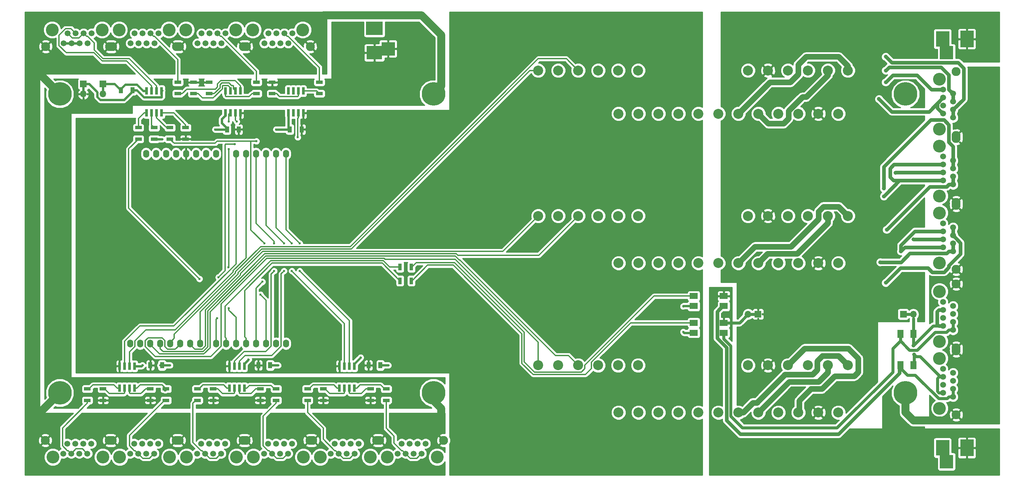
<source format=gbr>
G04 #@! TF.FileFunction,Copper,L1,Top,Signal*
%FSLAX46Y46*%
G04 Gerber Fmt 4.6, Leading zero omitted, Abs format (unit mm)*
G04 Created by KiCad (PCBNEW 4.0.5-e0-6337~49~ubuntu16.04.1) date Mon Feb 20 15:27:01 2017*
%MOMM*%
%LPD*%
G01*
G04 APERTURE LIST*
%ADD10C,0.100000*%
%ADD11R,1.700000X0.900000*%
%ADD12C,2.286000*%
%ADD13C,1.501140*%
%ADD14C,3.251200*%
%ADD15O,1.524000X2.032000*%
%ADD16C,2.540000*%
%ADD17R,1.000000X1.600000*%
%ADD18R,1.524000X2.032000*%
%ADD19R,0.640000X1.910000*%
%ADD20R,0.900000X1.700000*%
%ADD21R,2.032000X1.524000*%
%ADD22R,1.700000X1.700000*%
%ADD23O,1.700000X1.700000*%
%ADD24R,3.400000X3.400000*%
%ADD25R,4.200000X3.400000*%
%ADD26R,4.000000X3.400000*%
%ADD27R,3.400000X4.200000*%
%ADD28R,3.400000X4.000000*%
%ADD29C,6.000000*%
%ADD30C,0.600000*%
%ADD31C,1.000000*%
%ADD32C,0.600000*%
%ADD33C,0.300000*%
%ADD34C,0.900000*%
%ADD35C,1.400000*%
%ADD36C,2.000000*%
%ADD37C,0.800000*%
%ADD38C,0.254000*%
G04 APERTURE END LIST*
D10*
D11*
X83000000Y-48900000D03*
X83000000Y-46000000D03*
D12*
X256908800Y-76583000D03*
D13*
X253556000Y-64899000D03*
X253556000Y-66931000D03*
X253556000Y-68963000D03*
X253556000Y-70995000D03*
X256096000Y-67947000D03*
X256096000Y-69979000D03*
X256096000Y-65915000D03*
X256096000Y-72011000D03*
D14*
X252667000Y-62232000D03*
X252667000Y-74932000D03*
D12*
X256908800Y-60327000D03*
X256908800Y-113583000D03*
D13*
X253556000Y-101899000D03*
X253556000Y-103931000D03*
X253556000Y-105963000D03*
X253556000Y-107995000D03*
X256096000Y-104947000D03*
X256096000Y-106979000D03*
X256096000Y-102915000D03*
X256096000Y-109011000D03*
D14*
X252667000Y-99232000D03*
X252667000Y-111932000D03*
D12*
X256908800Y-97327000D03*
X76417000Y-36908800D03*
D13*
X88101000Y-33556000D03*
X86069000Y-33556000D03*
X84037000Y-33556000D03*
X82005000Y-33556000D03*
X85053000Y-36096000D03*
X83021000Y-36096000D03*
X87085000Y-36096000D03*
X80989000Y-36096000D03*
D14*
X90768000Y-32667000D03*
X78068000Y-32667000D03*
D12*
X92673000Y-36908800D03*
X92583000Y-137091200D03*
D13*
X80899000Y-140444000D03*
X82931000Y-140444000D03*
X84963000Y-140444000D03*
X86995000Y-140444000D03*
X83947000Y-137904000D03*
X85979000Y-137904000D03*
X81915000Y-137904000D03*
X88011000Y-137904000D03*
D14*
X78232000Y-141333000D03*
X90932000Y-141333000D03*
D12*
X76327000Y-137091200D03*
X41583000Y-137091200D03*
D13*
X29899000Y-140444000D03*
X31931000Y-140444000D03*
X33963000Y-140444000D03*
X35995000Y-140444000D03*
X32947000Y-137904000D03*
X34979000Y-137904000D03*
X30915000Y-137904000D03*
X37011000Y-137904000D03*
D14*
X27232000Y-141333000D03*
X39932000Y-141333000D03*
D12*
X25327000Y-137091200D03*
X58583000Y-137091200D03*
D13*
X46899000Y-140444000D03*
X48931000Y-140444000D03*
X50963000Y-140444000D03*
X52995000Y-140444000D03*
X49947000Y-137904000D03*
X51979000Y-137904000D03*
X47915000Y-137904000D03*
X54011000Y-137904000D03*
D14*
X44232000Y-141333000D03*
X56932000Y-141333000D03*
D12*
X42327000Y-137091200D03*
D15*
X50940000Y-64200000D03*
X53480000Y-64200000D03*
X56020000Y-64200000D03*
X58560000Y-64200000D03*
X61100000Y-64200000D03*
X63640000Y-64200000D03*
X66180000Y-64200000D03*
X68720000Y-64200000D03*
X73800000Y-64200000D03*
X76340000Y-64200000D03*
X78880000Y-64200000D03*
X81420000Y-64200000D03*
X83960000Y-64200000D03*
X86500000Y-64200000D03*
X86500000Y-112460000D03*
X83960000Y-112460000D03*
X81420000Y-112460000D03*
X78880000Y-112460000D03*
X76340000Y-112460000D03*
X73800000Y-112460000D03*
X71260000Y-112460000D03*
X68720000Y-112460000D03*
X64656000Y-112460000D03*
X62116000Y-112460000D03*
X59576000Y-112460000D03*
X57036000Y-112460000D03*
X54496000Y-112460000D03*
X51956000Y-112460000D03*
X49416000Y-112460000D03*
X46876000Y-112460000D03*
D16*
X229370000Y-118000000D03*
X224290000Y-118000000D03*
X219210000Y-118000000D03*
X214130000Y-118000000D03*
X209050000Y-118000000D03*
X203970000Y-118000000D03*
X176030000Y-118000000D03*
X170950000Y-118000000D03*
X165870000Y-118000000D03*
X160790000Y-118000000D03*
X155710000Y-118000000D03*
X150630000Y-118000000D03*
D17*
X52000000Y-118000000D03*
X55000000Y-118000000D03*
X79500000Y-118000000D03*
X82500000Y-118000000D03*
X107500000Y-118000000D03*
X110500000Y-118000000D03*
X74500000Y-58000000D03*
X71500000Y-58000000D03*
X90500000Y-58000000D03*
X87500000Y-58000000D03*
X44500000Y-48000000D03*
X47500000Y-48000000D03*
D18*
X242698000Y-110000000D03*
X246000000Y-110000000D03*
D16*
X226940000Y-54000000D03*
X221860000Y-54000000D03*
X216780000Y-54000000D03*
X211700000Y-54000000D03*
X206620000Y-54000000D03*
X201540000Y-54000000D03*
X196460000Y-54000000D03*
X191380000Y-54000000D03*
X186300000Y-54000000D03*
X181220000Y-54000000D03*
X176140000Y-54000000D03*
X171060000Y-54000000D03*
X226940000Y-92000000D03*
X221860000Y-92000000D03*
X216780000Y-92000000D03*
X211700000Y-92000000D03*
X206620000Y-92000000D03*
X201540000Y-92000000D03*
X196460000Y-92000000D03*
X191380000Y-92000000D03*
X186300000Y-92000000D03*
X181220000Y-92000000D03*
X176140000Y-92000000D03*
X171060000Y-92000000D03*
X226940000Y-130000000D03*
X221860000Y-130000000D03*
X216780000Y-130000000D03*
X211700000Y-130000000D03*
X206620000Y-130000000D03*
X201540000Y-130000000D03*
X196460000Y-130000000D03*
X191380000Y-130000000D03*
X186300000Y-130000000D03*
X181220000Y-130000000D03*
X176140000Y-130000000D03*
X171060000Y-130000000D03*
D19*
X90905000Y-48210000D03*
X89635000Y-48210000D03*
X88365000Y-48210000D03*
X87095000Y-48210000D03*
X87095000Y-53790000D03*
X88365000Y-53790000D03*
X89635000Y-53790000D03*
X90905000Y-53790000D03*
X74905000Y-48210000D03*
X73635000Y-48210000D03*
X72365000Y-48210000D03*
X71095000Y-48210000D03*
X71095000Y-53790000D03*
X72365000Y-53790000D03*
X73635000Y-53790000D03*
X74905000Y-53790000D03*
X51095000Y-53790000D03*
X52365000Y-53790000D03*
X53635000Y-53790000D03*
X54905000Y-53790000D03*
X54905000Y-48210000D03*
X53635000Y-48210000D03*
X52365000Y-48210000D03*
X51095000Y-48210000D03*
X44190000Y-123790000D03*
X45460000Y-123790000D03*
X46730000Y-123790000D03*
X48000000Y-123790000D03*
X48000000Y-118210000D03*
X46730000Y-118210000D03*
X45460000Y-118210000D03*
X44190000Y-118210000D03*
X72095000Y-123790000D03*
X73365000Y-123790000D03*
X74635000Y-123790000D03*
X75905000Y-123790000D03*
X75905000Y-118210000D03*
X74635000Y-118210000D03*
X73365000Y-118210000D03*
X72095000Y-118210000D03*
X100095000Y-123790000D03*
X101365000Y-123790000D03*
X102635000Y-123790000D03*
X103905000Y-123790000D03*
X103905000Y-118210000D03*
X102635000Y-118210000D03*
X101365000Y-118210000D03*
X100095000Y-118210000D03*
D11*
X36000000Y-124000000D03*
X36000000Y-126900000D03*
X40000000Y-124000000D03*
X40000000Y-126900000D03*
X52000000Y-124000000D03*
X52000000Y-126900000D03*
X56000000Y-124000000D03*
X56000000Y-126900000D03*
X64000000Y-124000000D03*
X64000000Y-126900000D03*
X68000000Y-124000000D03*
X68000000Y-126900000D03*
X80000000Y-124000000D03*
X80000000Y-126900000D03*
X84000000Y-124000000D03*
X84000000Y-126900000D03*
X92000000Y-124000000D03*
X92000000Y-126900000D03*
X96000000Y-124000000D03*
X96000000Y-126900000D03*
X108000000Y-124000000D03*
X108000000Y-126900000D03*
X112000000Y-124000000D03*
X112000000Y-126900000D03*
D20*
X118400000Y-96500000D03*
X115500000Y-96500000D03*
D11*
X59000000Y-48900000D03*
X59000000Y-46000000D03*
X67000000Y-48900000D03*
X67000000Y-46000000D03*
X63000000Y-48900000D03*
X63000000Y-46000000D03*
X79000000Y-48900000D03*
X79000000Y-46000000D03*
X95000000Y-48900000D03*
X95000000Y-46000000D03*
X49000000Y-57550000D03*
X49000000Y-60450000D03*
X53000000Y-57550000D03*
X53000000Y-60450000D03*
X57000000Y-57550000D03*
X57000000Y-60450000D03*
X61000000Y-57550000D03*
X61000000Y-60450000D03*
D20*
X118400000Y-93000000D03*
X115500000Y-93000000D03*
D21*
X190190000Y-107190000D03*
X190190000Y-109730000D03*
X197810000Y-109730000D03*
X197810000Y-107190000D03*
D16*
X229370000Y-43000000D03*
X224290000Y-43000000D03*
X219210000Y-43000000D03*
X214130000Y-43000000D03*
X209050000Y-43000000D03*
X203970000Y-43000000D03*
X176030000Y-43000000D03*
X170950000Y-43000000D03*
X165870000Y-43000000D03*
X160790000Y-43000000D03*
X155710000Y-43000000D03*
X150630000Y-43000000D03*
X229370000Y-80000000D03*
X224290000Y-80000000D03*
X219210000Y-80000000D03*
X214130000Y-80000000D03*
X209050000Y-80000000D03*
X203970000Y-80000000D03*
X176030000Y-80000000D03*
X170950000Y-80000000D03*
X165870000Y-80000000D03*
X160790000Y-80000000D03*
X155710000Y-80000000D03*
X150630000Y-80000000D03*
D18*
X242698000Y-118000000D03*
X246000000Y-118000000D03*
D22*
X40000000Y-46460000D03*
D23*
X40000000Y-49000000D03*
D22*
X35000000Y-46460000D03*
D23*
X35000000Y-49000000D03*
D22*
X243460000Y-105000000D03*
D23*
X246000000Y-105000000D03*
D22*
X206540000Y-105000000D03*
D23*
X204000000Y-105000000D03*
D24*
X112500000Y-37500000D03*
D25*
X109000000Y-32300000D03*
D26*
X109000000Y-38500000D03*
D24*
X254450000Y-142500000D03*
D27*
X259650000Y-139000000D03*
D28*
X253450000Y-139000000D03*
D24*
X254450000Y-38500000D03*
D27*
X259650000Y-35000000D03*
D28*
X253450000Y-35000000D03*
D21*
X190190000Y-100390000D03*
X190190000Y-102930000D03*
X197810000Y-102930000D03*
X197810000Y-100390000D03*
D12*
X256908800Y-130583000D03*
D13*
X253556000Y-118899000D03*
X253556000Y-120931000D03*
X253556000Y-122963000D03*
X253556000Y-124995000D03*
X256096000Y-121947000D03*
X256096000Y-123979000D03*
X256096000Y-119915000D03*
X256096000Y-126011000D03*
D14*
X252667000Y-116232000D03*
X252667000Y-128932000D03*
D12*
X256908800Y-114327000D03*
X59417000Y-36908800D03*
D13*
X71101000Y-33556000D03*
X69069000Y-33556000D03*
X67037000Y-33556000D03*
X65005000Y-33556000D03*
X68053000Y-36096000D03*
X66021000Y-36096000D03*
X70085000Y-36096000D03*
X63989000Y-36096000D03*
D14*
X73768000Y-32667000D03*
X61068000Y-32667000D03*
D12*
X75673000Y-36908800D03*
X42417000Y-36908800D03*
D13*
X54101000Y-33556000D03*
X52069000Y-33556000D03*
X50037000Y-33556000D03*
X48005000Y-33556000D03*
X51053000Y-36096000D03*
X49021000Y-36096000D03*
X53085000Y-36096000D03*
X46989000Y-36096000D03*
D14*
X56768000Y-32667000D03*
X44068000Y-32667000D03*
D12*
X58673000Y-36908800D03*
X25417000Y-36908800D03*
D13*
X37101000Y-33556000D03*
X35069000Y-33556000D03*
X33037000Y-33556000D03*
X31005000Y-33556000D03*
X34053000Y-36096000D03*
X32021000Y-36096000D03*
X36085000Y-36096000D03*
X29989000Y-36096000D03*
D14*
X39768000Y-32667000D03*
X27068000Y-32667000D03*
D12*
X41673000Y-36908800D03*
X256908800Y-59583000D03*
D13*
X253556000Y-47899000D03*
X253556000Y-49931000D03*
X253556000Y-51963000D03*
X253556000Y-53995000D03*
X256096000Y-50947000D03*
X256096000Y-52979000D03*
X256096000Y-48915000D03*
X256096000Y-55011000D03*
D14*
X252667000Y-45232000D03*
X252667000Y-57932000D03*
D12*
X256908800Y-43327000D03*
X256908800Y-93583000D03*
D13*
X253556000Y-81899000D03*
X253556000Y-83931000D03*
X253556000Y-85963000D03*
X253556000Y-87995000D03*
X256096000Y-84947000D03*
X256096000Y-86979000D03*
X256096000Y-82915000D03*
X256096000Y-89011000D03*
D14*
X252667000Y-79232000D03*
X252667000Y-91932000D03*
D12*
X256908800Y-77327000D03*
X75583000Y-137091200D03*
D13*
X63899000Y-140444000D03*
X65931000Y-140444000D03*
X67963000Y-140444000D03*
X69995000Y-140444000D03*
X66947000Y-137904000D03*
X68979000Y-137904000D03*
X64915000Y-137904000D03*
X71011000Y-137904000D03*
D14*
X61232000Y-141333000D03*
X73932000Y-141333000D03*
D12*
X59327000Y-137091200D03*
X109583000Y-137091200D03*
D13*
X97899000Y-140444000D03*
X99931000Y-140444000D03*
X101963000Y-140444000D03*
X103995000Y-140444000D03*
X100947000Y-137904000D03*
X102979000Y-137904000D03*
X98915000Y-137904000D03*
X105011000Y-137904000D03*
D14*
X95232000Y-141333000D03*
X107932000Y-141333000D03*
D12*
X93327000Y-137091200D03*
X126583000Y-137091200D03*
D13*
X114899000Y-140444000D03*
X116931000Y-140444000D03*
X118963000Y-140444000D03*
X120995000Y-140444000D03*
X117947000Y-137904000D03*
X119979000Y-137904000D03*
X115915000Y-137904000D03*
X122011000Y-137904000D03*
D14*
X112232000Y-141333000D03*
X124932000Y-141333000D03*
D12*
X110327000Y-137091200D03*
D29*
X29000000Y-125000000D03*
X124000000Y-125000000D03*
X244000000Y-125000000D03*
X244000000Y-49000000D03*
X124000000Y-49000000D03*
X29000000Y-49000000D03*
D30*
X187500000Y-109500000D03*
X187500000Y-103000000D03*
X55000000Y-60500000D03*
X50000000Y-118000000D03*
X112500000Y-118000000D03*
X105500000Y-116000000D03*
X77000000Y-116500000D03*
X84500000Y-118000000D03*
X68500000Y-58000000D03*
X57000000Y-118000000D03*
X84000000Y-58000000D03*
X83500000Y-94000000D03*
X83500000Y-86999980D03*
X86000000Y-94000000D03*
X86000014Y-87000000D03*
X88000000Y-94000000D03*
X88000000Y-87000000D03*
X90000000Y-94000000D03*
X90000000Y-87000000D03*
X71844667Y-93094657D03*
X71999988Y-63000000D03*
X72000000Y-56000000D03*
X80000000Y-100000000D03*
X79000000Y-61000000D03*
X89500000Y-60000000D03*
X80500000Y-96750010D03*
X81000000Y-87000000D03*
X72000000Y-103500014D03*
X64500000Y-96000000D03*
X73500000Y-61750010D03*
X69344667Y-95594657D03*
X69000000Y-106000000D03*
X74000000Y-56000000D03*
D31*
X239000000Y-39500000D03*
X237250000Y-50250000D03*
X239000000Y-46000000D03*
X239000000Y-43000000D03*
X239250000Y-83500000D03*
X238500000Y-75000000D03*
X241500000Y-68999992D03*
X238500000Y-73000000D03*
X237608025Y-91765615D03*
X242849990Y-89000000D03*
X246000000Y-86000000D03*
X239000000Y-97000000D03*
X246250000Y-115250000D03*
X246000000Y-113000000D03*
D32*
X79500000Y-118000000D02*
X79500000Y-117700000D01*
X79290000Y-118210000D02*
X79500000Y-118000000D01*
X190190000Y-109730000D02*
X187730000Y-109730000D01*
X187730000Y-109730000D02*
X187500000Y-109500000D01*
X190190000Y-102930000D02*
X187570000Y-102930000D01*
X187570000Y-102930000D02*
X187500000Y-103000000D01*
X53000000Y-60450000D02*
X54950000Y-60450000D01*
X54950000Y-60450000D02*
X55000000Y-60500000D01*
X63640000Y-63946000D02*
X63640000Y-64200000D01*
X190000000Y-110000000D02*
X190190000Y-109810000D01*
X190190000Y-109810000D02*
X190190000Y-109730000D01*
X190444000Y-109730000D02*
X190190000Y-109730000D01*
X48000000Y-118210000D02*
X49790000Y-118210000D01*
X49790000Y-118210000D02*
X50000000Y-118000000D01*
X190190000Y-102930000D02*
X189936000Y-102930000D01*
X189936000Y-109730000D02*
X190190000Y-109730000D01*
X110500000Y-118000000D02*
X112500000Y-118000000D01*
X103905000Y-118210000D02*
X103905000Y-117595000D01*
X103905000Y-117595000D02*
X105500000Y-116000000D01*
X75905000Y-118210000D02*
X75905000Y-117595000D01*
X75905000Y-117595000D02*
X77000000Y-116500000D01*
X82500000Y-118000000D02*
X84500000Y-118000000D01*
X82500000Y-118000000D02*
X82500000Y-117500000D01*
X71095000Y-54425000D02*
X71095000Y-53790000D01*
X70175000Y-55345000D02*
X71095000Y-54425000D01*
X70175000Y-56375000D02*
X70175000Y-55345000D01*
X71500000Y-57700000D02*
X70175000Y-56375000D01*
X71500000Y-58000000D02*
X71500000Y-57700000D01*
X66180000Y-64200000D02*
X66180000Y-63620000D01*
X71500000Y-58000000D02*
X68500000Y-58000000D01*
X54500000Y-118000000D02*
X57000000Y-118000000D01*
X110500000Y-118000000D02*
X110500000Y-117700000D01*
X110500000Y-118000000D02*
X110500000Y-117500000D01*
X87500000Y-58000000D02*
X84000000Y-58000000D01*
X87095000Y-53790000D02*
X87095000Y-57595000D01*
X87095000Y-57595000D02*
X87500000Y-58000000D01*
X71500000Y-58300000D02*
X71500000Y-58000000D01*
D33*
X58000000Y-108000000D02*
X73800000Y-92200000D01*
X73800000Y-92200000D02*
X73800000Y-64200000D01*
X49367960Y-108000000D02*
X58000000Y-108000000D01*
X45460000Y-118210000D02*
X45460000Y-111907960D01*
X45460000Y-111907960D02*
X49367960Y-108000000D01*
X76340000Y-65516000D02*
X76340000Y-64200000D01*
X73100009Y-94248533D02*
X73100009Y-93899991D01*
X50907960Y-109000000D02*
X58348542Y-109000000D01*
X46730000Y-118210000D02*
X46730000Y-114574040D01*
X48088010Y-113216030D02*
X48088010Y-111819950D01*
X48088010Y-111819950D02*
X50907960Y-109000000D01*
X58348542Y-109000000D02*
X73100009Y-94248533D01*
X73100009Y-93899991D02*
X76340000Y-90660000D01*
X46730000Y-114574040D02*
X48088010Y-113216030D01*
X76340000Y-90660000D02*
X76340000Y-65516000D01*
X83200001Y-94299999D02*
X83500000Y-94000000D01*
X82747990Y-94752010D02*
X83200001Y-94299999D01*
X82747990Y-113100050D02*
X82747990Y-94752010D01*
X75820000Y-114500000D02*
X81348040Y-114500000D01*
X73365000Y-116955000D02*
X75820000Y-114500000D01*
X73365000Y-118210000D02*
X73365000Y-116955000D01*
X81348040Y-114500000D02*
X82747990Y-113100050D01*
X83500000Y-86500000D02*
X83500000Y-86999980D01*
X78880000Y-81880000D02*
X83500000Y-86500000D01*
X78880000Y-64200000D02*
X78880000Y-81880000D01*
X85287990Y-94712010D02*
X85700001Y-94299999D01*
X82888040Y-115500000D02*
X85287990Y-113100050D01*
X76090000Y-115500000D02*
X82888040Y-115500000D01*
X74635000Y-116955000D02*
X76090000Y-115500000D01*
X85700001Y-94299999D02*
X86000000Y-94000000D01*
X85287990Y-113100050D02*
X85287990Y-94712010D01*
X74635000Y-118210000D02*
X74635000Y-116955000D01*
X81420000Y-64200000D02*
X81420000Y-82419986D01*
X81420000Y-82419986D02*
X86000014Y-87000000D01*
X88299999Y-94299999D02*
X88000000Y-94000000D01*
X101365000Y-107365000D02*
X88299999Y-94299999D01*
X101365000Y-118210000D02*
X101365000Y-107365000D01*
X83960000Y-64200000D02*
X83960000Y-82960000D01*
X83960000Y-82960000D02*
X88000000Y-87000000D01*
X90299999Y-94299999D02*
X90000000Y-94000000D01*
X102635000Y-106635000D02*
X90299999Y-94299999D01*
X102635000Y-118210000D02*
X102635000Y-106635000D01*
X86500000Y-64200000D02*
X86500000Y-83500000D01*
X86500000Y-83500000D02*
X90000000Y-87000000D01*
X71999988Y-92939336D02*
X71844667Y-93094657D01*
X71999988Y-63000000D02*
X71999988Y-92939336D01*
X72000000Y-56000000D02*
X72000000Y-54155000D01*
X72000000Y-54155000D02*
X72365000Y-53790000D01*
X81420000Y-112460000D02*
X81420000Y-101420000D01*
X81420000Y-101420000D02*
X80000000Y-100000000D01*
X77500000Y-61000000D02*
X77552010Y-61052010D01*
X68500000Y-61500000D02*
X69000000Y-61000000D01*
X69000000Y-61000000D02*
X77500000Y-61000000D01*
X58050000Y-61500000D02*
X68500000Y-61500000D01*
X57000000Y-60450000D02*
X58050000Y-61500000D01*
X79000000Y-61000000D02*
X77604020Y-61000000D01*
X77604020Y-61000000D02*
X77552010Y-61052010D01*
X89635000Y-53790000D02*
X89635000Y-55045000D01*
X89635000Y-55045000D02*
X89500000Y-55180000D01*
X89500000Y-55180000D02*
X89500000Y-60000000D01*
X77552010Y-61052010D02*
X77552010Y-83552010D01*
X77552010Y-83552010D02*
X81000000Y-87000000D01*
X78880000Y-112460000D02*
X78880000Y-98370010D01*
X78880000Y-98370010D02*
X80200001Y-97050009D01*
X80200001Y-97050009D02*
X80500000Y-96750010D01*
X76000000Y-99000000D02*
X83000000Y-92000000D01*
X83000000Y-92000000D02*
X111000000Y-92000000D01*
X76000000Y-110804000D02*
X76000000Y-99000000D01*
X76340000Y-111144000D02*
X76000000Y-110804000D01*
X76340000Y-112460000D02*
X76340000Y-111144000D01*
X111000000Y-92000000D02*
X115500000Y-96500000D01*
X49000000Y-60450000D02*
X46500000Y-62950000D01*
X46500000Y-62950000D02*
X46500000Y-78000002D01*
X46500000Y-78000002D02*
X64499998Y-96000000D01*
X64499998Y-96000000D02*
X64500000Y-96000000D01*
X73800000Y-112460000D02*
X73800000Y-105800000D01*
X72000000Y-104000000D02*
X72000000Y-103500014D01*
X73800000Y-105800000D02*
X72000000Y-104000000D01*
X73800000Y-112206000D02*
X73800000Y-112460000D01*
X71000000Y-103000000D02*
X82600011Y-91399989D01*
X112848543Y-93000000D02*
X114750000Y-93000000D01*
X114750000Y-93000000D02*
X115500000Y-93000000D01*
X71000000Y-110884000D02*
X71000000Y-103000000D01*
X82600011Y-91399989D02*
X111248532Y-91399989D01*
X111248532Y-91399989D02*
X112848543Y-93000000D01*
X71260000Y-111144000D02*
X71000000Y-110884000D01*
X71260000Y-112460000D02*
X71260000Y-111144000D01*
X71000000Y-112200000D02*
X71260000Y-112460000D01*
X71260000Y-112206000D02*
X71260000Y-112460000D01*
X73075736Y-61750010D02*
X73500000Y-61750010D01*
X71139986Y-61750010D02*
X73075736Y-61750010D01*
X71000000Y-61889996D02*
X71139986Y-61750010D01*
X69344667Y-95594657D02*
X71000000Y-93939324D01*
X71000000Y-93939324D02*
X71000000Y-61889996D01*
X68720000Y-106280000D02*
X69000000Y-106000000D01*
X68720000Y-112460000D02*
X68720000Y-106280000D01*
X73635000Y-53790000D02*
X73635000Y-55635000D01*
X73635000Y-55635000D02*
X74000000Y-56000000D01*
X64656000Y-111144000D02*
X64656000Y-112460000D01*
X103100066Y-88399934D02*
X80357351Y-88399934D01*
X150630000Y-43000000D02*
X148500000Y-43000000D01*
X148500000Y-43000000D02*
X103100066Y-88399934D01*
X80357351Y-88399934D02*
X74300031Y-94457254D01*
X74300031Y-94457254D02*
X74300031Y-94745597D01*
X74300031Y-94745597D02*
X64656000Y-104389628D01*
X64656000Y-104389628D02*
X64656000Y-111144000D01*
X62116000Y-112460000D02*
X62116000Y-112714000D01*
X62116000Y-112714000D02*
X63328005Y-113926005D01*
X63328005Y-113926005D02*
X65158035Y-113926005D01*
X66000000Y-113084040D02*
X66000000Y-103894171D01*
X66000000Y-103894171D02*
X74900042Y-94994129D01*
X65158035Y-113926005D02*
X66000000Y-113084040D01*
X74900042Y-94705786D02*
X80605883Y-88999945D01*
X74900042Y-94994129D02*
X74900042Y-94705786D01*
X80605883Y-88999945D02*
X141630055Y-88999945D01*
X141630055Y-88999945D02*
X149360001Y-81269999D01*
X149360001Y-81269999D02*
X150630000Y-80000000D01*
X150630000Y-116203949D02*
X150630000Y-118000000D01*
X111697086Y-91000000D02*
X129500000Y-91000000D01*
X81639822Y-90799978D02*
X111497064Y-90799978D01*
X70047990Y-102391810D02*
X81639822Y-90799978D01*
X70047990Y-113100050D02*
X70047990Y-102391810D01*
X111497064Y-90799978D02*
X111697086Y-91000000D01*
X53253998Y-115726038D02*
X67422002Y-115726038D01*
X50743990Y-113216030D02*
X53253998Y-115726038D01*
X50743990Y-111703970D02*
X50743990Y-113216030D01*
X51453970Y-110993990D02*
X50743990Y-111703970D01*
X150630000Y-112130000D02*
X150630000Y-116203949D01*
X129500000Y-91000000D02*
X150630000Y-112130000D01*
X54998030Y-110993990D02*
X51453970Y-110993990D01*
X55708010Y-111703970D02*
X54998030Y-110993990D01*
X55708010Y-113216030D02*
X55708010Y-111703970D01*
X56417990Y-113926010D02*
X55708010Y-113216030D01*
X59576000Y-112460000D02*
X59576000Y-112714000D01*
X58363990Y-113926010D02*
X56417990Y-113926010D01*
X67422002Y-115726038D02*
X70047990Y-113100050D01*
X59576000Y-112714000D02*
X58363990Y-113926010D01*
X58098000Y-111144000D02*
X57036000Y-112206000D01*
X58098000Y-110099085D02*
X58098000Y-111144000D01*
X73700020Y-94208722D02*
X73700020Y-94497065D01*
X73700020Y-94497065D02*
X58098000Y-110099085D01*
X150651458Y-40000000D02*
X102851535Y-87799923D01*
X80108819Y-87799923D02*
X73700020Y-94208722D01*
X102851535Y-87799923D02*
X80108819Y-87799923D01*
X57036000Y-112206000D02*
X57036000Y-112460000D01*
X160790000Y-43000000D02*
X157790000Y-40000000D01*
X157790000Y-40000000D02*
X150651458Y-40000000D01*
X54496000Y-112460000D02*
X54496000Y-113776000D01*
X54496000Y-113776000D02*
X55246016Y-114526016D01*
X55246016Y-114526016D02*
X65406567Y-114526016D01*
X65406567Y-114526016D02*
X66600011Y-113332572D01*
X66600011Y-113332572D02*
X66600011Y-104142703D01*
X66600011Y-104142703D02*
X81142758Y-89599956D01*
X81142758Y-89599956D02*
X129797041Y-89599956D01*
X129797041Y-89599956D02*
X130197085Y-90000000D01*
X130197085Y-90000000D02*
X150790000Y-90000000D01*
X150790000Y-90000000D02*
X159520001Y-81269999D01*
X159520001Y-81269999D02*
X160790000Y-80000000D01*
X160790000Y-118000000D02*
X158290000Y-115500000D01*
X158290000Y-115500000D02*
X155000000Y-115500000D01*
X130548509Y-91199967D02*
X129548509Y-90199967D01*
X129548509Y-90199967D02*
X81391290Y-90199967D01*
X155000000Y-115500000D02*
X130699967Y-91199967D01*
X81391290Y-90199967D02*
X67200022Y-104391235D01*
X54368027Y-115126027D02*
X51956000Y-112714000D01*
X130699967Y-91199967D02*
X130548509Y-91199967D01*
X67200022Y-104391235D02*
X67200022Y-113581104D01*
X67200022Y-113581104D02*
X65655099Y-115126027D01*
X65655099Y-115126027D02*
X54368027Y-115126027D01*
X51956000Y-112714000D02*
X51956000Y-112460000D01*
D32*
X51095000Y-48210000D02*
X50175000Y-48210000D01*
X50175000Y-48210000D02*
X48564999Y-46599999D01*
X45600000Y-46600000D02*
X44500000Y-47700000D01*
X48564999Y-46599999D02*
X45600000Y-46600000D01*
X44500000Y-47700000D02*
X44500000Y-48000000D01*
X40000000Y-46460000D02*
X42960000Y-46460000D01*
X42960000Y-46460000D02*
X44500000Y-48000000D01*
X34053000Y-36096000D02*
X32021000Y-36096000D01*
X29989000Y-36096000D02*
X32021000Y-36096000D01*
X40000000Y-46460000D02*
X40000000Y-49000000D01*
X44500000Y-48000000D02*
X44500000Y-48300000D01*
X47500000Y-48000000D02*
X47500000Y-48300000D01*
X47500000Y-48300000D02*
X45349999Y-50450001D01*
X45349999Y-50450001D02*
X39303999Y-50450001D01*
X39303999Y-50450001D02*
X38549999Y-49696001D01*
X36460000Y-46460000D02*
X35000000Y-46460000D01*
X38549999Y-49696001D02*
X38549999Y-48549999D01*
X38549999Y-48549999D02*
X36460000Y-46460000D01*
X47500000Y-48000000D02*
X48600000Y-48000000D01*
X54905000Y-49765000D02*
X54905000Y-48210000D01*
X50365001Y-49765001D02*
X54905000Y-49765000D01*
X48600000Y-48000000D02*
X50365001Y-49765001D01*
X47500000Y-47700000D02*
X47500000Y-48000000D01*
X35000000Y-46460000D02*
X35000000Y-49000000D01*
X55000000Y-48115000D02*
X54905000Y-48210000D01*
D34*
X239499999Y-39999999D02*
X239000000Y-39500000D01*
X240499999Y-40999999D02*
X239499999Y-39999999D01*
X257383441Y-40999999D02*
X240499999Y-40999999D01*
X258801801Y-42418359D02*
X257383441Y-40999999D01*
X258801801Y-50273199D02*
X258801801Y-42418359D01*
X256096000Y-52979000D02*
X258801801Y-50273199D01*
X256096000Y-52979000D02*
X256096000Y-55011000D01*
X237749999Y-50749999D02*
X237250000Y-50250000D01*
X240500000Y-53500000D02*
X237749999Y-50749999D01*
X253556000Y-49931000D02*
X249987000Y-53500000D01*
X249987000Y-53500000D02*
X240500000Y-53500000D01*
X253556000Y-49931000D02*
X252155429Y-51331571D01*
X252155429Y-51331571D02*
X252155429Y-52594429D01*
X252155429Y-52594429D02*
X252805431Y-53244431D01*
X252805431Y-53244431D02*
X253556000Y-53995000D01*
X239000000Y-46000000D02*
X240750000Y-44250000D01*
X240750000Y-44250000D02*
X247000000Y-44250000D01*
X247000000Y-44250000D02*
X250649000Y-47899000D01*
X250649000Y-47899000D02*
X253556000Y-47899000D01*
D35*
X224290000Y-43000000D02*
X224290000Y-44210000D01*
X224290000Y-44210000D02*
X218750000Y-49750000D01*
X218750000Y-49750000D02*
X217818398Y-49750000D01*
X217818398Y-49750000D02*
X214250000Y-53318398D01*
X214250000Y-53318398D02*
X214250000Y-55250000D01*
X214250000Y-55250000D02*
X213000000Y-56500000D01*
X213000000Y-56500000D02*
X209120000Y-56500000D01*
X209120000Y-56500000D02*
X206620000Y-54000000D01*
X229370000Y-43000000D02*
X229370000Y-41870000D01*
X209540000Y-46000000D02*
X202809999Y-52730001D01*
X229370000Y-41870000D02*
X227000000Y-39500000D01*
X227000000Y-39500000D02*
X218750000Y-39500000D01*
X218750000Y-39500000D02*
X216750000Y-41500000D01*
X216750000Y-41500000D02*
X216750000Y-44000000D01*
X216750000Y-44000000D02*
X214750000Y-46000000D01*
X214750000Y-46000000D02*
X209540000Y-46000000D01*
X202809999Y-52730001D02*
X201540000Y-54000000D01*
D34*
X256096000Y-48915000D02*
X256096000Y-50947000D01*
X239000000Y-43000000D02*
X239849989Y-42150011D01*
X253100901Y-42150011D02*
X255042601Y-44091711D01*
X239849989Y-42150011D02*
X253100901Y-42150011D01*
X255042601Y-44091711D02*
X255042601Y-47861601D01*
X255345431Y-48164431D02*
X256096000Y-48915000D01*
X255042601Y-47861601D02*
X255345431Y-48164431D01*
X239749999Y-83000001D02*
X239250000Y-83500000D01*
X250193601Y-72556399D02*
X239749999Y-83000001D01*
X254489135Y-72556399D02*
X250193601Y-72556399D01*
X255034534Y-72011000D02*
X254489135Y-72556399D01*
X256096000Y-72011000D02*
X255034534Y-72011000D01*
X256096000Y-72011000D02*
X256096000Y-69979000D01*
X242505000Y-70995000D02*
X238999999Y-74500001D01*
X253556000Y-70995000D02*
X242505000Y-70995000D01*
X238999999Y-74500001D02*
X238500000Y-75000000D01*
X253556000Y-70995000D02*
X240995000Y-70995000D01*
X240995000Y-70995000D02*
X240100011Y-70100011D01*
X240100011Y-70100011D02*
X240100011Y-67899989D01*
X240100011Y-67899989D02*
X241069000Y-66931000D01*
X241069000Y-66931000D02*
X252494534Y-66931000D01*
X252494534Y-66931000D02*
X253556000Y-66931000D01*
X241536992Y-68963000D02*
X241500000Y-68999992D01*
X253556000Y-68963000D02*
X241536992Y-68963000D01*
D35*
X224290000Y-80000000D02*
X224290000Y-81796051D01*
X224290000Y-81796051D02*
X216456052Y-89629999D01*
X216456052Y-89629999D02*
X208990001Y-89629999D01*
X208990001Y-89629999D02*
X206620000Y-92000000D01*
D34*
X256096000Y-65915000D02*
X256096000Y-62315842D01*
X256096000Y-62315842D02*
X255015799Y-61235641D01*
X255015799Y-61235641D02*
X255015799Y-58674359D01*
X255042601Y-58647557D02*
X255042601Y-56791711D01*
X255042601Y-56791711D02*
X253807289Y-55556399D01*
X255015799Y-58674359D02*
X255042601Y-58647557D01*
X238500000Y-72292894D02*
X238500000Y-73000000D01*
X253807289Y-55556399D02*
X250443601Y-55556399D01*
X250443601Y-55556399D02*
X238500000Y-67500000D01*
X238500000Y-67500000D02*
X238500000Y-72292894D01*
X256096000Y-65915000D02*
X256096000Y-67947000D01*
D35*
X205710012Y-87829988D02*
X201540000Y-92000000D01*
X214887614Y-87829988D02*
X205710012Y-87829988D01*
X221919999Y-80797603D02*
X214887614Y-87829988D01*
X221919999Y-78862399D02*
X221919999Y-80797603D01*
X223152399Y-77629999D02*
X221919999Y-78862399D01*
X229370000Y-80000000D02*
X226999999Y-77629999D01*
X226999999Y-77629999D02*
X223152399Y-77629999D01*
X214130000Y-118000000D02*
X218380000Y-113750000D01*
X218380000Y-113750000D02*
X229500000Y-113750000D01*
X229500000Y-113750000D02*
X232000000Y-116250000D01*
X231000000Y-120750000D02*
X226030000Y-120750000D01*
X232000000Y-116250000D02*
X232000000Y-119750000D01*
X232000000Y-119750000D02*
X231000000Y-120750000D01*
X226030000Y-120750000D02*
X222780000Y-124000000D01*
X222780000Y-124000000D02*
X220000000Y-124000000D01*
X220000000Y-124000000D02*
X217000000Y-127000000D01*
X217000000Y-129780000D02*
X216780000Y-130000000D01*
X217000000Y-127000000D02*
X217000000Y-129780000D01*
D34*
X238315131Y-91765615D02*
X237608025Y-91765615D01*
X242936387Y-91765615D02*
X238315131Y-91765615D01*
X245150001Y-89552001D02*
X242936387Y-91765615D01*
X256096000Y-89011000D02*
X255034534Y-89011000D01*
X254493533Y-89552001D02*
X245150001Y-89552001D01*
X255034534Y-89011000D02*
X254493533Y-89552001D01*
X256096000Y-89011000D02*
X256096000Y-86979000D01*
X253556000Y-83931000D02*
X246366998Y-83931000D01*
X246366998Y-83931000D02*
X242849990Y-87448008D01*
X242849990Y-87448008D02*
X242849990Y-88292894D01*
X242849990Y-88292894D02*
X242849990Y-89000000D01*
X243349989Y-88500001D02*
X242849990Y-89000000D01*
X243854990Y-87995000D02*
X243349989Y-88500001D01*
X253556000Y-87995000D02*
X243854990Y-87995000D01*
D35*
X214449988Y-122170012D02*
X206620000Y-130000000D01*
X224290000Y-119796051D02*
X221916039Y-122170012D01*
X221916039Y-122170012D02*
X214449988Y-122170012D01*
X224290000Y-118000000D02*
X224290000Y-119796051D01*
D34*
X246000000Y-86000000D02*
X253519000Y-86000000D01*
X253519000Y-86000000D02*
X253556000Y-85963000D01*
X239000000Y-97000000D02*
X242750000Y-93250000D01*
X242750000Y-93250000D02*
X249750000Y-93250000D01*
X258000000Y-86851000D02*
X256846569Y-85697569D01*
X249750000Y-93250000D02*
X250807601Y-94307601D01*
X250807601Y-94307601D02*
X253807289Y-94307601D01*
X256846569Y-85697569D02*
X256096000Y-84947000D01*
X253807289Y-94307601D02*
X255042601Y-93072289D01*
X255042601Y-93072289D02*
X255042601Y-92647557D01*
X255042601Y-92647557D02*
X258000000Y-89690158D01*
X258000000Y-89690158D02*
X258000000Y-86851000D01*
D35*
X202750000Y-130000000D02*
X201540000Y-130000000D01*
X213379999Y-120370001D02*
X206250000Y-127500000D01*
X220347601Y-120370001D02*
X213379999Y-120370001D01*
X206250000Y-127500000D02*
X205250000Y-127500000D01*
X221580001Y-119137601D02*
X220347601Y-120370001D01*
X221580001Y-116919999D02*
X221580001Y-119137601D01*
X222870001Y-115629999D02*
X221580001Y-116919999D01*
X226999999Y-115629999D02*
X222870001Y-115629999D01*
X205250000Y-127500000D02*
X202750000Y-130000000D01*
X229370000Y-118000000D02*
X226999999Y-115629999D01*
D34*
X256096000Y-84947000D02*
X256096000Y-82915000D01*
D36*
X124000000Y-125000000D02*
X124000000Y-127000000D01*
X124000000Y-127000000D02*
X126000000Y-129000000D01*
X126000000Y-129000000D02*
X126000000Y-131000000D01*
X29000000Y-49000000D02*
X23000000Y-43000000D01*
X124000000Y-49000000D02*
X126000000Y-47000000D01*
X126000000Y-47000000D02*
X126000000Y-34000000D01*
X126000000Y-34000000D02*
X121000000Y-29000000D01*
X121000000Y-29000000D02*
X96000000Y-29000000D01*
X96000000Y-29000000D02*
X96000000Y-31000000D01*
X96000000Y-31000000D02*
X95000000Y-32000000D01*
X246000000Y-132000000D02*
X253000000Y-132000000D01*
X244000000Y-130000000D02*
X246000000Y-132000000D01*
X244000000Y-125000000D02*
X244000000Y-130000000D01*
X29000000Y-125000000D02*
X24000000Y-130000000D01*
D33*
X95000000Y-46000000D02*
X95000000Y-42231846D01*
X95000000Y-42231846D02*
X87074723Y-34306569D01*
X87074723Y-34306569D02*
X86819569Y-34306569D01*
X86819569Y-34306569D02*
X86069000Y-33556000D01*
X79000000Y-46000000D02*
X79000000Y-43234154D01*
X79000000Y-43234154D02*
X70072415Y-34306569D01*
X70072415Y-34306569D02*
X69819569Y-34306569D01*
X69819569Y-34306569D02*
X69069000Y-33556000D01*
X59000000Y-46000000D02*
X59000000Y-40234154D01*
X59000000Y-40234154D02*
X53072415Y-34306569D01*
X53072415Y-34306569D02*
X52819569Y-34306569D01*
X52819569Y-34306569D02*
X52069000Y-33556000D01*
X36072415Y-34306569D02*
X35819569Y-34306569D01*
X53635000Y-46955000D02*
X46680000Y-40000000D01*
X37750000Y-37750000D02*
X37750000Y-35984154D01*
X53635000Y-48210000D02*
X53635000Y-46955000D01*
X46680000Y-40000000D02*
X40000000Y-40000000D01*
X40000000Y-40000000D02*
X37750000Y-37750000D01*
X37750000Y-35984154D02*
X36072415Y-34306569D01*
X35819569Y-34306569D02*
X35069000Y-33556000D01*
X31005000Y-33556000D02*
X32205571Y-34756571D01*
X32205571Y-34756571D02*
X33868429Y-34756571D01*
X33868429Y-34756571D02*
X34318431Y-34306569D01*
X34318431Y-34306569D02*
X35069000Y-33556000D01*
X28788429Y-34018461D02*
X30451461Y-32355429D01*
X28788429Y-36672275D02*
X28788429Y-34018461D01*
X30451461Y-32355429D02*
X31836429Y-32355429D01*
X37653259Y-38501801D02*
X30617955Y-38501801D01*
X31836429Y-32355429D02*
X32286431Y-32805431D01*
X30617955Y-38501801D02*
X28788429Y-36672275D01*
X39751468Y-40600011D02*
X37653259Y-38501801D01*
X32286431Y-32805431D02*
X33037000Y-33556000D01*
X52365000Y-46955000D02*
X46010011Y-40600011D01*
X52365000Y-48210000D02*
X52365000Y-46955000D01*
X46010011Y-40600011D02*
X39751468Y-40600011D01*
X36000000Y-126900000D02*
X36000000Y-127650000D01*
X36000000Y-127650000D02*
X29714429Y-133935571D01*
X29714429Y-133935571D02*
X29714429Y-138480275D01*
X29714429Y-138480275D02*
X30927585Y-139693431D01*
X30927585Y-139693431D02*
X31180431Y-139693431D01*
X31180431Y-139693431D02*
X31931000Y-140444000D01*
X31931000Y-140444000D02*
X33131571Y-139243429D01*
X33131571Y-139243429D02*
X34794429Y-139243429D01*
X34794429Y-139243429D02*
X35244431Y-139693431D01*
X35244431Y-139693431D02*
X35995000Y-140444000D01*
X56000000Y-126900000D02*
X55600000Y-126900000D01*
X46714429Y-138480275D02*
X47927585Y-139693431D01*
X55600000Y-126900000D02*
X46714429Y-135785571D01*
X46714429Y-135785571D02*
X46714429Y-138480275D01*
X47927585Y-139693431D02*
X48180431Y-139693431D01*
X48180431Y-139693431D02*
X48931000Y-140444000D01*
X48931000Y-140444000D02*
X50131571Y-141644571D01*
X50131571Y-141644571D02*
X51794429Y-141644571D01*
X51794429Y-141644571D02*
X52244431Y-141194569D01*
X52244431Y-141194569D02*
X52995000Y-140444000D01*
X64000000Y-126900000D02*
X63600000Y-126900000D01*
X63600000Y-126900000D02*
X62850000Y-127650000D01*
X62850000Y-127650000D02*
X62850000Y-137615846D01*
X62850000Y-137615846D02*
X64927585Y-139693431D01*
X64927585Y-139693431D02*
X65180431Y-139693431D01*
X65180431Y-139693431D02*
X65931000Y-140444000D01*
X65931000Y-140444000D02*
X67131571Y-141644571D01*
X67131571Y-141644571D02*
X68794429Y-141644571D01*
X68794429Y-141644571D02*
X69244431Y-141194569D01*
X69244431Y-141194569D02*
X69995000Y-140444000D01*
X84000000Y-126900000D02*
X84000000Y-127650000D01*
X84000000Y-127650000D02*
X80714429Y-130935571D01*
X80714429Y-130935571D02*
X80714429Y-138480275D01*
X80714429Y-138480275D02*
X81927585Y-139693431D01*
X81927585Y-139693431D02*
X82180431Y-139693431D01*
X82180431Y-139693431D02*
X82931000Y-140444000D01*
X82931000Y-140444000D02*
X84131571Y-141644571D01*
X84131571Y-141644571D02*
X85794429Y-141644571D01*
X85794429Y-141644571D02*
X86244431Y-141194569D01*
X86244431Y-141194569D02*
X86995000Y-140444000D01*
X96000000Y-134000000D02*
X96000000Y-136765846D01*
X96000000Y-136765846D02*
X98927585Y-139693431D01*
X98927585Y-139693431D02*
X99180431Y-139693431D01*
X99180431Y-139693431D02*
X99931000Y-140444000D01*
X92000000Y-130000000D02*
X96000000Y-134000000D01*
X92000000Y-126900000D02*
X92000000Y-130000000D01*
X99931000Y-140444000D02*
X101131571Y-141644571D01*
X101131571Y-141644571D02*
X102794429Y-141644571D01*
X102794429Y-141644571D02*
X103244431Y-141194569D01*
X103244431Y-141194569D02*
X103995000Y-140444000D01*
X114000000Y-136000000D02*
X114000000Y-137765846D01*
X114000000Y-137765846D02*
X115927585Y-139693431D01*
X115927585Y-139693431D02*
X116180431Y-139693431D01*
X116180431Y-139693431D02*
X116931000Y-140444000D01*
X112000000Y-134000000D02*
X114000000Y-136000000D01*
X112000000Y-126900000D02*
X112000000Y-134000000D01*
X116931000Y-140444000D02*
X118131571Y-141644571D01*
X119794429Y-141644571D02*
X120244431Y-141194569D01*
X118131571Y-141644571D02*
X119794429Y-141644571D01*
X120244431Y-141194569D02*
X120995000Y-140444000D01*
X90905000Y-48210000D02*
X94310000Y-48210000D01*
X94310000Y-48210000D02*
X95000000Y-48900000D01*
X90905000Y-48210000D02*
X90905000Y-48845000D01*
X83000000Y-48900000D02*
X84150000Y-48900000D01*
X84150000Y-48900000D02*
X84865001Y-49615001D01*
X84865001Y-49615001D02*
X89484999Y-49615001D01*
X89484999Y-49615001D02*
X89635000Y-49465000D01*
X89635000Y-49465000D02*
X89635000Y-48210000D01*
X74905000Y-48210000D02*
X74905000Y-46955000D01*
X73554981Y-45604981D02*
X69917933Y-45604981D01*
X61300000Y-47750000D02*
X60150000Y-48900000D01*
X74905000Y-46955000D02*
X73554981Y-45604981D01*
X69124978Y-47187940D02*
X68562918Y-47750000D01*
X69917933Y-45604981D02*
X69124978Y-46397935D01*
X69124978Y-46397935D02*
X69124978Y-47187940D01*
X60150000Y-48900000D02*
X59000000Y-48900000D01*
X68562918Y-47750000D02*
X61300000Y-47750000D01*
X69724989Y-46646467D02*
X69724989Y-47436471D01*
X72623543Y-46804999D02*
X72023533Y-46204989D01*
X73635000Y-48210000D02*
X73135001Y-47710001D01*
X73045001Y-46804999D02*
X72623543Y-46804999D01*
X68150000Y-48900000D02*
X67000000Y-48900000D01*
X73135001Y-46894999D02*
X73045001Y-46804999D01*
X73135001Y-47710001D02*
X73135001Y-46894999D01*
X70166466Y-46204990D02*
X69724989Y-46646467D01*
X68261460Y-48900000D02*
X68150000Y-48900000D01*
X69724989Y-47436471D02*
X68261460Y-48900000D01*
X72023533Y-46204989D02*
X70166466Y-46204990D01*
X72365000Y-48210000D02*
X72365000Y-47394998D01*
X72365000Y-47394998D02*
X71775001Y-46804999D01*
X71775001Y-46804999D02*
X70414999Y-46804999D01*
X70414999Y-46804999D02*
X70324999Y-46894999D01*
X70324999Y-46894999D02*
X70324999Y-47685003D01*
X68010002Y-50000000D02*
X65250000Y-50000000D01*
X70324999Y-47685003D02*
X68010002Y-50000000D01*
X64150000Y-48900000D02*
X63000000Y-48900000D01*
X65250000Y-50000000D02*
X64150000Y-48900000D01*
X79000000Y-48900000D02*
X77850000Y-48900000D01*
X77850000Y-48900000D02*
X77134999Y-49615001D01*
X71245001Y-49615001D02*
X71095000Y-49465000D01*
X77134999Y-49615001D02*
X71245001Y-49615001D01*
X71095000Y-49465000D02*
X71095000Y-48210000D01*
X51095000Y-53790000D02*
X50475000Y-53790000D01*
X50475000Y-53790000D02*
X49000000Y-55265000D01*
X49000000Y-55265000D02*
X49000000Y-57550000D01*
X52365000Y-53790000D02*
X52365000Y-56915000D01*
X52365000Y-56915000D02*
X53000000Y-57550000D01*
X53635000Y-53790000D02*
X53635000Y-55045000D01*
X53635000Y-55045000D02*
X56140000Y-57550000D01*
X56140000Y-57550000D02*
X57000000Y-57550000D01*
X54905000Y-53790000D02*
X57990000Y-53790000D01*
X57990000Y-53790000D02*
X61000000Y-56800000D01*
X61000000Y-56800000D02*
X61000000Y-57550000D01*
X37400000Y-123000000D02*
X42780000Y-123000000D01*
X42780000Y-123000000D02*
X43570000Y-123790000D01*
X43570000Y-123790000D02*
X44190000Y-123790000D01*
X36000000Y-124000000D02*
X36400000Y-124000000D01*
X36400000Y-124000000D02*
X37400000Y-123000000D01*
X40000000Y-124000000D02*
X40400000Y-124000000D01*
X40400000Y-124000000D02*
X41595001Y-125195001D01*
X41595001Y-125195001D02*
X45309999Y-125195001D01*
X45309999Y-125195001D02*
X45460000Y-125045000D01*
X45460000Y-125045000D02*
X45460000Y-123790000D01*
X46730000Y-123790000D02*
X46730000Y-125045000D01*
X46880001Y-125195001D02*
X49654999Y-125195001D01*
X46730000Y-125045000D02*
X46880001Y-125195001D01*
X49654999Y-125195001D02*
X50850000Y-124000000D01*
X50850000Y-124000000D02*
X52000000Y-124000000D01*
X56000000Y-124450000D02*
X55600000Y-124450000D01*
X49410000Y-123000000D02*
X55000000Y-123000000D01*
X55000000Y-123000000D02*
X55849990Y-123849990D01*
X55849990Y-123849990D02*
X56000000Y-123849990D01*
X48000000Y-123790000D02*
X48620000Y-123790000D01*
X48620000Y-123790000D02*
X49410000Y-123000000D01*
X65400000Y-123000000D02*
X70685000Y-123000000D01*
X70685000Y-123000000D02*
X71475000Y-123790000D01*
X71475000Y-123790000D02*
X72095000Y-123790000D01*
X64000000Y-124000000D02*
X64400000Y-124000000D01*
X64400000Y-124000000D02*
X65400000Y-123000000D01*
X73365000Y-123790000D02*
X73365000Y-125045000D01*
X70345001Y-125195001D02*
X69150000Y-124000000D01*
X73365000Y-125045000D02*
X73214999Y-125195001D01*
X73214999Y-125195001D02*
X70345001Y-125195001D01*
X69150000Y-124000000D02*
X68000000Y-124000000D01*
X74635000Y-123790000D02*
X74635000Y-125045000D01*
X74635000Y-125045000D02*
X74785001Y-125195001D01*
X74785001Y-125195001D02*
X77654999Y-125195001D01*
X77654999Y-125195001D02*
X78850000Y-124000000D01*
X78850000Y-124000000D02*
X80000000Y-124000000D01*
X84000000Y-124000000D02*
X83600000Y-124000000D01*
X83600000Y-124000000D02*
X82699999Y-123099999D01*
X82699999Y-123099999D02*
X77215001Y-123099999D01*
X76525000Y-123790000D02*
X75905000Y-123790000D01*
X77215001Y-123099999D02*
X76525000Y-123790000D01*
X93400000Y-123000000D02*
X98685000Y-123000000D01*
X98685000Y-123000000D02*
X99475000Y-123790000D01*
X99475000Y-123790000D02*
X100095000Y-123790000D01*
X92000000Y-124000000D02*
X92400000Y-124000000D01*
X92400000Y-124000000D02*
X93400000Y-123000000D01*
X96000000Y-124000000D02*
X96400000Y-124000000D01*
X96400000Y-124000000D02*
X97595001Y-125195001D01*
X97595001Y-125195001D02*
X101214999Y-125195001D01*
X101214999Y-125195001D02*
X101365000Y-125045000D01*
X101365000Y-125045000D02*
X101365000Y-123790000D01*
X102635000Y-123790000D02*
X102635000Y-125045000D01*
X102635000Y-125045000D02*
X102785001Y-125195001D01*
X102785001Y-125195001D02*
X105654999Y-125195001D01*
X105654999Y-125195001D02*
X106850000Y-124000000D01*
X106850000Y-124000000D02*
X108000000Y-124000000D01*
X110600000Y-123000000D02*
X105315000Y-123000000D01*
X105315000Y-123000000D02*
X104525000Y-123790000D01*
X104525000Y-123790000D02*
X103905000Y-123790000D01*
X112000000Y-124000000D02*
X111600000Y-124000000D01*
X111600000Y-124000000D02*
X110600000Y-123000000D01*
X118500000Y-96500000D02*
X122500000Y-92500000D01*
X122500000Y-92500000D02*
X129000000Y-92500000D01*
X129000000Y-92500000D02*
X146500000Y-110000000D01*
X146500000Y-110000000D02*
X146500000Y-117500000D01*
X146500000Y-117500000D02*
X149320012Y-120320012D01*
X149320012Y-120320012D02*
X162679988Y-120320012D01*
X162679988Y-120320012D02*
X164149999Y-118850001D01*
X164149999Y-118850001D02*
X164149999Y-117174399D01*
X164149999Y-117174399D02*
X174134398Y-107190000D01*
X174134398Y-107190000D02*
X188874000Y-107190000D01*
X188874000Y-107190000D02*
X190190000Y-107190000D01*
X118500000Y-93000000D02*
X119600011Y-91899989D01*
X162510001Y-118825601D02*
X162510001Y-117965854D01*
X119600011Y-91899989D02*
X129399989Y-91899989D01*
X129399989Y-91899989D02*
X147100011Y-109600011D01*
X147100011Y-109600011D02*
X147100011Y-117100011D01*
X161615601Y-119720001D02*
X162510001Y-118825601D01*
X147100011Y-117100011D02*
X149720001Y-119720001D01*
X149720001Y-119720001D02*
X161615601Y-119720001D01*
X180085855Y-100390000D02*
X188874000Y-100390000D01*
X162510001Y-117965854D02*
X180085855Y-100390000D01*
X188874000Y-100390000D02*
X190190000Y-100390000D01*
X190444000Y-100390000D02*
X190190000Y-100390000D01*
D37*
X253556000Y-120931000D02*
X252931000Y-120931000D01*
X252931000Y-120931000D02*
X247749999Y-115749999D01*
X247749999Y-115749999D02*
X246749999Y-115749999D01*
X246749999Y-115749999D02*
X246250000Y-115250000D01*
X246250000Y-115957106D02*
X246250000Y-115250000D01*
X246250000Y-118000000D02*
X246250000Y-115957106D01*
X246000000Y-118250000D02*
X246250000Y-118000000D01*
D34*
X253556000Y-107995000D02*
X252494534Y-107995000D01*
X252494534Y-107995000D02*
X252055429Y-107555895D01*
X252055429Y-107555895D02*
X252055429Y-104370105D01*
X252055429Y-104370105D02*
X252494534Y-103931000D01*
X252494534Y-103931000D02*
X253556000Y-103931000D01*
D37*
X253556000Y-107995000D02*
X251005000Y-107995000D01*
X251005000Y-107995000D02*
X246000000Y-113000000D01*
X246000000Y-110000000D02*
X246000000Y-113000000D01*
X253556000Y-120931000D02*
X252494534Y-120931000D01*
X252105429Y-124605895D02*
X252494534Y-124995000D01*
X252494534Y-120931000D02*
X252105429Y-121320105D01*
X252105429Y-121320105D02*
X252105429Y-124605895D01*
X252494534Y-124995000D02*
X253556000Y-124995000D01*
X246000000Y-110000000D02*
X246000000Y-108184000D01*
X246000000Y-108184000D02*
X246000000Y-106100010D01*
X243460000Y-105000000D02*
X246000000Y-105000000D01*
X197810000Y-107190000D02*
X201810000Y-107190000D01*
X201810000Y-107190000D02*
X204000000Y-105000000D01*
X204000000Y-105000000D02*
X206540000Y-105000000D01*
X247007112Y-114149998D02*
X251550711Y-109606399D01*
X242698000Y-111816000D02*
X245031998Y-114149998D01*
X245031998Y-114149998D02*
X247007112Y-114149998D01*
X251550711Y-109606399D02*
X254439135Y-109606399D01*
X254439135Y-109606399D02*
X255034534Y-109011000D01*
X255034534Y-109011000D02*
X256096000Y-109011000D01*
X197810000Y-109730000D02*
X197810000Y-111292000D01*
X197810000Y-111292000D02*
X199569999Y-113051999D01*
X199569999Y-130945601D02*
X202524387Y-133899989D01*
X199569999Y-113051999D02*
X199569999Y-130945601D01*
X240750000Y-113764000D02*
X242698000Y-111816000D01*
X202524387Y-133899989D02*
X226600011Y-133899989D01*
X226600011Y-133899989D02*
X240750000Y-119750000D01*
X240750000Y-119750000D02*
X240750000Y-113764000D01*
X242698000Y-111816000D02*
X242698000Y-110000000D01*
X256096000Y-109011000D02*
X256096000Y-106979000D01*
D34*
X197556000Y-102930000D02*
X196143999Y-104342001D01*
X196143999Y-104342001D02*
X196143999Y-111110937D01*
X196143999Y-111110937D02*
X198519989Y-113486927D01*
X198519989Y-113486927D02*
X198519989Y-132019989D01*
X198519989Y-132019989D02*
X202000000Y-135500000D01*
X202000000Y-135500000D02*
X227000000Y-135500000D01*
X227000000Y-135500000D02*
X242500000Y-120000000D01*
X242500000Y-120000000D02*
X242500000Y-118000000D01*
D37*
X242750000Y-118000000D02*
X242750000Y-118750000D01*
X242750000Y-118750000D02*
X244500000Y-120500000D01*
X244500000Y-120500000D02*
X246500000Y-120500000D01*
X246500000Y-120500000D02*
X252445571Y-126445571D01*
X252445571Y-126445571D02*
X254599963Y-126445571D01*
X254599963Y-126445571D02*
X255034534Y-126011000D01*
X255034534Y-126011000D02*
X256096000Y-126011000D01*
D34*
X242750000Y-118250000D02*
X242698000Y-118302000D01*
D37*
X197810000Y-102930000D02*
X197556000Y-102930000D01*
X256096000Y-126011000D02*
X256096000Y-123979000D01*
D38*
G36*
X96873000Y-43873000D02*
X95785000Y-43873000D01*
X95785000Y-42231846D01*
X95725245Y-41931440D01*
X95725245Y-41931439D01*
X95555079Y-41676767D01*
X92569163Y-38690851D01*
X93081329Y-38675049D01*
X93633194Y-38446458D01*
X93749358Y-38164763D01*
X92673000Y-37088405D01*
X92658858Y-37102548D01*
X92479253Y-36922943D01*
X92493395Y-36908800D01*
X92852605Y-36908800D01*
X93928963Y-37985158D01*
X94210658Y-37868994D01*
X94461062Y-37207467D01*
X94439249Y-36500471D01*
X94210658Y-35948606D01*
X93928963Y-35832442D01*
X92852605Y-36908800D01*
X92493395Y-36908800D01*
X91417037Y-35832442D01*
X91135342Y-35948606D01*
X90884938Y-36610133D01*
X90897560Y-37019248D01*
X89531149Y-35652837D01*
X91596642Y-35652837D01*
X92673000Y-36729195D01*
X93749358Y-35652837D01*
X93633194Y-35371142D01*
X92971667Y-35120738D01*
X92264671Y-35142551D01*
X91712806Y-35371142D01*
X91596642Y-35652837D01*
X89531149Y-35652837D01*
X88690093Y-34811781D01*
X88884837Y-34731314D01*
X89260337Y-34356468D01*
X89485801Y-34582326D01*
X90316366Y-34927207D01*
X91215688Y-34927992D01*
X92046854Y-34584561D01*
X92683326Y-33949199D01*
X93028207Y-33118634D01*
X93028992Y-32219312D01*
X92685561Y-31388146D01*
X92050199Y-30751674D01*
X91219634Y-30406793D01*
X90320312Y-30406008D01*
X89489146Y-30749439D01*
X88852674Y-31384801D01*
X88507793Y-32215366D01*
X88507785Y-32224639D01*
X88377816Y-32170671D01*
X87826602Y-32170190D01*
X87317163Y-32380686D01*
X87084937Y-32612507D01*
X86854887Y-32382056D01*
X86345816Y-32170671D01*
X85794602Y-32170190D01*
X85285163Y-32380686D01*
X85052937Y-32612507D01*
X84822887Y-32382056D01*
X84313816Y-32170671D01*
X83762602Y-32170190D01*
X83253163Y-32380686D01*
X83020937Y-32612507D01*
X82790887Y-32382056D01*
X82281816Y-32170671D01*
X81730602Y-32170190D01*
X81221163Y-32380686D01*
X80831056Y-32770113D01*
X80619671Y-33279184D01*
X80619190Y-33830398D01*
X80829686Y-34339837D01*
X81199816Y-34710613D01*
X80714602Y-34710190D01*
X80205163Y-34920686D01*
X79815056Y-35310113D01*
X79603671Y-35819184D01*
X79603190Y-36370398D01*
X79813686Y-36879837D01*
X80203113Y-37269944D01*
X80712184Y-37481329D01*
X81263398Y-37481810D01*
X81772837Y-37271314D01*
X82005063Y-37039493D01*
X82235113Y-37269944D01*
X82744184Y-37481329D01*
X83295398Y-37481810D01*
X83804837Y-37271314D01*
X84037063Y-37039493D01*
X84267113Y-37269944D01*
X84776184Y-37481329D01*
X85327398Y-37481810D01*
X85836837Y-37271314D01*
X86069063Y-37039493D01*
X86299113Y-37269944D01*
X86808184Y-37481329D01*
X87359398Y-37481810D01*
X87868837Y-37271314D01*
X88258944Y-36881887D01*
X88341373Y-36683377D01*
X94215000Y-42557004D01*
X94215000Y-43873000D01*
X79785000Y-43873000D01*
X79785000Y-43234154D01*
X79725245Y-42933748D01*
X79555079Y-42679075D01*
X75566924Y-38690920D01*
X76062261Y-38675637D01*
X76118333Y-38696862D01*
X76825329Y-38675049D01*
X77377194Y-38446458D01*
X77493358Y-38164763D01*
X77201405Y-37872810D01*
X77210658Y-37868994D01*
X77305704Y-37617899D01*
X77672963Y-37985158D01*
X77954658Y-37868994D01*
X78205062Y-37207467D01*
X78183249Y-36500471D01*
X77954658Y-35948606D01*
X77672963Y-35832442D01*
X77312041Y-36193364D01*
X77210658Y-35948606D01*
X77201405Y-35944790D01*
X77493358Y-35652837D01*
X77377194Y-35371142D01*
X76715667Y-35120738D01*
X76027739Y-35141963D01*
X75971667Y-35120738D01*
X75264671Y-35142551D01*
X74712806Y-35371142D01*
X74596642Y-35652837D01*
X74888595Y-35944790D01*
X74879342Y-35948606D01*
X74784296Y-36199701D01*
X74417037Y-35832442D01*
X74135342Y-35948606D01*
X73884938Y-36610133D01*
X73897634Y-37021630D01*
X71688460Y-34812456D01*
X71884837Y-34731314D01*
X72260337Y-34356468D01*
X72485801Y-34582326D01*
X73316366Y-34927207D01*
X74215688Y-34927992D01*
X75046854Y-34584561D01*
X75683326Y-33949199D01*
X75918152Y-33383676D01*
X76150439Y-33945854D01*
X76785801Y-34582326D01*
X77616366Y-34927207D01*
X78515688Y-34927992D01*
X79346854Y-34584561D01*
X79983326Y-33949199D01*
X80328207Y-33118634D01*
X80328992Y-32219312D01*
X79985561Y-31388146D01*
X79350199Y-30751674D01*
X78519634Y-30406793D01*
X77620312Y-30406008D01*
X76789146Y-30749439D01*
X76152674Y-31384801D01*
X75917848Y-31950324D01*
X75685561Y-31388146D01*
X75050199Y-30751674D01*
X74219634Y-30406793D01*
X73320312Y-30406008D01*
X72489146Y-30749439D01*
X71852674Y-31384801D01*
X71507793Y-32215366D01*
X71507785Y-32224639D01*
X71377816Y-32170671D01*
X70826602Y-32170190D01*
X70317163Y-32380686D01*
X70084937Y-32612507D01*
X69854887Y-32382056D01*
X69345816Y-32170671D01*
X68794602Y-32170190D01*
X68285163Y-32380686D01*
X68052937Y-32612507D01*
X67822887Y-32382056D01*
X67313816Y-32170671D01*
X66762602Y-32170190D01*
X66253163Y-32380686D01*
X66020937Y-32612507D01*
X65790887Y-32382056D01*
X65281816Y-32170671D01*
X64730602Y-32170190D01*
X64221163Y-32380686D01*
X63831056Y-32770113D01*
X63619671Y-33279184D01*
X63619190Y-33830398D01*
X63829686Y-34339837D01*
X64199816Y-34710613D01*
X63714602Y-34710190D01*
X63205163Y-34920686D01*
X62815056Y-35310113D01*
X62603671Y-35819184D01*
X62603190Y-36370398D01*
X62813686Y-36879837D01*
X63203113Y-37269944D01*
X63712184Y-37481329D01*
X64263398Y-37481810D01*
X64772837Y-37271314D01*
X65005063Y-37039493D01*
X65235113Y-37269944D01*
X65744184Y-37481329D01*
X66295398Y-37481810D01*
X66804837Y-37271314D01*
X67037063Y-37039493D01*
X67267113Y-37269944D01*
X67776184Y-37481329D01*
X68327398Y-37481810D01*
X68836837Y-37271314D01*
X69069063Y-37039493D01*
X69299113Y-37269944D01*
X69808184Y-37481329D01*
X70359398Y-37481810D01*
X70868837Y-37271314D01*
X71258944Y-36881887D01*
X71340696Y-36685008D01*
X78215000Y-43559312D01*
X78215000Y-43873000D01*
X59785000Y-43873000D01*
X59785000Y-40234154D01*
X59747361Y-40044932D01*
X59725245Y-39933747D01*
X59555079Y-39679075D01*
X58566924Y-38690920D01*
X59062261Y-38675637D01*
X59118333Y-38696862D01*
X59825329Y-38675049D01*
X60377194Y-38446458D01*
X60493358Y-38164763D01*
X60201405Y-37872810D01*
X60210658Y-37868994D01*
X60305704Y-37617899D01*
X60672963Y-37985158D01*
X60954658Y-37868994D01*
X61205062Y-37207467D01*
X61183249Y-36500471D01*
X60954658Y-35948606D01*
X60672963Y-35832442D01*
X60312041Y-36193364D01*
X60210658Y-35948606D01*
X60201405Y-35944790D01*
X60493358Y-35652837D01*
X60377194Y-35371142D01*
X59715667Y-35120738D01*
X59027739Y-35141963D01*
X58971667Y-35120738D01*
X58264671Y-35142551D01*
X57712806Y-35371142D01*
X57596642Y-35652837D01*
X57888595Y-35944790D01*
X57879342Y-35948606D01*
X57784296Y-36199701D01*
X57417037Y-35832442D01*
X57135342Y-35948606D01*
X56884938Y-36610133D01*
X56897634Y-37021630D01*
X54688460Y-34812456D01*
X54884837Y-34731314D01*
X55260337Y-34356468D01*
X55485801Y-34582326D01*
X56316366Y-34927207D01*
X57215688Y-34927992D01*
X58046854Y-34584561D01*
X58683326Y-33949199D01*
X58918152Y-33383676D01*
X59150439Y-33945854D01*
X59785801Y-34582326D01*
X60616366Y-34927207D01*
X61515688Y-34927992D01*
X62346854Y-34584561D01*
X62983326Y-33949199D01*
X63328207Y-33118634D01*
X63328992Y-32219312D01*
X62985561Y-31388146D01*
X62350199Y-30751674D01*
X61519634Y-30406793D01*
X60620312Y-30406008D01*
X59789146Y-30749439D01*
X59152674Y-31384801D01*
X58917848Y-31950324D01*
X58685561Y-31388146D01*
X58050199Y-30751674D01*
X57219634Y-30406793D01*
X56320312Y-30406008D01*
X55489146Y-30749439D01*
X54852674Y-31384801D01*
X54507793Y-32215366D01*
X54507785Y-32224639D01*
X54377816Y-32170671D01*
X53826602Y-32170190D01*
X53317163Y-32380686D01*
X53084937Y-32612507D01*
X52854887Y-32382056D01*
X52345816Y-32170671D01*
X51794602Y-32170190D01*
X51285163Y-32380686D01*
X51052937Y-32612507D01*
X50822887Y-32382056D01*
X50313816Y-32170671D01*
X49762602Y-32170190D01*
X49253163Y-32380686D01*
X49020937Y-32612507D01*
X48790887Y-32382056D01*
X48281816Y-32170671D01*
X47730602Y-32170190D01*
X47221163Y-32380686D01*
X46831056Y-32770113D01*
X46619671Y-33279184D01*
X46619190Y-33830398D01*
X46829686Y-34339837D01*
X47199816Y-34710613D01*
X46714602Y-34710190D01*
X46205163Y-34920686D01*
X45815056Y-35310113D01*
X45603671Y-35819184D01*
X45603190Y-36370398D01*
X45813686Y-36879837D01*
X46203113Y-37269944D01*
X46712184Y-37481329D01*
X47263398Y-37481810D01*
X47772837Y-37271314D01*
X48005063Y-37039493D01*
X48235113Y-37269944D01*
X48744184Y-37481329D01*
X49295398Y-37481810D01*
X49804837Y-37271314D01*
X50037063Y-37039493D01*
X50267113Y-37269944D01*
X50776184Y-37481329D01*
X51327398Y-37481810D01*
X51836837Y-37271314D01*
X52069063Y-37039493D01*
X52299113Y-37269944D01*
X52808184Y-37481329D01*
X53359398Y-37481810D01*
X53868837Y-37271314D01*
X54258944Y-36881887D01*
X54340696Y-36685008D01*
X58215000Y-40559312D01*
X58215000Y-43873000D01*
X51663158Y-43873000D01*
X47235079Y-39444921D01*
X46980407Y-39274755D01*
X46680000Y-39215000D01*
X40325157Y-39215000D01*
X38535000Y-37424842D01*
X38535000Y-36610133D01*
X39884938Y-36610133D01*
X39906751Y-37317129D01*
X40135342Y-37868994D01*
X40417037Y-37985158D01*
X40777959Y-37624236D01*
X40879342Y-37868994D01*
X40888595Y-37872810D01*
X40596642Y-38164763D01*
X40712806Y-38446458D01*
X41374333Y-38696862D01*
X42062261Y-38675637D01*
X42118333Y-38696862D01*
X42825329Y-38675049D01*
X43377194Y-38446458D01*
X43493358Y-38164763D01*
X43201405Y-37872810D01*
X43210658Y-37868994D01*
X43305704Y-37617899D01*
X43672963Y-37985158D01*
X43954658Y-37868994D01*
X44205062Y-37207467D01*
X44183249Y-36500471D01*
X43954658Y-35948606D01*
X43672963Y-35832442D01*
X43312041Y-36193364D01*
X43210658Y-35948606D01*
X43201405Y-35944790D01*
X43493358Y-35652837D01*
X43377194Y-35371142D01*
X42715667Y-35120738D01*
X42027739Y-35141963D01*
X41971667Y-35120738D01*
X41264671Y-35142551D01*
X40712806Y-35371142D01*
X40596642Y-35652837D01*
X40888595Y-35944790D01*
X40879342Y-35948606D01*
X40784296Y-36199701D01*
X40417037Y-35832442D01*
X40135342Y-35948606D01*
X39884938Y-36610133D01*
X38535000Y-36610133D01*
X38535000Y-35984154D01*
X38475245Y-35683748D01*
X38305079Y-35429075D01*
X38305076Y-35429073D01*
X37688459Y-34812456D01*
X37884837Y-34731314D01*
X38260337Y-34356468D01*
X38485801Y-34582326D01*
X39316366Y-34927207D01*
X40215688Y-34927992D01*
X41046854Y-34584561D01*
X41683326Y-33949199D01*
X41918152Y-33383676D01*
X42150439Y-33945854D01*
X42785801Y-34582326D01*
X43616366Y-34927207D01*
X44515688Y-34927992D01*
X45346854Y-34584561D01*
X45983326Y-33949199D01*
X46328207Y-33118634D01*
X46328992Y-32219312D01*
X45985561Y-31388146D01*
X45350199Y-30751674D01*
X44519634Y-30406793D01*
X43620312Y-30406008D01*
X42789146Y-30749439D01*
X42152674Y-31384801D01*
X41917848Y-31950324D01*
X41685561Y-31388146D01*
X41050199Y-30751674D01*
X40219634Y-30406793D01*
X39320312Y-30406008D01*
X38489146Y-30749439D01*
X37852674Y-31384801D01*
X37507793Y-32215366D01*
X37507785Y-32224639D01*
X37377816Y-32170671D01*
X36826602Y-32170190D01*
X36317163Y-32380686D01*
X36084937Y-32612507D01*
X35854887Y-32382056D01*
X35345816Y-32170671D01*
X34794602Y-32170190D01*
X34285163Y-32380686D01*
X34052937Y-32612507D01*
X33822887Y-32382056D01*
X33313816Y-32170671D01*
X32762602Y-32170190D01*
X32761715Y-32170557D01*
X32391508Y-31800350D01*
X32136836Y-31630184D01*
X31836429Y-31570429D01*
X30451461Y-31570429D01*
X30151055Y-31630184D01*
X30151053Y-31630185D01*
X30151054Y-31630185D01*
X29896382Y-31800350D01*
X29328862Y-32367870D01*
X29328992Y-32219312D01*
X28985561Y-31388146D01*
X28350199Y-30751674D01*
X27519634Y-30406793D01*
X26620312Y-30406008D01*
X25789146Y-30749439D01*
X25152674Y-31384801D01*
X24807793Y-32215366D01*
X24807008Y-33114688D01*
X25150439Y-33945854D01*
X25785801Y-34582326D01*
X26616366Y-34927207D01*
X27515688Y-34927992D01*
X28003429Y-34726461D01*
X28003429Y-36672275D01*
X28063184Y-36972682D01*
X28233350Y-37227354D01*
X30062874Y-39056877D01*
X30062876Y-39056880D01*
X30317549Y-39227046D01*
X30617955Y-39286801D01*
X37328101Y-39286801D01*
X39196387Y-41155087D01*
X39196389Y-41155090D01*
X39451062Y-41325256D01*
X39751468Y-41385011D01*
X45684853Y-41385011D01*
X48172842Y-43873000D01*
X24000000Y-43873000D01*
X23950590Y-43883006D01*
X23908965Y-43911447D01*
X23881685Y-43953841D01*
X23873000Y-44000000D01*
X23873000Y-130000000D01*
X23883006Y-130049410D01*
X23911447Y-130091035D01*
X23953841Y-130118315D01*
X24000000Y-130127000D01*
X32412842Y-130127000D01*
X29159350Y-133380492D01*
X28989184Y-133635164D01*
X28989184Y-133635165D01*
X28929429Y-133935571D01*
X28929429Y-138480275D01*
X28989184Y-138780682D01*
X29159350Y-139035354D01*
X29311540Y-139187544D01*
X29115163Y-139268686D01*
X28739663Y-139643532D01*
X28514199Y-139417674D01*
X27683634Y-139072793D01*
X26784312Y-139072008D01*
X25953146Y-139415439D01*
X25316674Y-140050801D01*
X24971793Y-140881366D01*
X24971008Y-141780688D01*
X25314439Y-142611854D01*
X25949801Y-143248326D01*
X26780366Y-143593207D01*
X27679688Y-143593992D01*
X28510854Y-143250561D01*
X29147326Y-142615199D01*
X29492207Y-141784634D01*
X29492215Y-141775361D01*
X29622184Y-141829329D01*
X30173398Y-141829810D01*
X30682837Y-141619314D01*
X30915063Y-141387493D01*
X31145113Y-141617944D01*
X31654184Y-141829329D01*
X32205398Y-141829810D01*
X32714837Y-141619314D01*
X32947063Y-141387493D01*
X33177113Y-141617944D01*
X33686184Y-141829329D01*
X34237398Y-141829810D01*
X34746837Y-141619314D01*
X34979063Y-141387493D01*
X35209113Y-141617944D01*
X35718184Y-141829329D01*
X36269398Y-141829810D01*
X36778837Y-141619314D01*
X37168944Y-141229887D01*
X37380329Y-140720816D01*
X37380810Y-140169602D01*
X37170314Y-139660163D01*
X36800184Y-139289387D01*
X37285398Y-139289810D01*
X37794837Y-139079314D01*
X38184944Y-138689887D01*
X38396329Y-138180816D01*
X38396810Y-137629602D01*
X38186314Y-137120163D01*
X37859256Y-136792533D01*
X39794938Y-136792533D01*
X39816751Y-137499529D01*
X40045342Y-138051394D01*
X40327037Y-138167558D01*
X40687959Y-137806636D01*
X40789342Y-138051394D01*
X40798595Y-138055210D01*
X40506642Y-138347163D01*
X40622806Y-138628858D01*
X41284333Y-138879262D01*
X41972261Y-138858037D01*
X42028333Y-138879262D01*
X42735329Y-138857449D01*
X43287194Y-138628858D01*
X43403358Y-138347163D01*
X43111405Y-138055210D01*
X43120658Y-138051394D01*
X43215704Y-137800299D01*
X43582963Y-138167558D01*
X43864658Y-138051394D01*
X44115062Y-137389867D01*
X44093249Y-136682871D01*
X43864658Y-136131006D01*
X43582963Y-136014842D01*
X43222041Y-136375764D01*
X43120658Y-136131006D01*
X43111405Y-136127190D01*
X43403358Y-135835237D01*
X43287194Y-135553542D01*
X42625667Y-135303138D01*
X41937739Y-135324363D01*
X41881667Y-135303138D01*
X41174671Y-135324951D01*
X40622806Y-135553542D01*
X40506642Y-135835237D01*
X40798595Y-136127190D01*
X40789342Y-136131006D01*
X40694296Y-136382101D01*
X40327037Y-136014842D01*
X40045342Y-136131006D01*
X39794938Y-136792533D01*
X37859256Y-136792533D01*
X37796887Y-136730056D01*
X37287816Y-136518671D01*
X36736602Y-136518190D01*
X36227163Y-136728686D01*
X35994937Y-136960507D01*
X35764887Y-136730056D01*
X35255816Y-136518671D01*
X34704602Y-136518190D01*
X34195163Y-136728686D01*
X33962937Y-136960507D01*
X33732887Y-136730056D01*
X33223816Y-136518671D01*
X32672602Y-136518190D01*
X32163163Y-136728686D01*
X31930937Y-136960507D01*
X31700887Y-136730056D01*
X31191816Y-136518671D01*
X30640602Y-136518190D01*
X30499429Y-136576522D01*
X30499429Y-134260729D01*
X34633158Y-130127000D01*
X51262842Y-130127000D01*
X46159350Y-135230492D01*
X45989184Y-135485164D01*
X45989184Y-135485165D01*
X45929429Y-135785571D01*
X45929429Y-138480275D01*
X45989184Y-138780682D01*
X46159350Y-139035354D01*
X46311540Y-139187544D01*
X46115163Y-139268686D01*
X45739663Y-139643532D01*
X45514199Y-139417674D01*
X44683634Y-139072793D01*
X43784312Y-139072008D01*
X42953146Y-139415439D01*
X42316674Y-140050801D01*
X42081848Y-140616324D01*
X41849561Y-140054146D01*
X41214199Y-139417674D01*
X40383634Y-139072793D01*
X39484312Y-139072008D01*
X38653146Y-139415439D01*
X38016674Y-140050801D01*
X37671793Y-140881366D01*
X37671008Y-141780688D01*
X38014439Y-142611854D01*
X38649801Y-143248326D01*
X39480366Y-143593207D01*
X40379688Y-143593992D01*
X41210854Y-143250561D01*
X41847326Y-142615199D01*
X42082152Y-142049676D01*
X42314439Y-142611854D01*
X42949801Y-143248326D01*
X43780366Y-143593207D01*
X44679688Y-143593992D01*
X45510854Y-143250561D01*
X46147326Y-142615199D01*
X46492207Y-141784634D01*
X46492215Y-141775361D01*
X46622184Y-141829329D01*
X47173398Y-141829810D01*
X47682837Y-141619314D01*
X47915063Y-141387493D01*
X48145113Y-141617944D01*
X48654184Y-141829329D01*
X49205398Y-141829810D01*
X49206285Y-141829443D01*
X49576492Y-142199650D01*
X49831165Y-142369816D01*
X50131571Y-142429571D01*
X51794429Y-142429571D01*
X52094836Y-142369816D01*
X52349508Y-142199650D01*
X52719828Y-141829330D01*
X53269398Y-141829810D01*
X53778837Y-141619314D01*
X54168944Y-141229887D01*
X54380329Y-140720816D01*
X54380810Y-140169602D01*
X54170314Y-139660163D01*
X53800184Y-139289387D01*
X54285398Y-139289810D01*
X54794837Y-139079314D01*
X55184944Y-138689887D01*
X55396329Y-138180816D01*
X55396810Y-137629602D01*
X55186314Y-137120163D01*
X54859256Y-136792533D01*
X56794938Y-136792533D01*
X56816751Y-137499529D01*
X57045342Y-138051394D01*
X57327037Y-138167558D01*
X57687959Y-137806636D01*
X57789342Y-138051394D01*
X57798595Y-138055210D01*
X57506642Y-138347163D01*
X57622806Y-138628858D01*
X58284333Y-138879262D01*
X58972261Y-138858037D01*
X59028333Y-138879262D01*
X59735329Y-138857449D01*
X60287194Y-138628858D01*
X60403358Y-138347163D01*
X60111405Y-138055210D01*
X60120658Y-138051394D01*
X60215704Y-137800299D01*
X60582963Y-138167558D01*
X60864658Y-138051394D01*
X61115062Y-137389867D01*
X61093249Y-136682871D01*
X60864658Y-136131006D01*
X60582963Y-136014842D01*
X60222041Y-136375764D01*
X60120658Y-136131006D01*
X60111405Y-136127190D01*
X60403358Y-135835237D01*
X60287194Y-135553542D01*
X59625667Y-135303138D01*
X58937739Y-135324363D01*
X58881667Y-135303138D01*
X58174671Y-135324951D01*
X57622806Y-135553542D01*
X57506642Y-135835237D01*
X57798595Y-136127190D01*
X57789342Y-136131006D01*
X57694296Y-136382101D01*
X57327037Y-136014842D01*
X57045342Y-136131006D01*
X56794938Y-136792533D01*
X54859256Y-136792533D01*
X54796887Y-136730056D01*
X54287816Y-136518671D01*
X53736602Y-136518190D01*
X53227163Y-136728686D01*
X52994937Y-136960507D01*
X52764887Y-136730056D01*
X52255816Y-136518671D01*
X51704602Y-136518190D01*
X51195163Y-136728686D01*
X50962937Y-136960507D01*
X50732887Y-136730056D01*
X50223816Y-136518671D01*
X49672602Y-136518190D01*
X49163163Y-136728686D01*
X48930937Y-136960507D01*
X48700887Y-136730056D01*
X48191816Y-136518671D01*
X47640602Y-136518190D01*
X47499429Y-136576522D01*
X47499429Y-136110729D01*
X53483158Y-130127000D01*
X62065000Y-130127000D01*
X62065000Y-137615846D01*
X62124755Y-137916253D01*
X62294921Y-138170925D01*
X63311540Y-139187544D01*
X63115163Y-139268686D01*
X62739663Y-139643532D01*
X62514199Y-139417674D01*
X61683634Y-139072793D01*
X60784312Y-139072008D01*
X59953146Y-139415439D01*
X59316674Y-140050801D01*
X59081848Y-140616324D01*
X58849561Y-140054146D01*
X58214199Y-139417674D01*
X57383634Y-139072793D01*
X56484312Y-139072008D01*
X55653146Y-139415439D01*
X55016674Y-140050801D01*
X54671793Y-140881366D01*
X54671008Y-141780688D01*
X55014439Y-142611854D01*
X55649801Y-143248326D01*
X56480366Y-143593207D01*
X57379688Y-143593992D01*
X58210854Y-143250561D01*
X58847326Y-142615199D01*
X59082152Y-142049676D01*
X59314439Y-142611854D01*
X59949801Y-143248326D01*
X60780366Y-143593207D01*
X61679688Y-143593992D01*
X62510854Y-143250561D01*
X63147326Y-142615199D01*
X63492207Y-141784634D01*
X63492215Y-141775361D01*
X63622184Y-141829329D01*
X64173398Y-141829810D01*
X64682837Y-141619314D01*
X64915063Y-141387493D01*
X65145113Y-141617944D01*
X65654184Y-141829329D01*
X66205398Y-141829810D01*
X66206285Y-141829443D01*
X66576492Y-142199650D01*
X66831165Y-142369816D01*
X67131571Y-142429571D01*
X68794429Y-142429571D01*
X69094836Y-142369816D01*
X69349508Y-142199650D01*
X69719828Y-141829330D01*
X70269398Y-141829810D01*
X70778837Y-141619314D01*
X71168944Y-141229887D01*
X71380329Y-140720816D01*
X71380810Y-140169602D01*
X71170314Y-139660163D01*
X70800184Y-139289387D01*
X71285398Y-139289810D01*
X71794837Y-139079314D01*
X72184944Y-138689887D01*
X72396329Y-138180816D01*
X72396810Y-137629602D01*
X72186314Y-137120163D01*
X71859256Y-136792533D01*
X73794938Y-136792533D01*
X73816751Y-137499529D01*
X74045342Y-138051394D01*
X74327037Y-138167558D01*
X74687959Y-137806636D01*
X74789342Y-138051394D01*
X74798595Y-138055210D01*
X74506642Y-138347163D01*
X74622806Y-138628858D01*
X75284333Y-138879262D01*
X75972261Y-138858037D01*
X76028333Y-138879262D01*
X76735329Y-138857449D01*
X77287194Y-138628858D01*
X77403358Y-138347163D01*
X77111405Y-138055210D01*
X77120658Y-138051394D01*
X77215704Y-137800299D01*
X77582963Y-138167558D01*
X77864658Y-138051394D01*
X78115062Y-137389867D01*
X78093249Y-136682871D01*
X77864658Y-136131006D01*
X77582963Y-136014842D01*
X77222041Y-136375764D01*
X77120658Y-136131006D01*
X77111405Y-136127190D01*
X77403358Y-135835237D01*
X77287194Y-135553542D01*
X76625667Y-135303138D01*
X75937739Y-135324363D01*
X75881667Y-135303138D01*
X75174671Y-135324951D01*
X74622806Y-135553542D01*
X74506642Y-135835237D01*
X74798595Y-136127190D01*
X74789342Y-136131006D01*
X74694296Y-136382101D01*
X74327037Y-136014842D01*
X74045342Y-136131006D01*
X73794938Y-136792533D01*
X71859256Y-136792533D01*
X71796887Y-136730056D01*
X71287816Y-136518671D01*
X70736602Y-136518190D01*
X70227163Y-136728686D01*
X69994937Y-136960507D01*
X69764887Y-136730056D01*
X69255816Y-136518671D01*
X68704602Y-136518190D01*
X68195163Y-136728686D01*
X67962937Y-136960507D01*
X67732887Y-136730056D01*
X67223816Y-136518671D01*
X66672602Y-136518190D01*
X66163163Y-136728686D01*
X65930937Y-136960507D01*
X65700887Y-136730056D01*
X65191816Y-136518671D01*
X64640602Y-136518190D01*
X64131163Y-136728686D01*
X63741056Y-137118113D01*
X63659304Y-137314992D01*
X63635000Y-137290688D01*
X63635000Y-130127000D01*
X80412842Y-130127000D01*
X80159350Y-130380492D01*
X79989184Y-130635164D01*
X79989184Y-130635165D01*
X79929429Y-130935571D01*
X79929429Y-138480275D01*
X79989184Y-138780682D01*
X80159350Y-139035354D01*
X80311540Y-139187544D01*
X80115163Y-139268686D01*
X79739663Y-139643532D01*
X79514199Y-139417674D01*
X78683634Y-139072793D01*
X77784312Y-139072008D01*
X76953146Y-139415439D01*
X76316674Y-140050801D01*
X76081848Y-140616324D01*
X75849561Y-140054146D01*
X75214199Y-139417674D01*
X74383634Y-139072793D01*
X73484312Y-139072008D01*
X72653146Y-139415439D01*
X72016674Y-140050801D01*
X71671793Y-140881366D01*
X71671008Y-141780688D01*
X72014439Y-142611854D01*
X72649801Y-143248326D01*
X73480366Y-143593207D01*
X74379688Y-143593992D01*
X75210854Y-143250561D01*
X75847326Y-142615199D01*
X76082152Y-142049676D01*
X76314439Y-142611854D01*
X76949801Y-143248326D01*
X77780366Y-143593207D01*
X78679688Y-143593992D01*
X79510854Y-143250561D01*
X80147326Y-142615199D01*
X80492207Y-141784634D01*
X80492215Y-141775361D01*
X80622184Y-141829329D01*
X81173398Y-141829810D01*
X81682837Y-141619314D01*
X81915063Y-141387493D01*
X82145113Y-141617944D01*
X82654184Y-141829329D01*
X83205398Y-141829810D01*
X83206285Y-141829443D01*
X83576492Y-142199650D01*
X83831165Y-142369816D01*
X84131571Y-142429571D01*
X85794429Y-142429571D01*
X86094836Y-142369816D01*
X86349508Y-142199650D01*
X86719828Y-141829330D01*
X87269398Y-141829810D01*
X87778837Y-141619314D01*
X88168944Y-141229887D01*
X88380329Y-140720816D01*
X88380810Y-140169602D01*
X88170314Y-139660163D01*
X87800184Y-139289387D01*
X88285398Y-139289810D01*
X88794837Y-139079314D01*
X89184944Y-138689887D01*
X89396329Y-138180816D01*
X89396810Y-137629602D01*
X89186314Y-137120163D01*
X88859256Y-136792533D01*
X90794938Y-136792533D01*
X90816751Y-137499529D01*
X91045342Y-138051394D01*
X91327037Y-138167558D01*
X91687959Y-137806636D01*
X91789342Y-138051394D01*
X91798595Y-138055210D01*
X91506642Y-138347163D01*
X91622806Y-138628858D01*
X92284333Y-138879262D01*
X92972261Y-138858037D01*
X93028333Y-138879262D01*
X93735329Y-138857449D01*
X94287194Y-138628858D01*
X94403358Y-138347163D01*
X94111405Y-138055210D01*
X94120658Y-138051394D01*
X94215704Y-137800299D01*
X94582963Y-138167558D01*
X94864658Y-138051394D01*
X95115062Y-137389867D01*
X95093249Y-136682871D01*
X94864658Y-136131006D01*
X94582963Y-136014842D01*
X94222041Y-136375764D01*
X94120658Y-136131006D01*
X94111405Y-136127190D01*
X94403358Y-135835237D01*
X94287194Y-135553542D01*
X93625667Y-135303138D01*
X92937739Y-135324363D01*
X92881667Y-135303138D01*
X92174671Y-135324951D01*
X91622806Y-135553542D01*
X91506642Y-135835237D01*
X91798595Y-136127190D01*
X91789342Y-136131006D01*
X91694296Y-136382101D01*
X91327037Y-136014842D01*
X91045342Y-136131006D01*
X90794938Y-136792533D01*
X88859256Y-136792533D01*
X88796887Y-136730056D01*
X88287816Y-136518671D01*
X87736602Y-136518190D01*
X87227163Y-136728686D01*
X86994937Y-136960507D01*
X86764887Y-136730056D01*
X86255816Y-136518671D01*
X85704602Y-136518190D01*
X85195163Y-136728686D01*
X84962937Y-136960507D01*
X84732887Y-136730056D01*
X84223816Y-136518671D01*
X83672602Y-136518190D01*
X83163163Y-136728686D01*
X82930937Y-136960507D01*
X82700887Y-136730056D01*
X82191816Y-136518671D01*
X81640602Y-136518190D01*
X81499429Y-136576522D01*
X81499429Y-131260729D01*
X82633158Y-130127000D01*
X91240262Y-130127000D01*
X91274755Y-130300407D01*
X91444921Y-130555079D01*
X95215000Y-134325158D01*
X95215000Y-136765846D01*
X95274755Y-137066253D01*
X95444921Y-137320925D01*
X97311540Y-139187544D01*
X97115163Y-139268686D01*
X96739663Y-139643532D01*
X96514199Y-139417674D01*
X95683634Y-139072793D01*
X94784312Y-139072008D01*
X93953146Y-139415439D01*
X93316674Y-140050801D01*
X93081848Y-140616324D01*
X92849561Y-140054146D01*
X92214199Y-139417674D01*
X91383634Y-139072793D01*
X90484312Y-139072008D01*
X89653146Y-139415439D01*
X89016674Y-140050801D01*
X88671793Y-140881366D01*
X88671008Y-141780688D01*
X89014439Y-142611854D01*
X89649801Y-143248326D01*
X90480366Y-143593207D01*
X91379688Y-143593992D01*
X92210854Y-143250561D01*
X92847326Y-142615199D01*
X93082152Y-142049676D01*
X93314439Y-142611854D01*
X93949801Y-143248326D01*
X94780366Y-143593207D01*
X95679688Y-143593992D01*
X96510854Y-143250561D01*
X97147326Y-142615199D01*
X97492207Y-141784634D01*
X97492215Y-141775361D01*
X97622184Y-141829329D01*
X98173398Y-141829810D01*
X98682837Y-141619314D01*
X98915063Y-141387493D01*
X99145113Y-141617944D01*
X99654184Y-141829329D01*
X100205398Y-141829810D01*
X100206285Y-141829443D01*
X100576492Y-142199650D01*
X100831165Y-142369816D01*
X101131571Y-142429571D01*
X102794429Y-142429571D01*
X103094836Y-142369816D01*
X103349508Y-142199650D01*
X103719828Y-141829330D01*
X104269398Y-141829810D01*
X104778837Y-141619314D01*
X105168944Y-141229887D01*
X105380329Y-140720816D01*
X105380810Y-140169602D01*
X105170314Y-139660163D01*
X104800184Y-139289387D01*
X105285398Y-139289810D01*
X105794837Y-139079314D01*
X106184944Y-138689887D01*
X106396329Y-138180816D01*
X106396810Y-137629602D01*
X106186314Y-137120163D01*
X105859256Y-136792533D01*
X107794938Y-136792533D01*
X107816751Y-137499529D01*
X108045342Y-138051394D01*
X108327037Y-138167558D01*
X108687959Y-137806636D01*
X108789342Y-138051394D01*
X108798595Y-138055210D01*
X108506642Y-138347163D01*
X108622806Y-138628858D01*
X109284333Y-138879262D01*
X109972261Y-138858037D01*
X110028333Y-138879262D01*
X110735329Y-138857449D01*
X111287194Y-138628858D01*
X111403358Y-138347163D01*
X111111405Y-138055210D01*
X111120658Y-138051394D01*
X111215704Y-137800299D01*
X111582963Y-138167558D01*
X111864658Y-138051394D01*
X112115062Y-137389867D01*
X112093249Y-136682871D01*
X111864658Y-136131006D01*
X111582963Y-136014842D01*
X111222041Y-136375764D01*
X111120658Y-136131006D01*
X111111405Y-136127190D01*
X111403358Y-135835237D01*
X111287194Y-135553542D01*
X110625667Y-135303138D01*
X109937739Y-135324363D01*
X109881667Y-135303138D01*
X109174671Y-135324951D01*
X108622806Y-135553542D01*
X108506642Y-135835237D01*
X108798595Y-136127190D01*
X108789342Y-136131006D01*
X108694296Y-136382101D01*
X108327037Y-136014842D01*
X108045342Y-136131006D01*
X107794938Y-136792533D01*
X105859256Y-136792533D01*
X105796887Y-136730056D01*
X105287816Y-136518671D01*
X104736602Y-136518190D01*
X104227163Y-136728686D01*
X103994937Y-136960507D01*
X103764887Y-136730056D01*
X103255816Y-136518671D01*
X102704602Y-136518190D01*
X102195163Y-136728686D01*
X101962937Y-136960507D01*
X101732887Y-136730056D01*
X101223816Y-136518671D01*
X100672602Y-136518190D01*
X100163163Y-136728686D01*
X99930937Y-136960507D01*
X99700887Y-136730056D01*
X99191816Y-136518671D01*
X98640602Y-136518190D01*
X98131163Y-136728686D01*
X97741056Y-137118113D01*
X97659304Y-137314992D01*
X96785000Y-136440688D01*
X96785000Y-134000000D01*
X96725245Y-133699594D01*
X96725245Y-133699593D01*
X96555079Y-133444921D01*
X93237158Y-130127000D01*
X111215000Y-130127000D01*
X111215000Y-134000000D01*
X111274755Y-134300407D01*
X111444921Y-134555079D01*
X113215000Y-136325158D01*
X113215000Y-137765846D01*
X113274755Y-138066253D01*
X113444921Y-138320925D01*
X114311540Y-139187544D01*
X114115163Y-139268686D01*
X113739663Y-139643532D01*
X113514199Y-139417674D01*
X112683634Y-139072793D01*
X111784312Y-139072008D01*
X110953146Y-139415439D01*
X110316674Y-140050801D01*
X110081848Y-140616324D01*
X109849561Y-140054146D01*
X109214199Y-139417674D01*
X108383634Y-139072793D01*
X107484312Y-139072008D01*
X106653146Y-139415439D01*
X106016674Y-140050801D01*
X105671793Y-140881366D01*
X105671008Y-141780688D01*
X106014439Y-142611854D01*
X106649801Y-143248326D01*
X107480366Y-143593207D01*
X108379688Y-143593992D01*
X109210854Y-143250561D01*
X109847326Y-142615199D01*
X110082152Y-142049676D01*
X110314439Y-142611854D01*
X110949801Y-143248326D01*
X111780366Y-143593207D01*
X112679688Y-143593992D01*
X113510854Y-143250561D01*
X114147326Y-142615199D01*
X114492207Y-141784634D01*
X114492215Y-141775361D01*
X114622184Y-141829329D01*
X115173398Y-141829810D01*
X115682837Y-141619314D01*
X115915063Y-141387493D01*
X116145113Y-141617944D01*
X116654184Y-141829329D01*
X117205398Y-141829810D01*
X117206285Y-141829443D01*
X117576492Y-142199650D01*
X117831165Y-142369816D01*
X118131571Y-142429571D01*
X119794429Y-142429571D01*
X120094836Y-142369816D01*
X120349508Y-142199650D01*
X120719828Y-141829330D01*
X121269398Y-141829810D01*
X121778837Y-141619314D01*
X122168944Y-141229887D01*
X122380329Y-140720816D01*
X122380810Y-140169602D01*
X122170314Y-139660163D01*
X121800184Y-139289387D01*
X122285398Y-139289810D01*
X122794837Y-139079314D01*
X123184944Y-138689887D01*
X123396329Y-138180816D01*
X123396810Y-137629602D01*
X123186314Y-137120163D01*
X122859256Y-136792533D01*
X124794938Y-136792533D01*
X124816751Y-137499529D01*
X125045342Y-138051394D01*
X125327037Y-138167558D01*
X126403395Y-137091200D01*
X125327037Y-136014842D01*
X125045342Y-136131006D01*
X124794938Y-136792533D01*
X122859256Y-136792533D01*
X122796887Y-136730056D01*
X122287816Y-136518671D01*
X121736602Y-136518190D01*
X121227163Y-136728686D01*
X120994937Y-136960507D01*
X120764887Y-136730056D01*
X120255816Y-136518671D01*
X119704602Y-136518190D01*
X119195163Y-136728686D01*
X118962937Y-136960507D01*
X118732887Y-136730056D01*
X118223816Y-136518671D01*
X117672602Y-136518190D01*
X117163163Y-136728686D01*
X116930937Y-136960507D01*
X116700887Y-136730056D01*
X116191816Y-136518671D01*
X115640602Y-136518190D01*
X115131163Y-136728686D01*
X114785000Y-137074246D01*
X114785000Y-136000000D01*
X114725245Y-135699594D01*
X114725245Y-135699593D01*
X114555079Y-135444921D01*
X112785000Y-133674842D01*
X112785000Y-130127000D01*
X126873000Y-130127000D01*
X126873000Y-135303405D01*
X126174671Y-135324951D01*
X125622806Y-135553542D01*
X125506642Y-135835237D01*
X126583000Y-136911595D01*
X126597143Y-136897453D01*
X126776748Y-137077058D01*
X126762605Y-137091200D01*
X126776748Y-137105343D01*
X126597143Y-137284948D01*
X126583000Y-137270805D01*
X125506642Y-138347163D01*
X125622806Y-138628858D01*
X126284333Y-138879262D01*
X126873000Y-138861100D01*
X126873000Y-140110873D01*
X126849561Y-140054146D01*
X126214199Y-139417674D01*
X125383634Y-139072793D01*
X124484312Y-139072008D01*
X123653146Y-139415439D01*
X123016674Y-140050801D01*
X122671793Y-140881366D01*
X122671008Y-141780688D01*
X123014439Y-142611854D01*
X123649801Y-143248326D01*
X124480366Y-143593207D01*
X125379688Y-143593992D01*
X126210854Y-143250561D01*
X126847326Y-142615199D01*
X126873000Y-142553369D01*
X126873000Y-145873000D01*
X20127000Y-145873000D01*
X20127000Y-138347163D01*
X24250642Y-138347163D01*
X24366806Y-138628858D01*
X25028333Y-138879262D01*
X25735329Y-138857449D01*
X26287194Y-138628858D01*
X26403358Y-138347163D01*
X25327000Y-137270805D01*
X24250642Y-138347163D01*
X20127000Y-138347163D01*
X20127000Y-136792533D01*
X23538938Y-136792533D01*
X23560751Y-137499529D01*
X23789342Y-138051394D01*
X24071037Y-138167558D01*
X25147395Y-137091200D01*
X25506605Y-137091200D01*
X26582963Y-138167558D01*
X26864658Y-138051394D01*
X27115062Y-137389867D01*
X27093249Y-136682871D01*
X26864658Y-136131006D01*
X26582963Y-136014842D01*
X25506605Y-137091200D01*
X25147395Y-137091200D01*
X24071037Y-136014842D01*
X23789342Y-136131006D01*
X23538938Y-136792533D01*
X20127000Y-136792533D01*
X20127000Y-135835237D01*
X24250642Y-135835237D01*
X25327000Y-136911595D01*
X26403358Y-135835237D01*
X26287194Y-135553542D01*
X25625667Y-135303138D01*
X24918671Y-135324951D01*
X24366806Y-135553542D01*
X24250642Y-135835237D01*
X20127000Y-135835237D01*
X20127000Y-38164763D01*
X24340642Y-38164763D01*
X24456806Y-38446458D01*
X25118333Y-38696862D01*
X25825329Y-38675049D01*
X26377194Y-38446458D01*
X26493358Y-38164763D01*
X25417000Y-37088405D01*
X24340642Y-38164763D01*
X20127000Y-38164763D01*
X20127000Y-36610133D01*
X23628938Y-36610133D01*
X23650751Y-37317129D01*
X23879342Y-37868994D01*
X24161037Y-37985158D01*
X25237395Y-36908800D01*
X25596605Y-36908800D01*
X26672963Y-37985158D01*
X26954658Y-37868994D01*
X27205062Y-37207467D01*
X27183249Y-36500471D01*
X26954658Y-35948606D01*
X26672963Y-35832442D01*
X25596605Y-36908800D01*
X25237395Y-36908800D01*
X24161037Y-35832442D01*
X23879342Y-35948606D01*
X23628938Y-36610133D01*
X20127000Y-36610133D01*
X20127000Y-35652837D01*
X24340642Y-35652837D01*
X25417000Y-36729195D01*
X26493358Y-35652837D01*
X26377194Y-35371142D01*
X25715667Y-35120738D01*
X25008671Y-35142551D01*
X24456806Y-35371142D01*
X24340642Y-35652837D01*
X20127000Y-35652837D01*
X20127000Y-28127000D01*
X96873000Y-28127000D01*
X96873000Y-43873000D01*
X96873000Y-43873000D01*
G37*
X96873000Y-43873000D02*
X95785000Y-43873000D01*
X95785000Y-42231846D01*
X95725245Y-41931440D01*
X95725245Y-41931439D01*
X95555079Y-41676767D01*
X92569163Y-38690851D01*
X93081329Y-38675049D01*
X93633194Y-38446458D01*
X93749358Y-38164763D01*
X92673000Y-37088405D01*
X92658858Y-37102548D01*
X92479253Y-36922943D01*
X92493395Y-36908800D01*
X92852605Y-36908800D01*
X93928963Y-37985158D01*
X94210658Y-37868994D01*
X94461062Y-37207467D01*
X94439249Y-36500471D01*
X94210658Y-35948606D01*
X93928963Y-35832442D01*
X92852605Y-36908800D01*
X92493395Y-36908800D01*
X91417037Y-35832442D01*
X91135342Y-35948606D01*
X90884938Y-36610133D01*
X90897560Y-37019248D01*
X89531149Y-35652837D01*
X91596642Y-35652837D01*
X92673000Y-36729195D01*
X93749358Y-35652837D01*
X93633194Y-35371142D01*
X92971667Y-35120738D01*
X92264671Y-35142551D01*
X91712806Y-35371142D01*
X91596642Y-35652837D01*
X89531149Y-35652837D01*
X88690093Y-34811781D01*
X88884837Y-34731314D01*
X89260337Y-34356468D01*
X89485801Y-34582326D01*
X90316366Y-34927207D01*
X91215688Y-34927992D01*
X92046854Y-34584561D01*
X92683326Y-33949199D01*
X93028207Y-33118634D01*
X93028992Y-32219312D01*
X92685561Y-31388146D01*
X92050199Y-30751674D01*
X91219634Y-30406793D01*
X90320312Y-30406008D01*
X89489146Y-30749439D01*
X88852674Y-31384801D01*
X88507793Y-32215366D01*
X88507785Y-32224639D01*
X88377816Y-32170671D01*
X87826602Y-32170190D01*
X87317163Y-32380686D01*
X87084937Y-32612507D01*
X86854887Y-32382056D01*
X86345816Y-32170671D01*
X85794602Y-32170190D01*
X85285163Y-32380686D01*
X85052937Y-32612507D01*
X84822887Y-32382056D01*
X84313816Y-32170671D01*
X83762602Y-32170190D01*
X83253163Y-32380686D01*
X83020937Y-32612507D01*
X82790887Y-32382056D01*
X82281816Y-32170671D01*
X81730602Y-32170190D01*
X81221163Y-32380686D01*
X80831056Y-32770113D01*
X80619671Y-33279184D01*
X80619190Y-33830398D01*
X80829686Y-34339837D01*
X81199816Y-34710613D01*
X80714602Y-34710190D01*
X80205163Y-34920686D01*
X79815056Y-35310113D01*
X79603671Y-35819184D01*
X79603190Y-36370398D01*
X79813686Y-36879837D01*
X80203113Y-37269944D01*
X80712184Y-37481329D01*
X81263398Y-37481810D01*
X81772837Y-37271314D01*
X82005063Y-37039493D01*
X82235113Y-37269944D01*
X82744184Y-37481329D01*
X83295398Y-37481810D01*
X83804837Y-37271314D01*
X84037063Y-37039493D01*
X84267113Y-37269944D01*
X84776184Y-37481329D01*
X85327398Y-37481810D01*
X85836837Y-37271314D01*
X86069063Y-37039493D01*
X86299113Y-37269944D01*
X86808184Y-37481329D01*
X87359398Y-37481810D01*
X87868837Y-37271314D01*
X88258944Y-36881887D01*
X88341373Y-36683377D01*
X94215000Y-42557004D01*
X94215000Y-43873000D01*
X79785000Y-43873000D01*
X79785000Y-43234154D01*
X79725245Y-42933748D01*
X79555079Y-42679075D01*
X75566924Y-38690920D01*
X76062261Y-38675637D01*
X76118333Y-38696862D01*
X76825329Y-38675049D01*
X77377194Y-38446458D01*
X77493358Y-38164763D01*
X77201405Y-37872810D01*
X77210658Y-37868994D01*
X77305704Y-37617899D01*
X77672963Y-37985158D01*
X77954658Y-37868994D01*
X78205062Y-37207467D01*
X78183249Y-36500471D01*
X77954658Y-35948606D01*
X77672963Y-35832442D01*
X77312041Y-36193364D01*
X77210658Y-35948606D01*
X77201405Y-35944790D01*
X77493358Y-35652837D01*
X77377194Y-35371142D01*
X76715667Y-35120738D01*
X76027739Y-35141963D01*
X75971667Y-35120738D01*
X75264671Y-35142551D01*
X74712806Y-35371142D01*
X74596642Y-35652837D01*
X74888595Y-35944790D01*
X74879342Y-35948606D01*
X74784296Y-36199701D01*
X74417037Y-35832442D01*
X74135342Y-35948606D01*
X73884938Y-36610133D01*
X73897634Y-37021630D01*
X71688460Y-34812456D01*
X71884837Y-34731314D01*
X72260337Y-34356468D01*
X72485801Y-34582326D01*
X73316366Y-34927207D01*
X74215688Y-34927992D01*
X75046854Y-34584561D01*
X75683326Y-33949199D01*
X75918152Y-33383676D01*
X76150439Y-33945854D01*
X76785801Y-34582326D01*
X77616366Y-34927207D01*
X78515688Y-34927992D01*
X79346854Y-34584561D01*
X79983326Y-33949199D01*
X80328207Y-33118634D01*
X80328992Y-32219312D01*
X79985561Y-31388146D01*
X79350199Y-30751674D01*
X78519634Y-30406793D01*
X77620312Y-30406008D01*
X76789146Y-30749439D01*
X76152674Y-31384801D01*
X75917848Y-31950324D01*
X75685561Y-31388146D01*
X75050199Y-30751674D01*
X74219634Y-30406793D01*
X73320312Y-30406008D01*
X72489146Y-30749439D01*
X71852674Y-31384801D01*
X71507793Y-32215366D01*
X71507785Y-32224639D01*
X71377816Y-32170671D01*
X70826602Y-32170190D01*
X70317163Y-32380686D01*
X70084937Y-32612507D01*
X69854887Y-32382056D01*
X69345816Y-32170671D01*
X68794602Y-32170190D01*
X68285163Y-32380686D01*
X68052937Y-32612507D01*
X67822887Y-32382056D01*
X67313816Y-32170671D01*
X66762602Y-32170190D01*
X66253163Y-32380686D01*
X66020937Y-32612507D01*
X65790887Y-32382056D01*
X65281816Y-32170671D01*
X64730602Y-32170190D01*
X64221163Y-32380686D01*
X63831056Y-32770113D01*
X63619671Y-33279184D01*
X63619190Y-33830398D01*
X63829686Y-34339837D01*
X64199816Y-34710613D01*
X63714602Y-34710190D01*
X63205163Y-34920686D01*
X62815056Y-35310113D01*
X62603671Y-35819184D01*
X62603190Y-36370398D01*
X62813686Y-36879837D01*
X63203113Y-37269944D01*
X63712184Y-37481329D01*
X64263398Y-37481810D01*
X64772837Y-37271314D01*
X65005063Y-37039493D01*
X65235113Y-37269944D01*
X65744184Y-37481329D01*
X66295398Y-37481810D01*
X66804837Y-37271314D01*
X67037063Y-37039493D01*
X67267113Y-37269944D01*
X67776184Y-37481329D01*
X68327398Y-37481810D01*
X68836837Y-37271314D01*
X69069063Y-37039493D01*
X69299113Y-37269944D01*
X69808184Y-37481329D01*
X70359398Y-37481810D01*
X70868837Y-37271314D01*
X71258944Y-36881887D01*
X71340696Y-36685008D01*
X78215000Y-43559312D01*
X78215000Y-43873000D01*
X59785000Y-43873000D01*
X59785000Y-40234154D01*
X59747361Y-40044932D01*
X59725245Y-39933747D01*
X59555079Y-39679075D01*
X58566924Y-38690920D01*
X59062261Y-38675637D01*
X59118333Y-38696862D01*
X59825329Y-38675049D01*
X60377194Y-38446458D01*
X60493358Y-38164763D01*
X60201405Y-37872810D01*
X60210658Y-37868994D01*
X60305704Y-37617899D01*
X60672963Y-37985158D01*
X60954658Y-37868994D01*
X61205062Y-37207467D01*
X61183249Y-36500471D01*
X60954658Y-35948606D01*
X60672963Y-35832442D01*
X60312041Y-36193364D01*
X60210658Y-35948606D01*
X60201405Y-35944790D01*
X60493358Y-35652837D01*
X60377194Y-35371142D01*
X59715667Y-35120738D01*
X59027739Y-35141963D01*
X58971667Y-35120738D01*
X58264671Y-35142551D01*
X57712806Y-35371142D01*
X57596642Y-35652837D01*
X57888595Y-35944790D01*
X57879342Y-35948606D01*
X57784296Y-36199701D01*
X57417037Y-35832442D01*
X57135342Y-35948606D01*
X56884938Y-36610133D01*
X56897634Y-37021630D01*
X54688460Y-34812456D01*
X54884837Y-34731314D01*
X55260337Y-34356468D01*
X55485801Y-34582326D01*
X56316366Y-34927207D01*
X57215688Y-34927992D01*
X58046854Y-34584561D01*
X58683326Y-33949199D01*
X58918152Y-33383676D01*
X59150439Y-33945854D01*
X59785801Y-34582326D01*
X60616366Y-34927207D01*
X61515688Y-34927992D01*
X62346854Y-34584561D01*
X62983326Y-33949199D01*
X63328207Y-33118634D01*
X63328992Y-32219312D01*
X62985561Y-31388146D01*
X62350199Y-30751674D01*
X61519634Y-30406793D01*
X60620312Y-30406008D01*
X59789146Y-30749439D01*
X59152674Y-31384801D01*
X58917848Y-31950324D01*
X58685561Y-31388146D01*
X58050199Y-30751674D01*
X57219634Y-30406793D01*
X56320312Y-30406008D01*
X55489146Y-30749439D01*
X54852674Y-31384801D01*
X54507793Y-32215366D01*
X54507785Y-32224639D01*
X54377816Y-32170671D01*
X53826602Y-32170190D01*
X53317163Y-32380686D01*
X53084937Y-32612507D01*
X52854887Y-32382056D01*
X52345816Y-32170671D01*
X51794602Y-32170190D01*
X51285163Y-32380686D01*
X51052937Y-32612507D01*
X50822887Y-32382056D01*
X50313816Y-32170671D01*
X49762602Y-32170190D01*
X49253163Y-32380686D01*
X49020937Y-32612507D01*
X48790887Y-32382056D01*
X48281816Y-32170671D01*
X47730602Y-32170190D01*
X47221163Y-32380686D01*
X46831056Y-32770113D01*
X46619671Y-33279184D01*
X46619190Y-33830398D01*
X46829686Y-34339837D01*
X47199816Y-34710613D01*
X46714602Y-34710190D01*
X46205163Y-34920686D01*
X45815056Y-35310113D01*
X45603671Y-35819184D01*
X45603190Y-36370398D01*
X45813686Y-36879837D01*
X46203113Y-37269944D01*
X46712184Y-37481329D01*
X47263398Y-37481810D01*
X47772837Y-37271314D01*
X48005063Y-37039493D01*
X48235113Y-37269944D01*
X48744184Y-37481329D01*
X49295398Y-37481810D01*
X49804837Y-37271314D01*
X50037063Y-37039493D01*
X50267113Y-37269944D01*
X50776184Y-37481329D01*
X51327398Y-37481810D01*
X51836837Y-37271314D01*
X52069063Y-37039493D01*
X52299113Y-37269944D01*
X52808184Y-37481329D01*
X53359398Y-37481810D01*
X53868837Y-37271314D01*
X54258944Y-36881887D01*
X54340696Y-36685008D01*
X58215000Y-40559312D01*
X58215000Y-43873000D01*
X51663158Y-43873000D01*
X47235079Y-39444921D01*
X46980407Y-39274755D01*
X46680000Y-39215000D01*
X40325157Y-39215000D01*
X38535000Y-37424842D01*
X38535000Y-36610133D01*
X39884938Y-36610133D01*
X39906751Y-37317129D01*
X40135342Y-37868994D01*
X40417037Y-37985158D01*
X40777959Y-37624236D01*
X40879342Y-37868994D01*
X40888595Y-37872810D01*
X40596642Y-38164763D01*
X40712806Y-38446458D01*
X41374333Y-38696862D01*
X42062261Y-38675637D01*
X42118333Y-38696862D01*
X42825329Y-38675049D01*
X43377194Y-38446458D01*
X43493358Y-38164763D01*
X43201405Y-37872810D01*
X43210658Y-37868994D01*
X43305704Y-37617899D01*
X43672963Y-37985158D01*
X43954658Y-37868994D01*
X44205062Y-37207467D01*
X44183249Y-36500471D01*
X43954658Y-35948606D01*
X43672963Y-35832442D01*
X43312041Y-36193364D01*
X43210658Y-35948606D01*
X43201405Y-35944790D01*
X43493358Y-35652837D01*
X43377194Y-35371142D01*
X42715667Y-35120738D01*
X42027739Y-35141963D01*
X41971667Y-35120738D01*
X41264671Y-35142551D01*
X40712806Y-35371142D01*
X40596642Y-35652837D01*
X40888595Y-35944790D01*
X40879342Y-35948606D01*
X40784296Y-36199701D01*
X40417037Y-35832442D01*
X40135342Y-35948606D01*
X39884938Y-36610133D01*
X38535000Y-36610133D01*
X38535000Y-35984154D01*
X38475245Y-35683748D01*
X38305079Y-35429075D01*
X38305076Y-35429073D01*
X37688459Y-34812456D01*
X37884837Y-34731314D01*
X38260337Y-34356468D01*
X38485801Y-34582326D01*
X39316366Y-34927207D01*
X40215688Y-34927992D01*
X41046854Y-34584561D01*
X41683326Y-33949199D01*
X41918152Y-33383676D01*
X42150439Y-33945854D01*
X42785801Y-34582326D01*
X43616366Y-34927207D01*
X44515688Y-34927992D01*
X45346854Y-34584561D01*
X45983326Y-33949199D01*
X46328207Y-33118634D01*
X46328992Y-32219312D01*
X45985561Y-31388146D01*
X45350199Y-30751674D01*
X44519634Y-30406793D01*
X43620312Y-30406008D01*
X42789146Y-30749439D01*
X42152674Y-31384801D01*
X41917848Y-31950324D01*
X41685561Y-31388146D01*
X41050199Y-30751674D01*
X40219634Y-30406793D01*
X39320312Y-30406008D01*
X38489146Y-30749439D01*
X37852674Y-31384801D01*
X37507793Y-32215366D01*
X37507785Y-32224639D01*
X37377816Y-32170671D01*
X36826602Y-32170190D01*
X36317163Y-32380686D01*
X36084937Y-32612507D01*
X35854887Y-32382056D01*
X35345816Y-32170671D01*
X34794602Y-32170190D01*
X34285163Y-32380686D01*
X34052937Y-32612507D01*
X33822887Y-32382056D01*
X33313816Y-32170671D01*
X32762602Y-32170190D01*
X32761715Y-32170557D01*
X32391508Y-31800350D01*
X32136836Y-31630184D01*
X31836429Y-31570429D01*
X30451461Y-31570429D01*
X30151055Y-31630184D01*
X30151053Y-31630185D01*
X30151054Y-31630185D01*
X29896382Y-31800350D01*
X29328862Y-32367870D01*
X29328992Y-32219312D01*
X28985561Y-31388146D01*
X28350199Y-30751674D01*
X27519634Y-30406793D01*
X26620312Y-30406008D01*
X25789146Y-30749439D01*
X25152674Y-31384801D01*
X24807793Y-32215366D01*
X24807008Y-33114688D01*
X25150439Y-33945854D01*
X25785801Y-34582326D01*
X26616366Y-34927207D01*
X27515688Y-34927992D01*
X28003429Y-34726461D01*
X28003429Y-36672275D01*
X28063184Y-36972682D01*
X28233350Y-37227354D01*
X30062874Y-39056877D01*
X30062876Y-39056880D01*
X30317549Y-39227046D01*
X30617955Y-39286801D01*
X37328101Y-39286801D01*
X39196387Y-41155087D01*
X39196389Y-41155090D01*
X39451062Y-41325256D01*
X39751468Y-41385011D01*
X45684853Y-41385011D01*
X48172842Y-43873000D01*
X24000000Y-43873000D01*
X23950590Y-43883006D01*
X23908965Y-43911447D01*
X23881685Y-43953841D01*
X23873000Y-44000000D01*
X23873000Y-130000000D01*
X23883006Y-130049410D01*
X23911447Y-130091035D01*
X23953841Y-130118315D01*
X24000000Y-130127000D01*
X32412842Y-130127000D01*
X29159350Y-133380492D01*
X28989184Y-133635164D01*
X28989184Y-133635165D01*
X28929429Y-133935571D01*
X28929429Y-138480275D01*
X28989184Y-138780682D01*
X29159350Y-139035354D01*
X29311540Y-139187544D01*
X29115163Y-139268686D01*
X28739663Y-139643532D01*
X28514199Y-139417674D01*
X27683634Y-139072793D01*
X26784312Y-139072008D01*
X25953146Y-139415439D01*
X25316674Y-140050801D01*
X24971793Y-140881366D01*
X24971008Y-141780688D01*
X25314439Y-142611854D01*
X25949801Y-143248326D01*
X26780366Y-143593207D01*
X27679688Y-143593992D01*
X28510854Y-143250561D01*
X29147326Y-142615199D01*
X29492207Y-141784634D01*
X29492215Y-141775361D01*
X29622184Y-141829329D01*
X30173398Y-141829810D01*
X30682837Y-141619314D01*
X30915063Y-141387493D01*
X31145113Y-141617944D01*
X31654184Y-141829329D01*
X32205398Y-141829810D01*
X32714837Y-141619314D01*
X32947063Y-141387493D01*
X33177113Y-141617944D01*
X33686184Y-141829329D01*
X34237398Y-141829810D01*
X34746837Y-141619314D01*
X34979063Y-141387493D01*
X35209113Y-141617944D01*
X35718184Y-141829329D01*
X36269398Y-141829810D01*
X36778837Y-141619314D01*
X37168944Y-141229887D01*
X37380329Y-140720816D01*
X37380810Y-140169602D01*
X37170314Y-139660163D01*
X36800184Y-139289387D01*
X37285398Y-139289810D01*
X37794837Y-139079314D01*
X38184944Y-138689887D01*
X38396329Y-138180816D01*
X38396810Y-137629602D01*
X38186314Y-137120163D01*
X37859256Y-136792533D01*
X39794938Y-136792533D01*
X39816751Y-137499529D01*
X40045342Y-138051394D01*
X40327037Y-138167558D01*
X40687959Y-137806636D01*
X40789342Y-138051394D01*
X40798595Y-138055210D01*
X40506642Y-138347163D01*
X40622806Y-138628858D01*
X41284333Y-138879262D01*
X41972261Y-138858037D01*
X42028333Y-138879262D01*
X42735329Y-138857449D01*
X43287194Y-138628858D01*
X43403358Y-138347163D01*
X43111405Y-138055210D01*
X43120658Y-138051394D01*
X43215704Y-137800299D01*
X43582963Y-138167558D01*
X43864658Y-138051394D01*
X44115062Y-137389867D01*
X44093249Y-136682871D01*
X43864658Y-136131006D01*
X43582963Y-136014842D01*
X43222041Y-136375764D01*
X43120658Y-136131006D01*
X43111405Y-136127190D01*
X43403358Y-135835237D01*
X43287194Y-135553542D01*
X42625667Y-135303138D01*
X41937739Y-135324363D01*
X41881667Y-135303138D01*
X41174671Y-135324951D01*
X40622806Y-135553542D01*
X40506642Y-135835237D01*
X40798595Y-136127190D01*
X40789342Y-136131006D01*
X40694296Y-136382101D01*
X40327037Y-136014842D01*
X40045342Y-136131006D01*
X39794938Y-136792533D01*
X37859256Y-136792533D01*
X37796887Y-136730056D01*
X37287816Y-136518671D01*
X36736602Y-136518190D01*
X36227163Y-136728686D01*
X35994937Y-136960507D01*
X35764887Y-136730056D01*
X35255816Y-136518671D01*
X34704602Y-136518190D01*
X34195163Y-136728686D01*
X33962937Y-136960507D01*
X33732887Y-136730056D01*
X33223816Y-136518671D01*
X32672602Y-136518190D01*
X32163163Y-136728686D01*
X31930937Y-136960507D01*
X31700887Y-136730056D01*
X31191816Y-136518671D01*
X30640602Y-136518190D01*
X30499429Y-136576522D01*
X30499429Y-134260729D01*
X34633158Y-130127000D01*
X51262842Y-130127000D01*
X46159350Y-135230492D01*
X45989184Y-135485164D01*
X45989184Y-135485165D01*
X45929429Y-135785571D01*
X45929429Y-138480275D01*
X45989184Y-138780682D01*
X46159350Y-139035354D01*
X46311540Y-139187544D01*
X46115163Y-139268686D01*
X45739663Y-139643532D01*
X45514199Y-139417674D01*
X44683634Y-139072793D01*
X43784312Y-139072008D01*
X42953146Y-139415439D01*
X42316674Y-140050801D01*
X42081848Y-140616324D01*
X41849561Y-140054146D01*
X41214199Y-139417674D01*
X40383634Y-139072793D01*
X39484312Y-139072008D01*
X38653146Y-139415439D01*
X38016674Y-140050801D01*
X37671793Y-140881366D01*
X37671008Y-141780688D01*
X38014439Y-142611854D01*
X38649801Y-143248326D01*
X39480366Y-143593207D01*
X40379688Y-143593992D01*
X41210854Y-143250561D01*
X41847326Y-142615199D01*
X42082152Y-142049676D01*
X42314439Y-142611854D01*
X42949801Y-143248326D01*
X43780366Y-143593207D01*
X44679688Y-143593992D01*
X45510854Y-143250561D01*
X46147326Y-142615199D01*
X46492207Y-141784634D01*
X46492215Y-141775361D01*
X46622184Y-141829329D01*
X47173398Y-141829810D01*
X47682837Y-141619314D01*
X47915063Y-141387493D01*
X48145113Y-141617944D01*
X48654184Y-141829329D01*
X49205398Y-141829810D01*
X49206285Y-141829443D01*
X49576492Y-142199650D01*
X49831165Y-142369816D01*
X50131571Y-142429571D01*
X51794429Y-142429571D01*
X52094836Y-142369816D01*
X52349508Y-142199650D01*
X52719828Y-141829330D01*
X53269398Y-141829810D01*
X53778837Y-141619314D01*
X54168944Y-141229887D01*
X54380329Y-140720816D01*
X54380810Y-140169602D01*
X54170314Y-139660163D01*
X53800184Y-139289387D01*
X54285398Y-139289810D01*
X54794837Y-139079314D01*
X55184944Y-138689887D01*
X55396329Y-138180816D01*
X55396810Y-137629602D01*
X55186314Y-137120163D01*
X54859256Y-136792533D01*
X56794938Y-136792533D01*
X56816751Y-137499529D01*
X57045342Y-138051394D01*
X57327037Y-138167558D01*
X57687959Y-137806636D01*
X57789342Y-138051394D01*
X57798595Y-138055210D01*
X57506642Y-138347163D01*
X57622806Y-138628858D01*
X58284333Y-138879262D01*
X58972261Y-138858037D01*
X59028333Y-138879262D01*
X59735329Y-138857449D01*
X60287194Y-138628858D01*
X60403358Y-138347163D01*
X60111405Y-138055210D01*
X60120658Y-138051394D01*
X60215704Y-137800299D01*
X60582963Y-138167558D01*
X60864658Y-138051394D01*
X61115062Y-137389867D01*
X61093249Y-136682871D01*
X60864658Y-136131006D01*
X60582963Y-136014842D01*
X60222041Y-136375764D01*
X60120658Y-136131006D01*
X60111405Y-136127190D01*
X60403358Y-135835237D01*
X60287194Y-135553542D01*
X59625667Y-135303138D01*
X58937739Y-135324363D01*
X58881667Y-135303138D01*
X58174671Y-135324951D01*
X57622806Y-135553542D01*
X57506642Y-135835237D01*
X57798595Y-136127190D01*
X57789342Y-136131006D01*
X57694296Y-136382101D01*
X57327037Y-136014842D01*
X57045342Y-136131006D01*
X56794938Y-136792533D01*
X54859256Y-136792533D01*
X54796887Y-136730056D01*
X54287816Y-136518671D01*
X53736602Y-136518190D01*
X53227163Y-136728686D01*
X52994937Y-136960507D01*
X52764887Y-136730056D01*
X52255816Y-136518671D01*
X51704602Y-136518190D01*
X51195163Y-136728686D01*
X50962937Y-136960507D01*
X50732887Y-136730056D01*
X50223816Y-136518671D01*
X49672602Y-136518190D01*
X49163163Y-136728686D01*
X48930937Y-136960507D01*
X48700887Y-136730056D01*
X48191816Y-136518671D01*
X47640602Y-136518190D01*
X47499429Y-136576522D01*
X47499429Y-136110729D01*
X53483158Y-130127000D01*
X62065000Y-130127000D01*
X62065000Y-137615846D01*
X62124755Y-137916253D01*
X62294921Y-138170925D01*
X63311540Y-139187544D01*
X63115163Y-139268686D01*
X62739663Y-139643532D01*
X62514199Y-139417674D01*
X61683634Y-139072793D01*
X60784312Y-139072008D01*
X59953146Y-139415439D01*
X59316674Y-140050801D01*
X59081848Y-140616324D01*
X58849561Y-140054146D01*
X58214199Y-139417674D01*
X57383634Y-139072793D01*
X56484312Y-139072008D01*
X55653146Y-139415439D01*
X55016674Y-140050801D01*
X54671793Y-140881366D01*
X54671008Y-141780688D01*
X55014439Y-142611854D01*
X55649801Y-143248326D01*
X56480366Y-143593207D01*
X57379688Y-143593992D01*
X58210854Y-143250561D01*
X58847326Y-142615199D01*
X59082152Y-142049676D01*
X59314439Y-142611854D01*
X59949801Y-143248326D01*
X60780366Y-143593207D01*
X61679688Y-143593992D01*
X62510854Y-143250561D01*
X63147326Y-142615199D01*
X63492207Y-141784634D01*
X63492215Y-141775361D01*
X63622184Y-141829329D01*
X64173398Y-141829810D01*
X64682837Y-141619314D01*
X64915063Y-141387493D01*
X65145113Y-141617944D01*
X65654184Y-141829329D01*
X66205398Y-141829810D01*
X66206285Y-141829443D01*
X66576492Y-142199650D01*
X66831165Y-142369816D01*
X67131571Y-142429571D01*
X68794429Y-142429571D01*
X69094836Y-142369816D01*
X69349508Y-142199650D01*
X69719828Y-141829330D01*
X70269398Y-141829810D01*
X70778837Y-141619314D01*
X71168944Y-141229887D01*
X71380329Y-140720816D01*
X71380810Y-140169602D01*
X71170314Y-139660163D01*
X70800184Y-139289387D01*
X71285398Y-139289810D01*
X71794837Y-139079314D01*
X72184944Y-138689887D01*
X72396329Y-138180816D01*
X72396810Y-137629602D01*
X72186314Y-137120163D01*
X71859256Y-136792533D01*
X73794938Y-136792533D01*
X73816751Y-137499529D01*
X74045342Y-138051394D01*
X74327037Y-138167558D01*
X74687959Y-137806636D01*
X74789342Y-138051394D01*
X74798595Y-138055210D01*
X74506642Y-138347163D01*
X74622806Y-138628858D01*
X75284333Y-138879262D01*
X75972261Y-138858037D01*
X76028333Y-138879262D01*
X76735329Y-138857449D01*
X77287194Y-138628858D01*
X77403358Y-138347163D01*
X77111405Y-138055210D01*
X77120658Y-138051394D01*
X77215704Y-137800299D01*
X77582963Y-138167558D01*
X77864658Y-138051394D01*
X78115062Y-137389867D01*
X78093249Y-136682871D01*
X77864658Y-136131006D01*
X77582963Y-136014842D01*
X77222041Y-136375764D01*
X77120658Y-136131006D01*
X77111405Y-136127190D01*
X77403358Y-135835237D01*
X77287194Y-135553542D01*
X76625667Y-135303138D01*
X75937739Y-135324363D01*
X75881667Y-135303138D01*
X75174671Y-135324951D01*
X74622806Y-135553542D01*
X74506642Y-135835237D01*
X74798595Y-136127190D01*
X74789342Y-136131006D01*
X74694296Y-136382101D01*
X74327037Y-136014842D01*
X74045342Y-136131006D01*
X73794938Y-136792533D01*
X71859256Y-136792533D01*
X71796887Y-136730056D01*
X71287816Y-136518671D01*
X70736602Y-136518190D01*
X70227163Y-136728686D01*
X69994937Y-136960507D01*
X69764887Y-136730056D01*
X69255816Y-136518671D01*
X68704602Y-136518190D01*
X68195163Y-136728686D01*
X67962937Y-136960507D01*
X67732887Y-136730056D01*
X67223816Y-136518671D01*
X66672602Y-136518190D01*
X66163163Y-136728686D01*
X65930937Y-136960507D01*
X65700887Y-136730056D01*
X65191816Y-136518671D01*
X64640602Y-136518190D01*
X64131163Y-136728686D01*
X63741056Y-137118113D01*
X63659304Y-137314992D01*
X63635000Y-137290688D01*
X63635000Y-130127000D01*
X80412842Y-130127000D01*
X80159350Y-130380492D01*
X79989184Y-130635164D01*
X79989184Y-130635165D01*
X79929429Y-130935571D01*
X79929429Y-138480275D01*
X79989184Y-138780682D01*
X80159350Y-139035354D01*
X80311540Y-139187544D01*
X80115163Y-139268686D01*
X79739663Y-139643532D01*
X79514199Y-139417674D01*
X78683634Y-139072793D01*
X77784312Y-139072008D01*
X76953146Y-139415439D01*
X76316674Y-140050801D01*
X76081848Y-140616324D01*
X75849561Y-140054146D01*
X75214199Y-139417674D01*
X74383634Y-139072793D01*
X73484312Y-139072008D01*
X72653146Y-139415439D01*
X72016674Y-140050801D01*
X71671793Y-140881366D01*
X71671008Y-141780688D01*
X72014439Y-142611854D01*
X72649801Y-143248326D01*
X73480366Y-143593207D01*
X74379688Y-143593992D01*
X75210854Y-143250561D01*
X75847326Y-142615199D01*
X76082152Y-142049676D01*
X76314439Y-142611854D01*
X76949801Y-143248326D01*
X77780366Y-143593207D01*
X78679688Y-143593992D01*
X79510854Y-143250561D01*
X80147326Y-142615199D01*
X80492207Y-141784634D01*
X80492215Y-141775361D01*
X80622184Y-141829329D01*
X81173398Y-141829810D01*
X81682837Y-141619314D01*
X81915063Y-141387493D01*
X82145113Y-141617944D01*
X82654184Y-141829329D01*
X83205398Y-141829810D01*
X83206285Y-141829443D01*
X83576492Y-142199650D01*
X83831165Y-142369816D01*
X84131571Y-142429571D01*
X85794429Y-142429571D01*
X86094836Y-142369816D01*
X86349508Y-142199650D01*
X86719828Y-141829330D01*
X87269398Y-141829810D01*
X87778837Y-141619314D01*
X88168944Y-141229887D01*
X88380329Y-140720816D01*
X88380810Y-140169602D01*
X88170314Y-139660163D01*
X87800184Y-139289387D01*
X88285398Y-139289810D01*
X88794837Y-139079314D01*
X89184944Y-138689887D01*
X89396329Y-138180816D01*
X89396810Y-137629602D01*
X89186314Y-137120163D01*
X88859256Y-136792533D01*
X90794938Y-136792533D01*
X90816751Y-137499529D01*
X91045342Y-138051394D01*
X91327037Y-138167558D01*
X91687959Y-137806636D01*
X91789342Y-138051394D01*
X91798595Y-138055210D01*
X91506642Y-138347163D01*
X91622806Y-138628858D01*
X92284333Y-138879262D01*
X92972261Y-138858037D01*
X93028333Y-138879262D01*
X93735329Y-138857449D01*
X94287194Y-138628858D01*
X94403358Y-138347163D01*
X94111405Y-138055210D01*
X94120658Y-138051394D01*
X94215704Y-137800299D01*
X94582963Y-138167558D01*
X94864658Y-138051394D01*
X95115062Y-137389867D01*
X95093249Y-136682871D01*
X94864658Y-136131006D01*
X94582963Y-136014842D01*
X94222041Y-136375764D01*
X94120658Y-136131006D01*
X94111405Y-136127190D01*
X94403358Y-135835237D01*
X94287194Y-135553542D01*
X93625667Y-135303138D01*
X92937739Y-135324363D01*
X92881667Y-135303138D01*
X92174671Y-135324951D01*
X91622806Y-135553542D01*
X91506642Y-135835237D01*
X91798595Y-136127190D01*
X91789342Y-136131006D01*
X91694296Y-136382101D01*
X91327037Y-136014842D01*
X91045342Y-136131006D01*
X90794938Y-136792533D01*
X88859256Y-136792533D01*
X88796887Y-136730056D01*
X88287816Y-136518671D01*
X87736602Y-136518190D01*
X87227163Y-136728686D01*
X86994937Y-136960507D01*
X86764887Y-136730056D01*
X86255816Y-136518671D01*
X85704602Y-136518190D01*
X85195163Y-136728686D01*
X84962937Y-136960507D01*
X84732887Y-136730056D01*
X84223816Y-136518671D01*
X83672602Y-136518190D01*
X83163163Y-136728686D01*
X82930937Y-136960507D01*
X82700887Y-136730056D01*
X82191816Y-136518671D01*
X81640602Y-136518190D01*
X81499429Y-136576522D01*
X81499429Y-131260729D01*
X82633158Y-130127000D01*
X91240262Y-130127000D01*
X91274755Y-130300407D01*
X91444921Y-130555079D01*
X95215000Y-134325158D01*
X95215000Y-136765846D01*
X95274755Y-137066253D01*
X95444921Y-137320925D01*
X97311540Y-139187544D01*
X97115163Y-139268686D01*
X96739663Y-139643532D01*
X96514199Y-139417674D01*
X95683634Y-139072793D01*
X94784312Y-139072008D01*
X93953146Y-139415439D01*
X93316674Y-140050801D01*
X93081848Y-140616324D01*
X92849561Y-140054146D01*
X92214199Y-139417674D01*
X91383634Y-139072793D01*
X90484312Y-139072008D01*
X89653146Y-139415439D01*
X89016674Y-140050801D01*
X88671793Y-140881366D01*
X88671008Y-141780688D01*
X89014439Y-142611854D01*
X89649801Y-143248326D01*
X90480366Y-143593207D01*
X91379688Y-143593992D01*
X92210854Y-143250561D01*
X92847326Y-142615199D01*
X93082152Y-142049676D01*
X93314439Y-142611854D01*
X93949801Y-143248326D01*
X94780366Y-143593207D01*
X95679688Y-143593992D01*
X96510854Y-143250561D01*
X97147326Y-142615199D01*
X97492207Y-141784634D01*
X97492215Y-141775361D01*
X97622184Y-141829329D01*
X98173398Y-141829810D01*
X98682837Y-141619314D01*
X98915063Y-141387493D01*
X99145113Y-141617944D01*
X99654184Y-141829329D01*
X100205398Y-141829810D01*
X100206285Y-141829443D01*
X100576492Y-142199650D01*
X100831165Y-142369816D01*
X101131571Y-142429571D01*
X102794429Y-142429571D01*
X103094836Y-142369816D01*
X103349508Y-142199650D01*
X103719828Y-141829330D01*
X104269398Y-141829810D01*
X104778837Y-141619314D01*
X105168944Y-141229887D01*
X105380329Y-140720816D01*
X105380810Y-140169602D01*
X105170314Y-139660163D01*
X104800184Y-139289387D01*
X105285398Y-139289810D01*
X105794837Y-139079314D01*
X106184944Y-138689887D01*
X106396329Y-138180816D01*
X106396810Y-137629602D01*
X106186314Y-137120163D01*
X105859256Y-136792533D01*
X107794938Y-136792533D01*
X107816751Y-137499529D01*
X108045342Y-138051394D01*
X108327037Y-138167558D01*
X108687959Y-137806636D01*
X108789342Y-138051394D01*
X108798595Y-138055210D01*
X108506642Y-138347163D01*
X108622806Y-138628858D01*
X109284333Y-138879262D01*
X109972261Y-138858037D01*
X110028333Y-138879262D01*
X110735329Y-138857449D01*
X111287194Y-138628858D01*
X111403358Y-138347163D01*
X111111405Y-138055210D01*
X111120658Y-138051394D01*
X111215704Y-137800299D01*
X111582963Y-138167558D01*
X111864658Y-138051394D01*
X112115062Y-137389867D01*
X112093249Y-136682871D01*
X111864658Y-136131006D01*
X111582963Y-136014842D01*
X111222041Y-136375764D01*
X111120658Y-136131006D01*
X111111405Y-136127190D01*
X111403358Y-135835237D01*
X111287194Y-135553542D01*
X110625667Y-135303138D01*
X109937739Y-135324363D01*
X109881667Y-135303138D01*
X109174671Y-135324951D01*
X108622806Y-135553542D01*
X108506642Y-135835237D01*
X108798595Y-136127190D01*
X108789342Y-136131006D01*
X108694296Y-136382101D01*
X108327037Y-136014842D01*
X108045342Y-136131006D01*
X107794938Y-136792533D01*
X105859256Y-136792533D01*
X105796887Y-136730056D01*
X105287816Y-136518671D01*
X104736602Y-136518190D01*
X104227163Y-136728686D01*
X103994937Y-136960507D01*
X103764887Y-136730056D01*
X103255816Y-136518671D01*
X102704602Y-136518190D01*
X102195163Y-136728686D01*
X101962937Y-136960507D01*
X101732887Y-136730056D01*
X101223816Y-136518671D01*
X100672602Y-136518190D01*
X100163163Y-136728686D01*
X99930937Y-136960507D01*
X99700887Y-136730056D01*
X99191816Y-136518671D01*
X98640602Y-136518190D01*
X98131163Y-136728686D01*
X97741056Y-137118113D01*
X97659304Y-137314992D01*
X96785000Y-136440688D01*
X96785000Y-134000000D01*
X96725245Y-133699594D01*
X96725245Y-133699593D01*
X96555079Y-133444921D01*
X93237158Y-130127000D01*
X111215000Y-130127000D01*
X111215000Y-134000000D01*
X111274755Y-134300407D01*
X111444921Y-134555079D01*
X113215000Y-136325158D01*
X113215000Y-137765846D01*
X113274755Y-138066253D01*
X113444921Y-138320925D01*
X114311540Y-139187544D01*
X114115163Y-139268686D01*
X113739663Y-139643532D01*
X113514199Y-139417674D01*
X112683634Y-139072793D01*
X111784312Y-139072008D01*
X110953146Y-139415439D01*
X110316674Y-140050801D01*
X110081848Y-140616324D01*
X109849561Y-140054146D01*
X109214199Y-139417674D01*
X108383634Y-139072793D01*
X107484312Y-139072008D01*
X106653146Y-139415439D01*
X106016674Y-140050801D01*
X105671793Y-140881366D01*
X105671008Y-141780688D01*
X106014439Y-142611854D01*
X106649801Y-143248326D01*
X107480366Y-143593207D01*
X108379688Y-143593992D01*
X109210854Y-143250561D01*
X109847326Y-142615199D01*
X110082152Y-142049676D01*
X110314439Y-142611854D01*
X110949801Y-143248326D01*
X111780366Y-143593207D01*
X112679688Y-143593992D01*
X113510854Y-143250561D01*
X114147326Y-142615199D01*
X114492207Y-141784634D01*
X114492215Y-141775361D01*
X114622184Y-141829329D01*
X115173398Y-141829810D01*
X115682837Y-141619314D01*
X115915063Y-141387493D01*
X116145113Y-141617944D01*
X116654184Y-141829329D01*
X117205398Y-141829810D01*
X117206285Y-141829443D01*
X117576492Y-142199650D01*
X117831165Y-142369816D01*
X118131571Y-142429571D01*
X119794429Y-142429571D01*
X120094836Y-142369816D01*
X120349508Y-142199650D01*
X120719828Y-141829330D01*
X121269398Y-141829810D01*
X121778837Y-141619314D01*
X122168944Y-141229887D01*
X122380329Y-140720816D01*
X122380810Y-140169602D01*
X122170314Y-139660163D01*
X121800184Y-139289387D01*
X122285398Y-139289810D01*
X122794837Y-139079314D01*
X123184944Y-138689887D01*
X123396329Y-138180816D01*
X123396810Y-137629602D01*
X123186314Y-137120163D01*
X122859256Y-136792533D01*
X124794938Y-136792533D01*
X124816751Y-137499529D01*
X125045342Y-138051394D01*
X125327037Y-138167558D01*
X126403395Y-137091200D01*
X125327037Y-136014842D01*
X125045342Y-136131006D01*
X124794938Y-136792533D01*
X122859256Y-136792533D01*
X122796887Y-136730056D01*
X122287816Y-136518671D01*
X121736602Y-136518190D01*
X121227163Y-136728686D01*
X120994937Y-136960507D01*
X120764887Y-136730056D01*
X120255816Y-136518671D01*
X119704602Y-136518190D01*
X119195163Y-136728686D01*
X118962937Y-136960507D01*
X118732887Y-136730056D01*
X118223816Y-136518671D01*
X117672602Y-136518190D01*
X117163163Y-136728686D01*
X116930937Y-136960507D01*
X116700887Y-136730056D01*
X116191816Y-136518671D01*
X115640602Y-136518190D01*
X115131163Y-136728686D01*
X114785000Y-137074246D01*
X114785000Y-136000000D01*
X114725245Y-135699594D01*
X114725245Y-135699593D01*
X114555079Y-135444921D01*
X112785000Y-133674842D01*
X112785000Y-130127000D01*
X126873000Y-130127000D01*
X126873000Y-135303405D01*
X126174671Y-135324951D01*
X125622806Y-135553542D01*
X125506642Y-135835237D01*
X126583000Y-136911595D01*
X126597143Y-136897453D01*
X126776748Y-137077058D01*
X126762605Y-137091200D01*
X126776748Y-137105343D01*
X126597143Y-137284948D01*
X126583000Y-137270805D01*
X125506642Y-138347163D01*
X125622806Y-138628858D01*
X126284333Y-138879262D01*
X126873000Y-138861100D01*
X126873000Y-140110873D01*
X126849561Y-140054146D01*
X126214199Y-139417674D01*
X125383634Y-139072793D01*
X124484312Y-139072008D01*
X123653146Y-139415439D01*
X123016674Y-140050801D01*
X122671793Y-140881366D01*
X122671008Y-141780688D01*
X123014439Y-142611854D01*
X123649801Y-143248326D01*
X124480366Y-143593207D01*
X125379688Y-143593992D01*
X126210854Y-143250561D01*
X126847326Y-142615199D01*
X126873000Y-142553369D01*
X126873000Y-145873000D01*
X20127000Y-145873000D01*
X20127000Y-138347163D01*
X24250642Y-138347163D01*
X24366806Y-138628858D01*
X25028333Y-138879262D01*
X25735329Y-138857449D01*
X26287194Y-138628858D01*
X26403358Y-138347163D01*
X25327000Y-137270805D01*
X24250642Y-138347163D01*
X20127000Y-138347163D01*
X20127000Y-136792533D01*
X23538938Y-136792533D01*
X23560751Y-137499529D01*
X23789342Y-138051394D01*
X24071037Y-138167558D01*
X25147395Y-137091200D01*
X25506605Y-137091200D01*
X26582963Y-138167558D01*
X26864658Y-138051394D01*
X27115062Y-137389867D01*
X27093249Y-136682871D01*
X26864658Y-136131006D01*
X26582963Y-136014842D01*
X25506605Y-137091200D01*
X25147395Y-137091200D01*
X24071037Y-136014842D01*
X23789342Y-136131006D01*
X23538938Y-136792533D01*
X20127000Y-136792533D01*
X20127000Y-135835237D01*
X24250642Y-135835237D01*
X25327000Y-136911595D01*
X26403358Y-135835237D01*
X26287194Y-135553542D01*
X25625667Y-135303138D01*
X24918671Y-135324951D01*
X24366806Y-135553542D01*
X24250642Y-135835237D01*
X20127000Y-135835237D01*
X20127000Y-38164763D01*
X24340642Y-38164763D01*
X24456806Y-38446458D01*
X25118333Y-38696862D01*
X25825329Y-38675049D01*
X26377194Y-38446458D01*
X26493358Y-38164763D01*
X25417000Y-37088405D01*
X24340642Y-38164763D01*
X20127000Y-38164763D01*
X20127000Y-36610133D01*
X23628938Y-36610133D01*
X23650751Y-37317129D01*
X23879342Y-37868994D01*
X24161037Y-37985158D01*
X25237395Y-36908800D01*
X25596605Y-36908800D01*
X26672963Y-37985158D01*
X26954658Y-37868994D01*
X27205062Y-37207467D01*
X27183249Y-36500471D01*
X26954658Y-35948606D01*
X26672963Y-35832442D01*
X25596605Y-36908800D01*
X25237395Y-36908800D01*
X24161037Y-35832442D01*
X23879342Y-35948606D01*
X23628938Y-36610133D01*
X20127000Y-36610133D01*
X20127000Y-35652837D01*
X24340642Y-35652837D01*
X25417000Y-36729195D01*
X26493358Y-35652837D01*
X26377194Y-35371142D01*
X25715667Y-35120738D01*
X25008671Y-35142551D01*
X24456806Y-35371142D01*
X24340642Y-35652837D01*
X20127000Y-35652837D01*
X20127000Y-28127000D01*
X96873000Y-28127000D01*
X96873000Y-43873000D01*
G36*
X106252560Y-34000000D02*
X106296838Y-34235317D01*
X106435910Y-34451441D01*
X106648110Y-34596431D01*
X106900000Y-34647440D01*
X111100000Y-34647440D01*
X111335317Y-34603162D01*
X111551441Y-34464090D01*
X111696431Y-34251890D01*
X111747440Y-34000000D01*
X111747440Y-30635000D01*
X120322760Y-30635000D01*
X124365000Y-34677239D01*
X124365000Y-45365317D01*
X123280126Y-45364370D01*
X121943628Y-45916600D01*
X120920194Y-46938249D01*
X120365632Y-48273782D01*
X120364370Y-49719874D01*
X120916600Y-51056372D01*
X121731804Y-51873000D01*
X47500000Y-51873000D01*
X47450590Y-51883006D01*
X47408965Y-51911447D01*
X47381685Y-51953841D01*
X47373000Y-52000000D01*
X47373000Y-53873000D01*
X32000000Y-53873000D01*
X31950590Y-53883006D01*
X31908965Y-53911447D01*
X31881685Y-53953841D01*
X31873000Y-54000000D01*
X31873000Y-121000000D01*
X31883006Y-121049410D01*
X31911447Y-121091035D01*
X31953841Y-121118315D01*
X32000000Y-121127000D01*
X126873000Y-121127000D01*
X126873000Y-122732860D01*
X126061751Y-121920194D01*
X124726218Y-121365632D01*
X123280126Y-121364370D01*
X121943628Y-121916600D01*
X120920194Y-122938249D01*
X120365632Y-124273782D01*
X120364370Y-125719874D01*
X120916600Y-127056372D01*
X121938249Y-128079806D01*
X123273782Y-128634368D01*
X123322170Y-128634410D01*
X123560760Y-128873000D01*
X112785000Y-128873000D01*
X112785000Y-127997440D01*
X112850000Y-127997440D01*
X113085317Y-127953162D01*
X113301441Y-127814090D01*
X113446431Y-127601890D01*
X113497440Y-127350000D01*
X113497440Y-126450000D01*
X113453162Y-126214683D01*
X113314090Y-125998559D01*
X113101890Y-125853569D01*
X112850000Y-125802560D01*
X111150000Y-125802560D01*
X110914683Y-125846838D01*
X110698559Y-125985910D01*
X110553569Y-126198110D01*
X110502560Y-126450000D01*
X110502560Y-127350000D01*
X110546838Y-127585317D01*
X110685910Y-127801441D01*
X110898110Y-127946431D01*
X111150000Y-127997440D01*
X111215000Y-127997440D01*
X111215000Y-128873000D01*
X92785000Y-128873000D01*
X92785000Y-127997440D01*
X92850000Y-127997440D01*
X93085317Y-127953162D01*
X93301441Y-127814090D01*
X93446431Y-127601890D01*
X93497440Y-127350000D01*
X93497440Y-127185750D01*
X94515000Y-127185750D01*
X94515000Y-127476309D01*
X94611673Y-127709698D01*
X94790301Y-127888327D01*
X95023690Y-127985000D01*
X95714250Y-127985000D01*
X95873000Y-127826250D01*
X95873000Y-127027000D01*
X96127000Y-127027000D01*
X96127000Y-127826250D01*
X96285750Y-127985000D01*
X96976310Y-127985000D01*
X97209699Y-127888327D01*
X97388327Y-127709698D01*
X97485000Y-127476309D01*
X97485000Y-127185750D01*
X106515000Y-127185750D01*
X106515000Y-127476309D01*
X106611673Y-127709698D01*
X106790301Y-127888327D01*
X107023690Y-127985000D01*
X107714250Y-127985000D01*
X107873000Y-127826250D01*
X107873000Y-127027000D01*
X108127000Y-127027000D01*
X108127000Y-127826250D01*
X108285750Y-127985000D01*
X108976310Y-127985000D01*
X109209699Y-127888327D01*
X109388327Y-127709698D01*
X109485000Y-127476309D01*
X109485000Y-127185750D01*
X109326250Y-127027000D01*
X108127000Y-127027000D01*
X107873000Y-127027000D01*
X106673750Y-127027000D01*
X106515000Y-127185750D01*
X97485000Y-127185750D01*
X97326250Y-127027000D01*
X96127000Y-127027000D01*
X95873000Y-127027000D01*
X94673750Y-127027000D01*
X94515000Y-127185750D01*
X93497440Y-127185750D01*
X93497440Y-126450000D01*
X93473674Y-126323691D01*
X94515000Y-126323691D01*
X94515000Y-126614250D01*
X94673750Y-126773000D01*
X95873000Y-126773000D01*
X95873000Y-125973750D01*
X96127000Y-125973750D01*
X96127000Y-126773000D01*
X97326250Y-126773000D01*
X97485000Y-126614250D01*
X97485000Y-126323691D01*
X106515000Y-126323691D01*
X106515000Y-126614250D01*
X106673750Y-126773000D01*
X107873000Y-126773000D01*
X107873000Y-125973750D01*
X108127000Y-125973750D01*
X108127000Y-126773000D01*
X109326250Y-126773000D01*
X109485000Y-126614250D01*
X109485000Y-126323691D01*
X109388327Y-126090302D01*
X109209699Y-125911673D01*
X108976310Y-125815000D01*
X108285750Y-125815000D01*
X108127000Y-125973750D01*
X107873000Y-125973750D01*
X107714250Y-125815000D01*
X107023690Y-125815000D01*
X106790301Y-125911673D01*
X106611673Y-126090302D01*
X106515000Y-126323691D01*
X97485000Y-126323691D01*
X97388327Y-126090302D01*
X97209699Y-125911673D01*
X96976310Y-125815000D01*
X96285750Y-125815000D01*
X96127000Y-125973750D01*
X95873000Y-125973750D01*
X95714250Y-125815000D01*
X95023690Y-125815000D01*
X94790301Y-125911673D01*
X94611673Y-126090302D01*
X94515000Y-126323691D01*
X93473674Y-126323691D01*
X93453162Y-126214683D01*
X93314090Y-125998559D01*
X93101890Y-125853569D01*
X92850000Y-125802560D01*
X91150000Y-125802560D01*
X90914683Y-125846838D01*
X90698559Y-125985910D01*
X90553569Y-126198110D01*
X90502560Y-126450000D01*
X90502560Y-127350000D01*
X90546838Y-127585317D01*
X90685910Y-127801441D01*
X90898110Y-127946431D01*
X91150000Y-127997440D01*
X91215000Y-127997440D01*
X91215000Y-128873000D01*
X83887158Y-128873000D01*
X84555079Y-128205079D01*
X84693819Y-127997440D01*
X84850000Y-127997440D01*
X85085317Y-127953162D01*
X85301441Y-127814090D01*
X85446431Y-127601890D01*
X85497440Y-127350000D01*
X85497440Y-126450000D01*
X85453162Y-126214683D01*
X85314090Y-125998559D01*
X85101890Y-125853569D01*
X84850000Y-125802560D01*
X83150000Y-125802560D01*
X82914683Y-125846838D01*
X82698559Y-125985910D01*
X82553569Y-126198110D01*
X82502560Y-126450000D01*
X82502560Y-127350000D01*
X82546838Y-127585317D01*
X82685910Y-127801441D01*
X82717094Y-127822748D01*
X81666842Y-128873000D01*
X63635000Y-128873000D01*
X63635000Y-127997440D01*
X64850000Y-127997440D01*
X65085317Y-127953162D01*
X65301441Y-127814090D01*
X65446431Y-127601890D01*
X65497440Y-127350000D01*
X65497440Y-127185750D01*
X66515000Y-127185750D01*
X66515000Y-127476309D01*
X66611673Y-127709698D01*
X66790301Y-127888327D01*
X67023690Y-127985000D01*
X67714250Y-127985000D01*
X67873000Y-127826250D01*
X67873000Y-127027000D01*
X68127000Y-127027000D01*
X68127000Y-127826250D01*
X68285750Y-127985000D01*
X68976310Y-127985000D01*
X69209699Y-127888327D01*
X69388327Y-127709698D01*
X69485000Y-127476309D01*
X69485000Y-127185750D01*
X78515000Y-127185750D01*
X78515000Y-127476309D01*
X78611673Y-127709698D01*
X78790301Y-127888327D01*
X79023690Y-127985000D01*
X79714250Y-127985000D01*
X79873000Y-127826250D01*
X79873000Y-127027000D01*
X80127000Y-127027000D01*
X80127000Y-127826250D01*
X80285750Y-127985000D01*
X80976310Y-127985000D01*
X81209699Y-127888327D01*
X81388327Y-127709698D01*
X81485000Y-127476309D01*
X81485000Y-127185750D01*
X81326250Y-127027000D01*
X80127000Y-127027000D01*
X79873000Y-127027000D01*
X78673750Y-127027000D01*
X78515000Y-127185750D01*
X69485000Y-127185750D01*
X69326250Y-127027000D01*
X68127000Y-127027000D01*
X67873000Y-127027000D01*
X66673750Y-127027000D01*
X66515000Y-127185750D01*
X65497440Y-127185750D01*
X65497440Y-126450000D01*
X65473674Y-126323691D01*
X66515000Y-126323691D01*
X66515000Y-126614250D01*
X66673750Y-126773000D01*
X67873000Y-126773000D01*
X67873000Y-125973750D01*
X68127000Y-125973750D01*
X68127000Y-126773000D01*
X69326250Y-126773000D01*
X69485000Y-126614250D01*
X69485000Y-126323691D01*
X78515000Y-126323691D01*
X78515000Y-126614250D01*
X78673750Y-126773000D01*
X79873000Y-126773000D01*
X79873000Y-125973750D01*
X80127000Y-125973750D01*
X80127000Y-126773000D01*
X81326250Y-126773000D01*
X81485000Y-126614250D01*
X81485000Y-126323691D01*
X81388327Y-126090302D01*
X81209699Y-125911673D01*
X80976310Y-125815000D01*
X80285750Y-125815000D01*
X80127000Y-125973750D01*
X79873000Y-125973750D01*
X79714250Y-125815000D01*
X79023690Y-125815000D01*
X78790301Y-125911673D01*
X78611673Y-126090302D01*
X78515000Y-126323691D01*
X69485000Y-126323691D01*
X69388327Y-126090302D01*
X69209699Y-125911673D01*
X68976310Y-125815000D01*
X68285750Y-125815000D01*
X68127000Y-125973750D01*
X67873000Y-125973750D01*
X67714250Y-125815000D01*
X67023690Y-125815000D01*
X66790301Y-125911673D01*
X66611673Y-126090302D01*
X66515000Y-126323691D01*
X65473674Y-126323691D01*
X65453162Y-126214683D01*
X65314090Y-125998559D01*
X65101890Y-125853569D01*
X64850000Y-125802560D01*
X63150000Y-125802560D01*
X62914683Y-125846838D01*
X62698559Y-125985910D01*
X62553569Y-126198110D01*
X62502560Y-126450000D01*
X62502560Y-126887282D01*
X62294921Y-127094921D01*
X62124755Y-127349593D01*
X62096934Y-127489457D01*
X62065000Y-127650000D01*
X62065000Y-128873000D01*
X54737158Y-128873000D01*
X55612718Y-127997440D01*
X56850000Y-127997440D01*
X57085317Y-127953162D01*
X57301441Y-127814090D01*
X57446431Y-127601890D01*
X57497440Y-127350000D01*
X57497440Y-126450000D01*
X57453162Y-126214683D01*
X57314090Y-125998559D01*
X57101890Y-125853569D01*
X56850000Y-125802560D01*
X55150000Y-125802560D01*
X54914683Y-125846838D01*
X54698559Y-125985910D01*
X54553569Y-126198110D01*
X54502560Y-126450000D01*
X54502560Y-126887282D01*
X52516842Y-128873000D01*
X35887158Y-128873000D01*
X36555079Y-128205079D01*
X36693818Y-127997440D01*
X36850000Y-127997440D01*
X37085317Y-127953162D01*
X37301441Y-127814090D01*
X37446431Y-127601890D01*
X37497440Y-127350000D01*
X37497440Y-127185750D01*
X38515000Y-127185750D01*
X38515000Y-127476309D01*
X38611673Y-127709698D01*
X38790301Y-127888327D01*
X39023690Y-127985000D01*
X39714250Y-127985000D01*
X39873000Y-127826250D01*
X39873000Y-127027000D01*
X40127000Y-127027000D01*
X40127000Y-127826250D01*
X40285750Y-127985000D01*
X40976310Y-127985000D01*
X41209699Y-127888327D01*
X41388327Y-127709698D01*
X41485000Y-127476309D01*
X41485000Y-127185750D01*
X50515000Y-127185750D01*
X50515000Y-127476309D01*
X50611673Y-127709698D01*
X50790301Y-127888327D01*
X51023690Y-127985000D01*
X51714250Y-127985000D01*
X51873000Y-127826250D01*
X51873000Y-127027000D01*
X52127000Y-127027000D01*
X52127000Y-127826250D01*
X52285750Y-127985000D01*
X52976310Y-127985000D01*
X53209699Y-127888327D01*
X53388327Y-127709698D01*
X53485000Y-127476309D01*
X53485000Y-127185750D01*
X53326250Y-127027000D01*
X52127000Y-127027000D01*
X51873000Y-127027000D01*
X50673750Y-127027000D01*
X50515000Y-127185750D01*
X41485000Y-127185750D01*
X41326250Y-127027000D01*
X40127000Y-127027000D01*
X39873000Y-127027000D01*
X38673750Y-127027000D01*
X38515000Y-127185750D01*
X37497440Y-127185750D01*
X37497440Y-126450000D01*
X37473674Y-126323691D01*
X38515000Y-126323691D01*
X38515000Y-126614250D01*
X38673750Y-126773000D01*
X39873000Y-126773000D01*
X39873000Y-125973750D01*
X40127000Y-125973750D01*
X40127000Y-126773000D01*
X41326250Y-126773000D01*
X41485000Y-126614250D01*
X41485000Y-126323691D01*
X50515000Y-126323691D01*
X50515000Y-126614250D01*
X50673750Y-126773000D01*
X51873000Y-126773000D01*
X51873000Y-125973750D01*
X52127000Y-125973750D01*
X52127000Y-126773000D01*
X53326250Y-126773000D01*
X53485000Y-126614250D01*
X53485000Y-126323691D01*
X53388327Y-126090302D01*
X53209699Y-125911673D01*
X52976310Y-125815000D01*
X52285750Y-125815000D01*
X52127000Y-125973750D01*
X51873000Y-125973750D01*
X51714250Y-125815000D01*
X51023690Y-125815000D01*
X50790301Y-125911673D01*
X50611673Y-126090302D01*
X50515000Y-126323691D01*
X41485000Y-126323691D01*
X41388327Y-126090302D01*
X41209699Y-125911673D01*
X40976310Y-125815000D01*
X40285750Y-125815000D01*
X40127000Y-125973750D01*
X39873000Y-125973750D01*
X39714250Y-125815000D01*
X39023690Y-125815000D01*
X38790301Y-125911673D01*
X38611673Y-126090302D01*
X38515000Y-126323691D01*
X37473674Y-126323691D01*
X37453162Y-126214683D01*
X37314090Y-125998559D01*
X37101890Y-125853569D01*
X36850000Y-125802560D01*
X35150000Y-125802560D01*
X34914683Y-125846838D01*
X34698559Y-125985910D01*
X34553569Y-126198110D01*
X34502560Y-126450000D01*
X34502560Y-127350000D01*
X34546838Y-127585317D01*
X34685910Y-127801441D01*
X34717094Y-127822748D01*
X33666842Y-128873000D01*
X27439239Y-128873000D01*
X27852714Y-128459525D01*
X28273782Y-128634368D01*
X29719874Y-128635630D01*
X31056372Y-128083400D01*
X32079806Y-127061751D01*
X32634368Y-125726218D01*
X32635630Y-124280126D01*
X32333948Y-123550000D01*
X34502560Y-123550000D01*
X34502560Y-124450000D01*
X34546838Y-124685317D01*
X34685910Y-124901441D01*
X34898110Y-125046431D01*
X35150000Y-125097440D01*
X36850000Y-125097440D01*
X37085317Y-125053162D01*
X37301441Y-124914090D01*
X37446431Y-124701890D01*
X37497440Y-124450000D01*
X37497440Y-124012718D01*
X37725158Y-123785000D01*
X38502560Y-123785000D01*
X38502560Y-124450000D01*
X38546838Y-124685317D01*
X38685910Y-124901441D01*
X38898110Y-125046431D01*
X39150000Y-125097440D01*
X40387282Y-125097440D01*
X41039922Y-125750080D01*
X41294595Y-125920246D01*
X41595001Y-125980002D01*
X41595006Y-125980001D01*
X45309999Y-125980001D01*
X45610406Y-125920246D01*
X45865078Y-125750080D01*
X46015079Y-125600079D01*
X46095000Y-125480468D01*
X46174921Y-125600079D01*
X46324922Y-125750080D01*
X46579595Y-125920246D01*
X46880001Y-125980001D01*
X49654999Y-125980001D01*
X49955406Y-125920246D01*
X50210078Y-125750080D01*
X50911097Y-125049061D01*
X51150000Y-125097440D01*
X52850000Y-125097440D01*
X53085317Y-125053162D01*
X53301441Y-124914090D01*
X53446431Y-124701890D01*
X53497440Y-124450000D01*
X53497440Y-123785000D01*
X54502560Y-123785000D01*
X54502560Y-124450000D01*
X54546838Y-124685317D01*
X54685910Y-124901441D01*
X54898110Y-125046431D01*
X55150000Y-125097440D01*
X55183150Y-125097440D01*
X55299594Y-125175245D01*
X55600000Y-125235000D01*
X56000000Y-125235000D01*
X56300406Y-125175245D01*
X56416850Y-125097440D01*
X56850000Y-125097440D01*
X57085317Y-125053162D01*
X57301441Y-124914090D01*
X57446431Y-124701890D01*
X57497440Y-124450000D01*
X57497440Y-123550000D01*
X62502560Y-123550000D01*
X62502560Y-124450000D01*
X62546838Y-124685317D01*
X62685910Y-124901441D01*
X62898110Y-125046431D01*
X63150000Y-125097440D01*
X64850000Y-125097440D01*
X65085317Y-125053162D01*
X65301441Y-124914090D01*
X65446431Y-124701890D01*
X65497440Y-124450000D01*
X65497440Y-124012718D01*
X65725158Y-123785000D01*
X66502560Y-123785000D01*
X66502560Y-124450000D01*
X66546838Y-124685317D01*
X66685910Y-124901441D01*
X66898110Y-125046431D01*
X67150000Y-125097440D01*
X68850000Y-125097440D01*
X69085317Y-125053162D01*
X69089994Y-125050152D01*
X69789922Y-125750080D01*
X70044595Y-125920246D01*
X70345001Y-125980002D01*
X70345006Y-125980001D01*
X73214999Y-125980001D01*
X73515406Y-125920246D01*
X73770078Y-125750080D01*
X73920079Y-125600079D01*
X74000000Y-125480468D01*
X74079921Y-125600079D01*
X74229922Y-125750080D01*
X74484595Y-125920246D01*
X74785001Y-125980001D01*
X77654999Y-125980001D01*
X77955406Y-125920246D01*
X78210078Y-125750080D01*
X78911097Y-125049061D01*
X79150000Y-125097440D01*
X80850000Y-125097440D01*
X81085317Y-125053162D01*
X81301441Y-124914090D01*
X81446431Y-124701890D01*
X81497440Y-124450000D01*
X81497440Y-123884999D01*
X82374841Y-123884999D01*
X82502560Y-124012718D01*
X82502560Y-124450000D01*
X82546838Y-124685317D01*
X82685910Y-124901441D01*
X82898110Y-125046431D01*
X83150000Y-125097440D01*
X84850000Y-125097440D01*
X85085317Y-125053162D01*
X85301441Y-124914090D01*
X85446431Y-124701890D01*
X85497440Y-124450000D01*
X85497440Y-123550000D01*
X90502560Y-123550000D01*
X90502560Y-124450000D01*
X90546838Y-124685317D01*
X90685910Y-124901441D01*
X90898110Y-125046431D01*
X91150000Y-125097440D01*
X92850000Y-125097440D01*
X93085317Y-125053162D01*
X93301441Y-124914090D01*
X93446431Y-124701890D01*
X93497440Y-124450000D01*
X93497440Y-124012718D01*
X93725158Y-123785000D01*
X94502560Y-123785000D01*
X94502560Y-124450000D01*
X94546838Y-124685317D01*
X94685910Y-124901441D01*
X94898110Y-125046431D01*
X95150000Y-125097440D01*
X96387282Y-125097440D01*
X97039922Y-125750080D01*
X97294595Y-125920246D01*
X97595001Y-125980002D01*
X97595006Y-125980001D01*
X101214999Y-125980001D01*
X101515406Y-125920246D01*
X101770078Y-125750080D01*
X101920079Y-125600079D01*
X102000000Y-125480468D01*
X102079921Y-125600079D01*
X102229922Y-125750080D01*
X102484595Y-125920246D01*
X102785001Y-125980001D01*
X105654999Y-125980001D01*
X105955406Y-125920246D01*
X106210078Y-125750080D01*
X106911097Y-125049061D01*
X107150000Y-125097440D01*
X108850000Y-125097440D01*
X109085317Y-125053162D01*
X109301441Y-124914090D01*
X109446431Y-124701890D01*
X109497440Y-124450000D01*
X109497440Y-123785000D01*
X110274842Y-123785000D01*
X110502560Y-124012718D01*
X110502560Y-124450000D01*
X110546838Y-124685317D01*
X110685910Y-124901441D01*
X110898110Y-125046431D01*
X111150000Y-125097440D01*
X112850000Y-125097440D01*
X113085317Y-125053162D01*
X113301441Y-124914090D01*
X113446431Y-124701890D01*
X113497440Y-124450000D01*
X113497440Y-123550000D01*
X113453162Y-123314683D01*
X113314090Y-123098559D01*
X113101890Y-122953569D01*
X112850000Y-122902560D01*
X111612718Y-122902560D01*
X111155079Y-122444921D01*
X110900407Y-122274755D01*
X110600000Y-122215000D01*
X105315000Y-122215000D01*
X105014594Y-122274755D01*
X104759921Y-122444921D01*
X104740848Y-122463994D01*
X104689090Y-122383559D01*
X104476890Y-122238569D01*
X104225000Y-122187560D01*
X103585000Y-122187560D01*
X103349683Y-122231838D01*
X103271072Y-122282423D01*
X103206890Y-122238569D01*
X102955000Y-122187560D01*
X102315000Y-122187560D01*
X102079683Y-122231838D01*
X102001072Y-122282423D01*
X101936890Y-122238569D01*
X101685000Y-122187560D01*
X101045000Y-122187560D01*
X100809683Y-122231838D01*
X100731072Y-122282423D01*
X100666890Y-122238569D01*
X100415000Y-122187560D01*
X99775000Y-122187560D01*
X99539683Y-122231838D01*
X99323559Y-122370910D01*
X99259631Y-122464473D01*
X99240079Y-122444921D01*
X98985407Y-122274755D01*
X98685000Y-122215000D01*
X93400005Y-122215000D01*
X93400000Y-122214999D01*
X93099594Y-122274755D01*
X92844921Y-122444921D01*
X92387282Y-122902560D01*
X91150000Y-122902560D01*
X90914683Y-122946838D01*
X90698559Y-123085910D01*
X90553569Y-123298110D01*
X90502560Y-123550000D01*
X85497440Y-123550000D01*
X85453162Y-123314683D01*
X85314090Y-123098559D01*
X85101890Y-122953569D01*
X84850000Y-122902560D01*
X83612718Y-122902560D01*
X83255078Y-122544920D01*
X83000406Y-122374754D01*
X82699999Y-122314999D01*
X77215001Y-122314999D01*
X76914595Y-122374754D01*
X76752932Y-122482773D01*
X76689090Y-122383559D01*
X76476890Y-122238569D01*
X76225000Y-122187560D01*
X75585000Y-122187560D01*
X75349683Y-122231838D01*
X75271072Y-122282423D01*
X75206890Y-122238569D01*
X74955000Y-122187560D01*
X74315000Y-122187560D01*
X74079683Y-122231838D01*
X74001072Y-122282423D01*
X73936890Y-122238569D01*
X73685000Y-122187560D01*
X73045000Y-122187560D01*
X72809683Y-122231838D01*
X72731072Y-122282423D01*
X72666890Y-122238569D01*
X72415000Y-122187560D01*
X71775000Y-122187560D01*
X71539683Y-122231838D01*
X71323559Y-122370910D01*
X71259631Y-122464473D01*
X71240079Y-122444921D01*
X70985407Y-122274755D01*
X70685000Y-122215000D01*
X65400005Y-122215000D01*
X65400000Y-122214999D01*
X65099594Y-122274755D01*
X64844921Y-122444921D01*
X64387282Y-122902560D01*
X63150000Y-122902560D01*
X62914683Y-122946838D01*
X62698559Y-123085910D01*
X62553569Y-123298110D01*
X62502560Y-123550000D01*
X57497440Y-123550000D01*
X57453162Y-123314683D01*
X57314090Y-123098559D01*
X57101890Y-122953569D01*
X56850000Y-122902560D01*
X56012718Y-122902560D01*
X55555079Y-122444921D01*
X55300407Y-122274755D01*
X55000000Y-122215000D01*
X49410000Y-122215000D01*
X49109594Y-122274755D01*
X48854921Y-122444921D01*
X48835848Y-122463994D01*
X48784090Y-122383559D01*
X48571890Y-122238569D01*
X48320000Y-122187560D01*
X47680000Y-122187560D01*
X47444683Y-122231838D01*
X47366072Y-122282423D01*
X47301890Y-122238569D01*
X47050000Y-122187560D01*
X46410000Y-122187560D01*
X46174683Y-122231838D01*
X46096072Y-122282423D01*
X46031890Y-122238569D01*
X45780000Y-122187560D01*
X45140000Y-122187560D01*
X44904683Y-122231838D01*
X44826072Y-122282423D01*
X44761890Y-122238569D01*
X44510000Y-122187560D01*
X43870000Y-122187560D01*
X43634683Y-122231838D01*
X43418559Y-122370910D01*
X43354631Y-122464473D01*
X43335079Y-122444921D01*
X43080407Y-122274755D01*
X42780000Y-122215000D01*
X37400005Y-122215000D01*
X37400000Y-122214999D01*
X37099594Y-122274755D01*
X36844921Y-122444921D01*
X36387282Y-122902560D01*
X35150000Y-122902560D01*
X34914683Y-122946838D01*
X34698559Y-123085910D01*
X34553569Y-123298110D01*
X34502560Y-123550000D01*
X32333948Y-123550000D01*
X32083400Y-122943628D01*
X31061751Y-121920194D01*
X29726218Y-121365632D01*
X28280126Y-121364370D01*
X26943628Y-121916600D01*
X25920194Y-122938249D01*
X25365632Y-124273782D01*
X25364370Y-125719874D01*
X25540827Y-126146933D01*
X25127000Y-126560760D01*
X25127000Y-47439239D01*
X25540475Y-47852714D01*
X25365632Y-48273782D01*
X25364370Y-49719874D01*
X25916600Y-51056372D01*
X26938249Y-52079806D01*
X28273782Y-52634368D01*
X29719874Y-52635630D01*
X31056372Y-52083400D01*
X32079806Y-51061751D01*
X32634368Y-49726218D01*
X32635630Y-48280126D01*
X32083400Y-46943628D01*
X31061751Y-45920194D01*
X29726218Y-45365632D01*
X28280126Y-45364370D01*
X27853067Y-45540827D01*
X27439240Y-45127000D01*
X33727946Y-45127000D01*
X33698559Y-45145910D01*
X33553569Y-45358110D01*
X33502560Y-45610000D01*
X33502560Y-47310000D01*
X33546838Y-47545317D01*
X33685910Y-47761441D01*
X33898110Y-47906431D01*
X34006107Y-47928301D01*
X33728355Y-48233076D01*
X33558524Y-48643110D01*
X33679845Y-48873000D01*
X34065000Y-48873000D01*
X34065000Y-49000000D01*
X34090262Y-49127000D01*
X33679845Y-49127000D01*
X33558524Y-49356890D01*
X33728355Y-49766924D01*
X34118642Y-50195183D01*
X34643108Y-50441486D01*
X34873000Y-50320819D01*
X34873000Y-49909738D01*
X35000000Y-49935000D01*
X35127000Y-49909738D01*
X35127000Y-50320819D01*
X35356892Y-50441486D01*
X35881358Y-50195183D01*
X36271645Y-49766924D01*
X36441476Y-49356890D01*
X36320155Y-49127000D01*
X35909738Y-49127000D01*
X35935000Y-49000000D01*
X35935000Y-48873000D01*
X36320155Y-48873000D01*
X36441476Y-48643110D01*
X36271645Y-48233076D01*
X35995499Y-47930063D01*
X36085317Y-47913162D01*
X36301441Y-47774090D01*
X36362474Y-47684764D01*
X37614999Y-48937289D01*
X37614999Y-49696001D01*
X37686172Y-50053810D01*
X37888854Y-50357146D01*
X38642854Y-51111146D01*
X38946190Y-51313828D01*
X39303999Y-51385001D01*
X45349999Y-51385001D01*
X45707808Y-51313828D01*
X46011144Y-51111146D01*
X47674850Y-49447440D01*
X48000000Y-49447440D01*
X48235317Y-49403162D01*
X48451441Y-49264090D01*
X48488119Y-49210409D01*
X49703856Y-50426146D01*
X50007192Y-50628828D01*
X50365001Y-50700001D01*
X54905000Y-50700000D01*
X55262809Y-50628827D01*
X55566145Y-50426145D01*
X55768827Y-50122809D01*
X55840000Y-49765000D01*
X55840000Y-49325194D01*
X55872440Y-49165000D01*
X55872440Y-48429509D01*
X55935000Y-48115000D01*
X55872440Y-47800491D01*
X55872440Y-47255000D01*
X55828162Y-47019683D01*
X55689090Y-46803559D01*
X55476890Y-46658569D01*
X55225000Y-46607560D01*
X54585000Y-46607560D01*
X54357430Y-46650380D01*
X54190079Y-46399921D01*
X52917158Y-45127000D01*
X57670483Y-45127000D01*
X57553569Y-45298110D01*
X57502560Y-45550000D01*
X57502560Y-46450000D01*
X57546838Y-46685317D01*
X57685910Y-46901441D01*
X57898110Y-47046431D01*
X58150000Y-47097440D01*
X59850000Y-47097440D01*
X60085317Y-47053162D01*
X60301441Y-46914090D01*
X60446431Y-46701890D01*
X60497440Y-46450000D01*
X60497440Y-45550000D01*
X60453162Y-45314683D01*
X60332391Y-45127000D01*
X61674975Y-45127000D01*
X61611673Y-45190302D01*
X61515000Y-45423691D01*
X61515000Y-45714250D01*
X61673750Y-45873000D01*
X62873000Y-45873000D01*
X62873000Y-45853000D01*
X63127000Y-45853000D01*
X63127000Y-45873000D01*
X64326250Y-45873000D01*
X64485000Y-45714250D01*
X64485000Y-45423691D01*
X64388327Y-45190302D01*
X64325025Y-45127000D01*
X65674975Y-45127000D01*
X65611673Y-45190302D01*
X65515000Y-45423691D01*
X65515000Y-45714250D01*
X65673750Y-45873000D01*
X66873000Y-45873000D01*
X66873000Y-45853000D01*
X67127000Y-45853000D01*
X67127000Y-45873000D01*
X67147000Y-45873000D01*
X67147000Y-46127000D01*
X67127000Y-46127000D01*
X67127000Y-46147000D01*
X66873000Y-46147000D01*
X66873000Y-46127000D01*
X65673750Y-46127000D01*
X65515000Y-46285750D01*
X65515000Y-46576309D01*
X65611673Y-46809698D01*
X65766974Y-46965000D01*
X64233026Y-46965000D01*
X64388327Y-46809698D01*
X64485000Y-46576309D01*
X64485000Y-46285750D01*
X64326250Y-46127000D01*
X63127000Y-46127000D01*
X63127000Y-46147000D01*
X62873000Y-46147000D01*
X62873000Y-46127000D01*
X61673750Y-46127000D01*
X61515000Y-46285750D01*
X61515000Y-46576309D01*
X61611673Y-46809698D01*
X61766974Y-46965000D01*
X61300005Y-46965000D01*
X61300000Y-46964999D01*
X60999594Y-47024755D01*
X60744921Y-47194921D01*
X60088903Y-47850939D01*
X59850000Y-47802560D01*
X58150000Y-47802560D01*
X57914683Y-47846838D01*
X57698559Y-47985910D01*
X57553569Y-48198110D01*
X57502560Y-48450000D01*
X57502560Y-49350000D01*
X57546838Y-49585317D01*
X57685910Y-49801441D01*
X57898110Y-49946431D01*
X58150000Y-49997440D01*
X59850000Y-49997440D01*
X60085317Y-49953162D01*
X60301441Y-49814090D01*
X60427338Y-49629834D01*
X60450407Y-49625245D01*
X60705079Y-49455079D01*
X61502560Y-48657598D01*
X61502560Y-49350000D01*
X61546838Y-49585317D01*
X61685910Y-49801441D01*
X61898110Y-49946431D01*
X62150000Y-49997440D01*
X63850000Y-49997440D01*
X64085317Y-49953162D01*
X64089994Y-49950152D01*
X64694921Y-50555079D01*
X64949594Y-50725245D01*
X65250000Y-50785000D01*
X68010002Y-50785000D01*
X68310409Y-50725245D01*
X68565081Y-50555079D01*
X70127560Y-48992600D01*
X70127560Y-49165000D01*
X70171838Y-49400317D01*
X70310910Y-49616441D01*
X70344719Y-49639541D01*
X70369755Y-49765407D01*
X70539921Y-50020079D01*
X70689922Y-50170080D01*
X70944595Y-50340246D01*
X71245001Y-50400001D01*
X77134999Y-50400001D01*
X77435406Y-50340246D01*
X77690078Y-50170080D01*
X77911097Y-49949061D01*
X78150000Y-49997440D01*
X79850000Y-49997440D01*
X80085317Y-49953162D01*
X80301441Y-49814090D01*
X80446431Y-49601890D01*
X80497440Y-49350000D01*
X80497440Y-48450000D01*
X81502560Y-48450000D01*
X81502560Y-49350000D01*
X81546838Y-49585317D01*
X81685910Y-49801441D01*
X81898110Y-49946431D01*
X82150000Y-49997440D01*
X83850000Y-49997440D01*
X84085317Y-49953162D01*
X84089994Y-49950152D01*
X84309922Y-50170080D01*
X84564594Y-50340246D01*
X84865001Y-50400001D01*
X89484999Y-50400001D01*
X89785406Y-50340246D01*
X90040078Y-50170080D01*
X90190079Y-50020079D01*
X90260018Y-49915407D01*
X90359350Y-49766745D01*
X90585000Y-49812440D01*
X91225000Y-49812440D01*
X91460317Y-49768162D01*
X91676441Y-49629090D01*
X91821431Y-49416890D01*
X91872440Y-49165000D01*
X91872440Y-48995000D01*
X93502560Y-48995000D01*
X93502560Y-49350000D01*
X93546838Y-49585317D01*
X93685910Y-49801441D01*
X93898110Y-49946431D01*
X94150000Y-49997440D01*
X95850000Y-49997440D01*
X96085317Y-49953162D01*
X96301441Y-49814090D01*
X96446431Y-49601890D01*
X96497440Y-49350000D01*
X96497440Y-48450000D01*
X96453162Y-48214683D01*
X96314090Y-47998559D01*
X96101890Y-47853569D01*
X95850000Y-47802560D01*
X95012718Y-47802560D01*
X94865079Y-47654921D01*
X94610407Y-47484755D01*
X94310000Y-47425000D01*
X91872440Y-47425000D01*
X91872440Y-47255000D01*
X91828162Y-47019683D01*
X91689090Y-46803559D01*
X91476890Y-46658569D01*
X91225000Y-46607560D01*
X90585000Y-46607560D01*
X90349683Y-46651838D01*
X90271072Y-46702423D01*
X90206890Y-46658569D01*
X89955000Y-46607560D01*
X89315000Y-46607560D01*
X89079683Y-46651838D01*
X89001072Y-46702423D01*
X88936890Y-46658569D01*
X88685000Y-46607560D01*
X88045000Y-46607560D01*
X87809683Y-46651838D01*
X87731072Y-46702423D01*
X87666890Y-46658569D01*
X87415000Y-46607560D01*
X86775000Y-46607560D01*
X86539683Y-46651838D01*
X86323559Y-46790910D01*
X86178569Y-47003110D01*
X86127560Y-47255000D01*
X86127560Y-48830001D01*
X85190159Y-48830001D01*
X84705079Y-48344921D01*
X84450407Y-48174755D01*
X84424102Y-48169523D01*
X84314090Y-47998559D01*
X84101890Y-47853569D01*
X83850000Y-47802560D01*
X82150000Y-47802560D01*
X81914683Y-47846838D01*
X81698559Y-47985910D01*
X81553569Y-48198110D01*
X81502560Y-48450000D01*
X80497440Y-48450000D01*
X80453162Y-48214683D01*
X80314090Y-47998559D01*
X80101890Y-47853569D01*
X79850000Y-47802560D01*
X78150000Y-47802560D01*
X77914683Y-47846838D01*
X77698559Y-47985910D01*
X77572662Y-48170166D01*
X77549593Y-48174755D01*
X77294921Y-48344921D01*
X76809841Y-48830001D01*
X75872440Y-48830001D01*
X75872440Y-47255000D01*
X75828162Y-47019683D01*
X75689090Y-46803559D01*
X75655281Y-46780458D01*
X75652206Y-46765000D01*
X75630245Y-46654593D01*
X75460079Y-46399921D01*
X74187158Y-45127000D01*
X77670483Y-45127000D01*
X77553569Y-45298110D01*
X77502560Y-45550000D01*
X77502560Y-46450000D01*
X77546838Y-46685317D01*
X77685910Y-46901441D01*
X77898110Y-47046431D01*
X78150000Y-47097440D01*
X79850000Y-47097440D01*
X80085317Y-47053162D01*
X80301441Y-46914090D01*
X80446431Y-46701890D01*
X80497440Y-46450000D01*
X80497440Y-46285750D01*
X81515000Y-46285750D01*
X81515000Y-46576309D01*
X81611673Y-46809698D01*
X81790301Y-46988327D01*
X82023690Y-47085000D01*
X82714250Y-47085000D01*
X82873000Y-46926250D01*
X82873000Y-46127000D01*
X83127000Y-46127000D01*
X83127000Y-46926250D01*
X83285750Y-47085000D01*
X83976310Y-47085000D01*
X84209699Y-46988327D01*
X84388327Y-46809698D01*
X84485000Y-46576309D01*
X84485000Y-46285750D01*
X84326250Y-46127000D01*
X83127000Y-46127000D01*
X82873000Y-46127000D01*
X81673750Y-46127000D01*
X81515000Y-46285750D01*
X80497440Y-46285750D01*
X80497440Y-45550000D01*
X80453162Y-45314683D01*
X80332391Y-45127000D01*
X81674975Y-45127000D01*
X81611673Y-45190302D01*
X81515000Y-45423691D01*
X81515000Y-45714250D01*
X81673750Y-45873000D01*
X82873000Y-45873000D01*
X82873000Y-45853000D01*
X83127000Y-45853000D01*
X83127000Y-45873000D01*
X84326250Y-45873000D01*
X84485000Y-45714250D01*
X84485000Y-45423691D01*
X84388327Y-45190302D01*
X84325025Y-45127000D01*
X93670483Y-45127000D01*
X93553569Y-45298110D01*
X93502560Y-45550000D01*
X93502560Y-46450000D01*
X93546838Y-46685317D01*
X93685910Y-46901441D01*
X93898110Y-47046431D01*
X94150000Y-47097440D01*
X95850000Y-47097440D01*
X96085317Y-47053162D01*
X96301441Y-46914090D01*
X96446431Y-46701890D01*
X96497440Y-46450000D01*
X96497440Y-45550000D01*
X96453162Y-45314683D01*
X96332391Y-45127000D01*
X98000000Y-45127000D01*
X98049410Y-45116994D01*
X98091035Y-45088553D01*
X98118315Y-45046159D01*
X98127000Y-45000000D01*
X98127000Y-38785750D01*
X106365000Y-38785750D01*
X106365000Y-40326310D01*
X106461673Y-40559699D01*
X106640302Y-40738327D01*
X106873691Y-40835000D01*
X108714250Y-40835000D01*
X108873000Y-40676250D01*
X108873000Y-38627000D01*
X106523750Y-38627000D01*
X106365000Y-38785750D01*
X98127000Y-38785750D01*
X98127000Y-36673690D01*
X106365000Y-36673690D01*
X106365000Y-38214250D01*
X106523750Y-38373000D01*
X108873000Y-38373000D01*
X108873000Y-36323750D01*
X109127000Y-36323750D01*
X109127000Y-38373000D01*
X109147000Y-38373000D01*
X109147000Y-38627000D01*
X109127000Y-38627000D01*
X109127000Y-40676250D01*
X109285750Y-40835000D01*
X111126309Y-40835000D01*
X111359698Y-40738327D01*
X111538327Y-40559699D01*
X111635000Y-40326310D01*
X111635000Y-39835000D01*
X112214250Y-39835000D01*
X112373000Y-39676250D01*
X112373000Y-37627000D01*
X112627000Y-37627000D01*
X112627000Y-39676250D01*
X112785750Y-39835000D01*
X114326309Y-39835000D01*
X114559698Y-39738327D01*
X114738327Y-39559699D01*
X114835000Y-39326310D01*
X114835000Y-37785750D01*
X114676250Y-37627000D01*
X112627000Y-37627000D01*
X112373000Y-37627000D01*
X112353000Y-37627000D01*
X112353000Y-37373000D01*
X112373000Y-37373000D01*
X112373000Y-35323750D01*
X112627000Y-35323750D01*
X112627000Y-37373000D01*
X114676250Y-37373000D01*
X114835000Y-37214250D01*
X114835000Y-35673690D01*
X114738327Y-35440301D01*
X114559698Y-35261673D01*
X114326309Y-35165000D01*
X112785750Y-35165000D01*
X112627000Y-35323750D01*
X112373000Y-35323750D01*
X112214250Y-35165000D01*
X110673691Y-35165000D01*
X110440302Y-35261673D01*
X110261673Y-35440301D01*
X110165000Y-35673690D01*
X110165000Y-36165000D01*
X109285750Y-36165000D01*
X109127000Y-36323750D01*
X108873000Y-36323750D01*
X108714250Y-36165000D01*
X106873691Y-36165000D01*
X106640302Y-36261673D01*
X106461673Y-36440301D01*
X106365000Y-36673690D01*
X98127000Y-36673690D01*
X98127000Y-30635000D01*
X106252560Y-30635000D01*
X106252560Y-34000000D01*
X106252560Y-34000000D01*
G37*
X106252560Y-34000000D02*
X106296838Y-34235317D01*
X106435910Y-34451441D01*
X106648110Y-34596431D01*
X106900000Y-34647440D01*
X111100000Y-34647440D01*
X111335317Y-34603162D01*
X111551441Y-34464090D01*
X111696431Y-34251890D01*
X111747440Y-34000000D01*
X111747440Y-30635000D01*
X120322760Y-30635000D01*
X124365000Y-34677239D01*
X124365000Y-45365317D01*
X123280126Y-45364370D01*
X121943628Y-45916600D01*
X120920194Y-46938249D01*
X120365632Y-48273782D01*
X120364370Y-49719874D01*
X120916600Y-51056372D01*
X121731804Y-51873000D01*
X47500000Y-51873000D01*
X47450590Y-51883006D01*
X47408965Y-51911447D01*
X47381685Y-51953841D01*
X47373000Y-52000000D01*
X47373000Y-53873000D01*
X32000000Y-53873000D01*
X31950590Y-53883006D01*
X31908965Y-53911447D01*
X31881685Y-53953841D01*
X31873000Y-54000000D01*
X31873000Y-121000000D01*
X31883006Y-121049410D01*
X31911447Y-121091035D01*
X31953841Y-121118315D01*
X32000000Y-121127000D01*
X126873000Y-121127000D01*
X126873000Y-122732860D01*
X126061751Y-121920194D01*
X124726218Y-121365632D01*
X123280126Y-121364370D01*
X121943628Y-121916600D01*
X120920194Y-122938249D01*
X120365632Y-124273782D01*
X120364370Y-125719874D01*
X120916600Y-127056372D01*
X121938249Y-128079806D01*
X123273782Y-128634368D01*
X123322170Y-128634410D01*
X123560760Y-128873000D01*
X112785000Y-128873000D01*
X112785000Y-127997440D01*
X112850000Y-127997440D01*
X113085317Y-127953162D01*
X113301441Y-127814090D01*
X113446431Y-127601890D01*
X113497440Y-127350000D01*
X113497440Y-126450000D01*
X113453162Y-126214683D01*
X113314090Y-125998559D01*
X113101890Y-125853569D01*
X112850000Y-125802560D01*
X111150000Y-125802560D01*
X110914683Y-125846838D01*
X110698559Y-125985910D01*
X110553569Y-126198110D01*
X110502560Y-126450000D01*
X110502560Y-127350000D01*
X110546838Y-127585317D01*
X110685910Y-127801441D01*
X110898110Y-127946431D01*
X111150000Y-127997440D01*
X111215000Y-127997440D01*
X111215000Y-128873000D01*
X92785000Y-128873000D01*
X92785000Y-127997440D01*
X92850000Y-127997440D01*
X93085317Y-127953162D01*
X93301441Y-127814090D01*
X93446431Y-127601890D01*
X93497440Y-127350000D01*
X93497440Y-127185750D01*
X94515000Y-127185750D01*
X94515000Y-127476309D01*
X94611673Y-127709698D01*
X94790301Y-127888327D01*
X95023690Y-127985000D01*
X95714250Y-127985000D01*
X95873000Y-127826250D01*
X95873000Y-127027000D01*
X96127000Y-127027000D01*
X96127000Y-127826250D01*
X96285750Y-127985000D01*
X96976310Y-127985000D01*
X97209699Y-127888327D01*
X97388327Y-127709698D01*
X97485000Y-127476309D01*
X97485000Y-127185750D01*
X106515000Y-127185750D01*
X106515000Y-127476309D01*
X106611673Y-127709698D01*
X106790301Y-127888327D01*
X107023690Y-127985000D01*
X107714250Y-127985000D01*
X107873000Y-127826250D01*
X107873000Y-127027000D01*
X108127000Y-127027000D01*
X108127000Y-127826250D01*
X108285750Y-127985000D01*
X108976310Y-127985000D01*
X109209699Y-127888327D01*
X109388327Y-127709698D01*
X109485000Y-127476309D01*
X109485000Y-127185750D01*
X109326250Y-127027000D01*
X108127000Y-127027000D01*
X107873000Y-127027000D01*
X106673750Y-127027000D01*
X106515000Y-127185750D01*
X97485000Y-127185750D01*
X97326250Y-127027000D01*
X96127000Y-127027000D01*
X95873000Y-127027000D01*
X94673750Y-127027000D01*
X94515000Y-127185750D01*
X93497440Y-127185750D01*
X93497440Y-126450000D01*
X93473674Y-126323691D01*
X94515000Y-126323691D01*
X94515000Y-126614250D01*
X94673750Y-126773000D01*
X95873000Y-126773000D01*
X95873000Y-125973750D01*
X96127000Y-125973750D01*
X96127000Y-126773000D01*
X97326250Y-126773000D01*
X97485000Y-126614250D01*
X97485000Y-126323691D01*
X106515000Y-126323691D01*
X106515000Y-126614250D01*
X106673750Y-126773000D01*
X107873000Y-126773000D01*
X107873000Y-125973750D01*
X108127000Y-125973750D01*
X108127000Y-126773000D01*
X109326250Y-126773000D01*
X109485000Y-126614250D01*
X109485000Y-126323691D01*
X109388327Y-126090302D01*
X109209699Y-125911673D01*
X108976310Y-125815000D01*
X108285750Y-125815000D01*
X108127000Y-125973750D01*
X107873000Y-125973750D01*
X107714250Y-125815000D01*
X107023690Y-125815000D01*
X106790301Y-125911673D01*
X106611673Y-126090302D01*
X106515000Y-126323691D01*
X97485000Y-126323691D01*
X97388327Y-126090302D01*
X97209699Y-125911673D01*
X96976310Y-125815000D01*
X96285750Y-125815000D01*
X96127000Y-125973750D01*
X95873000Y-125973750D01*
X95714250Y-125815000D01*
X95023690Y-125815000D01*
X94790301Y-125911673D01*
X94611673Y-126090302D01*
X94515000Y-126323691D01*
X93473674Y-126323691D01*
X93453162Y-126214683D01*
X93314090Y-125998559D01*
X93101890Y-125853569D01*
X92850000Y-125802560D01*
X91150000Y-125802560D01*
X90914683Y-125846838D01*
X90698559Y-125985910D01*
X90553569Y-126198110D01*
X90502560Y-126450000D01*
X90502560Y-127350000D01*
X90546838Y-127585317D01*
X90685910Y-127801441D01*
X90898110Y-127946431D01*
X91150000Y-127997440D01*
X91215000Y-127997440D01*
X91215000Y-128873000D01*
X83887158Y-128873000D01*
X84555079Y-128205079D01*
X84693819Y-127997440D01*
X84850000Y-127997440D01*
X85085317Y-127953162D01*
X85301441Y-127814090D01*
X85446431Y-127601890D01*
X85497440Y-127350000D01*
X85497440Y-126450000D01*
X85453162Y-126214683D01*
X85314090Y-125998559D01*
X85101890Y-125853569D01*
X84850000Y-125802560D01*
X83150000Y-125802560D01*
X82914683Y-125846838D01*
X82698559Y-125985910D01*
X82553569Y-126198110D01*
X82502560Y-126450000D01*
X82502560Y-127350000D01*
X82546838Y-127585317D01*
X82685910Y-127801441D01*
X82717094Y-127822748D01*
X81666842Y-128873000D01*
X63635000Y-128873000D01*
X63635000Y-127997440D01*
X64850000Y-127997440D01*
X65085317Y-127953162D01*
X65301441Y-127814090D01*
X65446431Y-127601890D01*
X65497440Y-127350000D01*
X65497440Y-127185750D01*
X66515000Y-127185750D01*
X66515000Y-127476309D01*
X66611673Y-127709698D01*
X66790301Y-127888327D01*
X67023690Y-127985000D01*
X67714250Y-127985000D01*
X67873000Y-127826250D01*
X67873000Y-127027000D01*
X68127000Y-127027000D01*
X68127000Y-127826250D01*
X68285750Y-127985000D01*
X68976310Y-127985000D01*
X69209699Y-127888327D01*
X69388327Y-127709698D01*
X69485000Y-127476309D01*
X69485000Y-127185750D01*
X78515000Y-127185750D01*
X78515000Y-127476309D01*
X78611673Y-127709698D01*
X78790301Y-127888327D01*
X79023690Y-127985000D01*
X79714250Y-127985000D01*
X79873000Y-127826250D01*
X79873000Y-127027000D01*
X80127000Y-127027000D01*
X80127000Y-127826250D01*
X80285750Y-127985000D01*
X80976310Y-127985000D01*
X81209699Y-127888327D01*
X81388327Y-127709698D01*
X81485000Y-127476309D01*
X81485000Y-127185750D01*
X81326250Y-127027000D01*
X80127000Y-127027000D01*
X79873000Y-127027000D01*
X78673750Y-127027000D01*
X78515000Y-127185750D01*
X69485000Y-127185750D01*
X69326250Y-127027000D01*
X68127000Y-127027000D01*
X67873000Y-127027000D01*
X66673750Y-127027000D01*
X66515000Y-127185750D01*
X65497440Y-127185750D01*
X65497440Y-126450000D01*
X65473674Y-126323691D01*
X66515000Y-126323691D01*
X66515000Y-126614250D01*
X66673750Y-126773000D01*
X67873000Y-126773000D01*
X67873000Y-125973750D01*
X68127000Y-125973750D01*
X68127000Y-126773000D01*
X69326250Y-126773000D01*
X69485000Y-126614250D01*
X69485000Y-126323691D01*
X78515000Y-126323691D01*
X78515000Y-126614250D01*
X78673750Y-126773000D01*
X79873000Y-126773000D01*
X79873000Y-125973750D01*
X80127000Y-125973750D01*
X80127000Y-126773000D01*
X81326250Y-126773000D01*
X81485000Y-126614250D01*
X81485000Y-126323691D01*
X81388327Y-126090302D01*
X81209699Y-125911673D01*
X80976310Y-125815000D01*
X80285750Y-125815000D01*
X80127000Y-125973750D01*
X79873000Y-125973750D01*
X79714250Y-125815000D01*
X79023690Y-125815000D01*
X78790301Y-125911673D01*
X78611673Y-126090302D01*
X78515000Y-126323691D01*
X69485000Y-126323691D01*
X69388327Y-126090302D01*
X69209699Y-125911673D01*
X68976310Y-125815000D01*
X68285750Y-125815000D01*
X68127000Y-125973750D01*
X67873000Y-125973750D01*
X67714250Y-125815000D01*
X67023690Y-125815000D01*
X66790301Y-125911673D01*
X66611673Y-126090302D01*
X66515000Y-126323691D01*
X65473674Y-126323691D01*
X65453162Y-126214683D01*
X65314090Y-125998559D01*
X65101890Y-125853569D01*
X64850000Y-125802560D01*
X63150000Y-125802560D01*
X62914683Y-125846838D01*
X62698559Y-125985910D01*
X62553569Y-126198110D01*
X62502560Y-126450000D01*
X62502560Y-126887282D01*
X62294921Y-127094921D01*
X62124755Y-127349593D01*
X62096934Y-127489457D01*
X62065000Y-127650000D01*
X62065000Y-128873000D01*
X54737158Y-128873000D01*
X55612718Y-127997440D01*
X56850000Y-127997440D01*
X57085317Y-127953162D01*
X57301441Y-127814090D01*
X57446431Y-127601890D01*
X57497440Y-127350000D01*
X57497440Y-126450000D01*
X57453162Y-126214683D01*
X57314090Y-125998559D01*
X57101890Y-125853569D01*
X56850000Y-125802560D01*
X55150000Y-125802560D01*
X54914683Y-125846838D01*
X54698559Y-125985910D01*
X54553569Y-126198110D01*
X54502560Y-126450000D01*
X54502560Y-126887282D01*
X52516842Y-128873000D01*
X35887158Y-128873000D01*
X36555079Y-128205079D01*
X36693818Y-127997440D01*
X36850000Y-127997440D01*
X37085317Y-127953162D01*
X37301441Y-127814090D01*
X37446431Y-127601890D01*
X37497440Y-127350000D01*
X37497440Y-127185750D01*
X38515000Y-127185750D01*
X38515000Y-127476309D01*
X38611673Y-127709698D01*
X38790301Y-127888327D01*
X39023690Y-127985000D01*
X39714250Y-127985000D01*
X39873000Y-127826250D01*
X39873000Y-127027000D01*
X40127000Y-127027000D01*
X40127000Y-127826250D01*
X40285750Y-127985000D01*
X40976310Y-127985000D01*
X41209699Y-127888327D01*
X41388327Y-127709698D01*
X41485000Y-127476309D01*
X41485000Y-127185750D01*
X50515000Y-127185750D01*
X50515000Y-127476309D01*
X50611673Y-127709698D01*
X50790301Y-127888327D01*
X51023690Y-127985000D01*
X51714250Y-127985000D01*
X51873000Y-127826250D01*
X51873000Y-127027000D01*
X52127000Y-127027000D01*
X52127000Y-127826250D01*
X52285750Y-127985000D01*
X52976310Y-127985000D01*
X53209699Y-127888327D01*
X53388327Y-127709698D01*
X53485000Y-127476309D01*
X53485000Y-127185750D01*
X53326250Y-127027000D01*
X52127000Y-127027000D01*
X51873000Y-127027000D01*
X50673750Y-127027000D01*
X50515000Y-127185750D01*
X41485000Y-127185750D01*
X41326250Y-127027000D01*
X40127000Y-127027000D01*
X39873000Y-127027000D01*
X38673750Y-127027000D01*
X38515000Y-127185750D01*
X37497440Y-127185750D01*
X37497440Y-126450000D01*
X37473674Y-126323691D01*
X38515000Y-126323691D01*
X38515000Y-126614250D01*
X38673750Y-126773000D01*
X39873000Y-126773000D01*
X39873000Y-125973750D01*
X40127000Y-125973750D01*
X40127000Y-126773000D01*
X41326250Y-126773000D01*
X41485000Y-126614250D01*
X41485000Y-126323691D01*
X50515000Y-126323691D01*
X50515000Y-126614250D01*
X50673750Y-126773000D01*
X51873000Y-126773000D01*
X51873000Y-125973750D01*
X52127000Y-125973750D01*
X52127000Y-126773000D01*
X53326250Y-126773000D01*
X53485000Y-126614250D01*
X53485000Y-126323691D01*
X53388327Y-126090302D01*
X53209699Y-125911673D01*
X52976310Y-125815000D01*
X52285750Y-125815000D01*
X52127000Y-125973750D01*
X51873000Y-125973750D01*
X51714250Y-125815000D01*
X51023690Y-125815000D01*
X50790301Y-125911673D01*
X50611673Y-126090302D01*
X50515000Y-126323691D01*
X41485000Y-126323691D01*
X41388327Y-126090302D01*
X41209699Y-125911673D01*
X40976310Y-125815000D01*
X40285750Y-125815000D01*
X40127000Y-125973750D01*
X39873000Y-125973750D01*
X39714250Y-125815000D01*
X39023690Y-125815000D01*
X38790301Y-125911673D01*
X38611673Y-126090302D01*
X38515000Y-126323691D01*
X37473674Y-126323691D01*
X37453162Y-126214683D01*
X37314090Y-125998559D01*
X37101890Y-125853569D01*
X36850000Y-125802560D01*
X35150000Y-125802560D01*
X34914683Y-125846838D01*
X34698559Y-125985910D01*
X34553569Y-126198110D01*
X34502560Y-126450000D01*
X34502560Y-127350000D01*
X34546838Y-127585317D01*
X34685910Y-127801441D01*
X34717094Y-127822748D01*
X33666842Y-128873000D01*
X27439239Y-128873000D01*
X27852714Y-128459525D01*
X28273782Y-128634368D01*
X29719874Y-128635630D01*
X31056372Y-128083400D01*
X32079806Y-127061751D01*
X32634368Y-125726218D01*
X32635630Y-124280126D01*
X32333948Y-123550000D01*
X34502560Y-123550000D01*
X34502560Y-124450000D01*
X34546838Y-124685317D01*
X34685910Y-124901441D01*
X34898110Y-125046431D01*
X35150000Y-125097440D01*
X36850000Y-125097440D01*
X37085317Y-125053162D01*
X37301441Y-124914090D01*
X37446431Y-124701890D01*
X37497440Y-124450000D01*
X37497440Y-124012718D01*
X37725158Y-123785000D01*
X38502560Y-123785000D01*
X38502560Y-124450000D01*
X38546838Y-124685317D01*
X38685910Y-124901441D01*
X38898110Y-125046431D01*
X39150000Y-125097440D01*
X40387282Y-125097440D01*
X41039922Y-125750080D01*
X41294595Y-125920246D01*
X41595001Y-125980002D01*
X41595006Y-125980001D01*
X45309999Y-125980001D01*
X45610406Y-125920246D01*
X45865078Y-125750080D01*
X46015079Y-125600079D01*
X46095000Y-125480468D01*
X46174921Y-125600079D01*
X46324922Y-125750080D01*
X46579595Y-125920246D01*
X46880001Y-125980001D01*
X49654999Y-125980001D01*
X49955406Y-125920246D01*
X50210078Y-125750080D01*
X50911097Y-125049061D01*
X51150000Y-125097440D01*
X52850000Y-125097440D01*
X53085317Y-125053162D01*
X53301441Y-124914090D01*
X53446431Y-124701890D01*
X53497440Y-124450000D01*
X53497440Y-123785000D01*
X54502560Y-123785000D01*
X54502560Y-124450000D01*
X54546838Y-124685317D01*
X54685910Y-124901441D01*
X54898110Y-125046431D01*
X55150000Y-125097440D01*
X55183150Y-125097440D01*
X55299594Y-125175245D01*
X55600000Y-125235000D01*
X56000000Y-125235000D01*
X56300406Y-125175245D01*
X56416850Y-125097440D01*
X56850000Y-125097440D01*
X57085317Y-125053162D01*
X57301441Y-124914090D01*
X57446431Y-124701890D01*
X57497440Y-124450000D01*
X57497440Y-123550000D01*
X62502560Y-123550000D01*
X62502560Y-124450000D01*
X62546838Y-124685317D01*
X62685910Y-124901441D01*
X62898110Y-125046431D01*
X63150000Y-125097440D01*
X64850000Y-125097440D01*
X65085317Y-125053162D01*
X65301441Y-124914090D01*
X65446431Y-124701890D01*
X65497440Y-124450000D01*
X65497440Y-124012718D01*
X65725158Y-123785000D01*
X66502560Y-123785000D01*
X66502560Y-124450000D01*
X66546838Y-124685317D01*
X66685910Y-124901441D01*
X66898110Y-125046431D01*
X67150000Y-125097440D01*
X68850000Y-125097440D01*
X69085317Y-125053162D01*
X69089994Y-125050152D01*
X69789922Y-125750080D01*
X70044595Y-125920246D01*
X70345001Y-125980002D01*
X70345006Y-125980001D01*
X73214999Y-125980001D01*
X73515406Y-125920246D01*
X73770078Y-125750080D01*
X73920079Y-125600079D01*
X74000000Y-125480468D01*
X74079921Y-125600079D01*
X74229922Y-125750080D01*
X74484595Y-125920246D01*
X74785001Y-125980001D01*
X77654999Y-125980001D01*
X77955406Y-125920246D01*
X78210078Y-125750080D01*
X78911097Y-125049061D01*
X79150000Y-125097440D01*
X80850000Y-125097440D01*
X81085317Y-125053162D01*
X81301441Y-124914090D01*
X81446431Y-124701890D01*
X81497440Y-124450000D01*
X81497440Y-123884999D01*
X82374841Y-123884999D01*
X82502560Y-124012718D01*
X82502560Y-124450000D01*
X82546838Y-124685317D01*
X82685910Y-124901441D01*
X82898110Y-125046431D01*
X83150000Y-125097440D01*
X84850000Y-125097440D01*
X85085317Y-125053162D01*
X85301441Y-124914090D01*
X85446431Y-124701890D01*
X85497440Y-124450000D01*
X85497440Y-123550000D01*
X90502560Y-123550000D01*
X90502560Y-124450000D01*
X90546838Y-124685317D01*
X90685910Y-124901441D01*
X90898110Y-125046431D01*
X91150000Y-125097440D01*
X92850000Y-125097440D01*
X93085317Y-125053162D01*
X93301441Y-124914090D01*
X93446431Y-124701890D01*
X93497440Y-124450000D01*
X93497440Y-124012718D01*
X93725158Y-123785000D01*
X94502560Y-123785000D01*
X94502560Y-124450000D01*
X94546838Y-124685317D01*
X94685910Y-124901441D01*
X94898110Y-125046431D01*
X95150000Y-125097440D01*
X96387282Y-125097440D01*
X97039922Y-125750080D01*
X97294595Y-125920246D01*
X97595001Y-125980002D01*
X97595006Y-125980001D01*
X101214999Y-125980001D01*
X101515406Y-125920246D01*
X101770078Y-125750080D01*
X101920079Y-125600079D01*
X102000000Y-125480468D01*
X102079921Y-125600079D01*
X102229922Y-125750080D01*
X102484595Y-125920246D01*
X102785001Y-125980001D01*
X105654999Y-125980001D01*
X105955406Y-125920246D01*
X106210078Y-125750080D01*
X106911097Y-125049061D01*
X107150000Y-125097440D01*
X108850000Y-125097440D01*
X109085317Y-125053162D01*
X109301441Y-124914090D01*
X109446431Y-124701890D01*
X109497440Y-124450000D01*
X109497440Y-123785000D01*
X110274842Y-123785000D01*
X110502560Y-124012718D01*
X110502560Y-124450000D01*
X110546838Y-124685317D01*
X110685910Y-124901441D01*
X110898110Y-125046431D01*
X111150000Y-125097440D01*
X112850000Y-125097440D01*
X113085317Y-125053162D01*
X113301441Y-124914090D01*
X113446431Y-124701890D01*
X113497440Y-124450000D01*
X113497440Y-123550000D01*
X113453162Y-123314683D01*
X113314090Y-123098559D01*
X113101890Y-122953569D01*
X112850000Y-122902560D01*
X111612718Y-122902560D01*
X111155079Y-122444921D01*
X110900407Y-122274755D01*
X110600000Y-122215000D01*
X105315000Y-122215000D01*
X105014594Y-122274755D01*
X104759921Y-122444921D01*
X104740848Y-122463994D01*
X104689090Y-122383559D01*
X104476890Y-122238569D01*
X104225000Y-122187560D01*
X103585000Y-122187560D01*
X103349683Y-122231838D01*
X103271072Y-122282423D01*
X103206890Y-122238569D01*
X102955000Y-122187560D01*
X102315000Y-122187560D01*
X102079683Y-122231838D01*
X102001072Y-122282423D01*
X101936890Y-122238569D01*
X101685000Y-122187560D01*
X101045000Y-122187560D01*
X100809683Y-122231838D01*
X100731072Y-122282423D01*
X100666890Y-122238569D01*
X100415000Y-122187560D01*
X99775000Y-122187560D01*
X99539683Y-122231838D01*
X99323559Y-122370910D01*
X99259631Y-122464473D01*
X99240079Y-122444921D01*
X98985407Y-122274755D01*
X98685000Y-122215000D01*
X93400005Y-122215000D01*
X93400000Y-122214999D01*
X93099594Y-122274755D01*
X92844921Y-122444921D01*
X92387282Y-122902560D01*
X91150000Y-122902560D01*
X90914683Y-122946838D01*
X90698559Y-123085910D01*
X90553569Y-123298110D01*
X90502560Y-123550000D01*
X85497440Y-123550000D01*
X85453162Y-123314683D01*
X85314090Y-123098559D01*
X85101890Y-122953569D01*
X84850000Y-122902560D01*
X83612718Y-122902560D01*
X83255078Y-122544920D01*
X83000406Y-122374754D01*
X82699999Y-122314999D01*
X77215001Y-122314999D01*
X76914595Y-122374754D01*
X76752932Y-122482773D01*
X76689090Y-122383559D01*
X76476890Y-122238569D01*
X76225000Y-122187560D01*
X75585000Y-122187560D01*
X75349683Y-122231838D01*
X75271072Y-122282423D01*
X75206890Y-122238569D01*
X74955000Y-122187560D01*
X74315000Y-122187560D01*
X74079683Y-122231838D01*
X74001072Y-122282423D01*
X73936890Y-122238569D01*
X73685000Y-122187560D01*
X73045000Y-122187560D01*
X72809683Y-122231838D01*
X72731072Y-122282423D01*
X72666890Y-122238569D01*
X72415000Y-122187560D01*
X71775000Y-122187560D01*
X71539683Y-122231838D01*
X71323559Y-122370910D01*
X71259631Y-122464473D01*
X71240079Y-122444921D01*
X70985407Y-122274755D01*
X70685000Y-122215000D01*
X65400005Y-122215000D01*
X65400000Y-122214999D01*
X65099594Y-122274755D01*
X64844921Y-122444921D01*
X64387282Y-122902560D01*
X63150000Y-122902560D01*
X62914683Y-122946838D01*
X62698559Y-123085910D01*
X62553569Y-123298110D01*
X62502560Y-123550000D01*
X57497440Y-123550000D01*
X57453162Y-123314683D01*
X57314090Y-123098559D01*
X57101890Y-122953569D01*
X56850000Y-122902560D01*
X56012718Y-122902560D01*
X55555079Y-122444921D01*
X55300407Y-122274755D01*
X55000000Y-122215000D01*
X49410000Y-122215000D01*
X49109594Y-122274755D01*
X48854921Y-122444921D01*
X48835848Y-122463994D01*
X48784090Y-122383559D01*
X48571890Y-122238569D01*
X48320000Y-122187560D01*
X47680000Y-122187560D01*
X47444683Y-122231838D01*
X47366072Y-122282423D01*
X47301890Y-122238569D01*
X47050000Y-122187560D01*
X46410000Y-122187560D01*
X46174683Y-122231838D01*
X46096072Y-122282423D01*
X46031890Y-122238569D01*
X45780000Y-122187560D01*
X45140000Y-122187560D01*
X44904683Y-122231838D01*
X44826072Y-122282423D01*
X44761890Y-122238569D01*
X44510000Y-122187560D01*
X43870000Y-122187560D01*
X43634683Y-122231838D01*
X43418559Y-122370910D01*
X43354631Y-122464473D01*
X43335079Y-122444921D01*
X43080407Y-122274755D01*
X42780000Y-122215000D01*
X37400005Y-122215000D01*
X37400000Y-122214999D01*
X37099594Y-122274755D01*
X36844921Y-122444921D01*
X36387282Y-122902560D01*
X35150000Y-122902560D01*
X34914683Y-122946838D01*
X34698559Y-123085910D01*
X34553569Y-123298110D01*
X34502560Y-123550000D01*
X32333948Y-123550000D01*
X32083400Y-122943628D01*
X31061751Y-121920194D01*
X29726218Y-121365632D01*
X28280126Y-121364370D01*
X26943628Y-121916600D01*
X25920194Y-122938249D01*
X25365632Y-124273782D01*
X25364370Y-125719874D01*
X25540827Y-126146933D01*
X25127000Y-126560760D01*
X25127000Y-47439239D01*
X25540475Y-47852714D01*
X25365632Y-48273782D01*
X25364370Y-49719874D01*
X25916600Y-51056372D01*
X26938249Y-52079806D01*
X28273782Y-52634368D01*
X29719874Y-52635630D01*
X31056372Y-52083400D01*
X32079806Y-51061751D01*
X32634368Y-49726218D01*
X32635630Y-48280126D01*
X32083400Y-46943628D01*
X31061751Y-45920194D01*
X29726218Y-45365632D01*
X28280126Y-45364370D01*
X27853067Y-45540827D01*
X27439240Y-45127000D01*
X33727946Y-45127000D01*
X33698559Y-45145910D01*
X33553569Y-45358110D01*
X33502560Y-45610000D01*
X33502560Y-47310000D01*
X33546838Y-47545317D01*
X33685910Y-47761441D01*
X33898110Y-47906431D01*
X34006107Y-47928301D01*
X33728355Y-48233076D01*
X33558524Y-48643110D01*
X33679845Y-48873000D01*
X34065000Y-48873000D01*
X34065000Y-49000000D01*
X34090262Y-49127000D01*
X33679845Y-49127000D01*
X33558524Y-49356890D01*
X33728355Y-49766924D01*
X34118642Y-50195183D01*
X34643108Y-50441486D01*
X34873000Y-50320819D01*
X34873000Y-49909738D01*
X35000000Y-49935000D01*
X35127000Y-49909738D01*
X35127000Y-50320819D01*
X35356892Y-50441486D01*
X35881358Y-50195183D01*
X36271645Y-49766924D01*
X36441476Y-49356890D01*
X36320155Y-49127000D01*
X35909738Y-49127000D01*
X35935000Y-49000000D01*
X35935000Y-48873000D01*
X36320155Y-48873000D01*
X36441476Y-48643110D01*
X36271645Y-48233076D01*
X35995499Y-47930063D01*
X36085317Y-47913162D01*
X36301441Y-47774090D01*
X36362474Y-47684764D01*
X37614999Y-48937289D01*
X37614999Y-49696001D01*
X37686172Y-50053810D01*
X37888854Y-50357146D01*
X38642854Y-51111146D01*
X38946190Y-51313828D01*
X39303999Y-51385001D01*
X45349999Y-51385001D01*
X45707808Y-51313828D01*
X46011144Y-51111146D01*
X47674850Y-49447440D01*
X48000000Y-49447440D01*
X48235317Y-49403162D01*
X48451441Y-49264090D01*
X48488119Y-49210409D01*
X49703856Y-50426146D01*
X50007192Y-50628828D01*
X50365001Y-50700001D01*
X54905000Y-50700000D01*
X55262809Y-50628827D01*
X55566145Y-50426145D01*
X55768827Y-50122809D01*
X55840000Y-49765000D01*
X55840000Y-49325194D01*
X55872440Y-49165000D01*
X55872440Y-48429509D01*
X55935000Y-48115000D01*
X55872440Y-47800491D01*
X55872440Y-47255000D01*
X55828162Y-47019683D01*
X55689090Y-46803559D01*
X55476890Y-46658569D01*
X55225000Y-46607560D01*
X54585000Y-46607560D01*
X54357430Y-46650380D01*
X54190079Y-46399921D01*
X52917158Y-45127000D01*
X57670483Y-45127000D01*
X57553569Y-45298110D01*
X57502560Y-45550000D01*
X57502560Y-46450000D01*
X57546838Y-46685317D01*
X57685910Y-46901441D01*
X57898110Y-47046431D01*
X58150000Y-47097440D01*
X59850000Y-47097440D01*
X60085317Y-47053162D01*
X60301441Y-46914090D01*
X60446431Y-46701890D01*
X60497440Y-46450000D01*
X60497440Y-45550000D01*
X60453162Y-45314683D01*
X60332391Y-45127000D01*
X61674975Y-45127000D01*
X61611673Y-45190302D01*
X61515000Y-45423691D01*
X61515000Y-45714250D01*
X61673750Y-45873000D01*
X62873000Y-45873000D01*
X62873000Y-45853000D01*
X63127000Y-45853000D01*
X63127000Y-45873000D01*
X64326250Y-45873000D01*
X64485000Y-45714250D01*
X64485000Y-45423691D01*
X64388327Y-45190302D01*
X64325025Y-45127000D01*
X65674975Y-45127000D01*
X65611673Y-45190302D01*
X65515000Y-45423691D01*
X65515000Y-45714250D01*
X65673750Y-45873000D01*
X66873000Y-45873000D01*
X66873000Y-45853000D01*
X67127000Y-45853000D01*
X67127000Y-45873000D01*
X67147000Y-45873000D01*
X67147000Y-46127000D01*
X67127000Y-46127000D01*
X67127000Y-46147000D01*
X66873000Y-46147000D01*
X66873000Y-46127000D01*
X65673750Y-46127000D01*
X65515000Y-46285750D01*
X65515000Y-46576309D01*
X65611673Y-46809698D01*
X65766974Y-46965000D01*
X64233026Y-46965000D01*
X64388327Y-46809698D01*
X64485000Y-46576309D01*
X64485000Y-46285750D01*
X64326250Y-46127000D01*
X63127000Y-46127000D01*
X63127000Y-46147000D01*
X62873000Y-46147000D01*
X62873000Y-46127000D01*
X61673750Y-46127000D01*
X61515000Y-46285750D01*
X61515000Y-46576309D01*
X61611673Y-46809698D01*
X61766974Y-46965000D01*
X61300005Y-46965000D01*
X61300000Y-46964999D01*
X60999594Y-47024755D01*
X60744921Y-47194921D01*
X60088903Y-47850939D01*
X59850000Y-47802560D01*
X58150000Y-47802560D01*
X57914683Y-47846838D01*
X57698559Y-47985910D01*
X57553569Y-48198110D01*
X57502560Y-48450000D01*
X57502560Y-49350000D01*
X57546838Y-49585317D01*
X57685910Y-49801441D01*
X57898110Y-49946431D01*
X58150000Y-49997440D01*
X59850000Y-49997440D01*
X60085317Y-49953162D01*
X60301441Y-49814090D01*
X60427338Y-49629834D01*
X60450407Y-49625245D01*
X60705079Y-49455079D01*
X61502560Y-48657598D01*
X61502560Y-49350000D01*
X61546838Y-49585317D01*
X61685910Y-49801441D01*
X61898110Y-49946431D01*
X62150000Y-49997440D01*
X63850000Y-49997440D01*
X64085317Y-49953162D01*
X64089994Y-49950152D01*
X64694921Y-50555079D01*
X64949594Y-50725245D01*
X65250000Y-50785000D01*
X68010002Y-50785000D01*
X68310409Y-50725245D01*
X68565081Y-50555079D01*
X70127560Y-48992600D01*
X70127560Y-49165000D01*
X70171838Y-49400317D01*
X70310910Y-49616441D01*
X70344719Y-49639541D01*
X70369755Y-49765407D01*
X70539921Y-50020079D01*
X70689922Y-50170080D01*
X70944595Y-50340246D01*
X71245001Y-50400001D01*
X77134999Y-50400001D01*
X77435406Y-50340246D01*
X77690078Y-50170080D01*
X77911097Y-49949061D01*
X78150000Y-49997440D01*
X79850000Y-49997440D01*
X80085317Y-49953162D01*
X80301441Y-49814090D01*
X80446431Y-49601890D01*
X80497440Y-49350000D01*
X80497440Y-48450000D01*
X81502560Y-48450000D01*
X81502560Y-49350000D01*
X81546838Y-49585317D01*
X81685910Y-49801441D01*
X81898110Y-49946431D01*
X82150000Y-49997440D01*
X83850000Y-49997440D01*
X84085317Y-49953162D01*
X84089994Y-49950152D01*
X84309922Y-50170080D01*
X84564594Y-50340246D01*
X84865001Y-50400001D01*
X89484999Y-50400001D01*
X89785406Y-50340246D01*
X90040078Y-50170080D01*
X90190079Y-50020079D01*
X90260018Y-49915407D01*
X90359350Y-49766745D01*
X90585000Y-49812440D01*
X91225000Y-49812440D01*
X91460317Y-49768162D01*
X91676441Y-49629090D01*
X91821431Y-49416890D01*
X91872440Y-49165000D01*
X91872440Y-48995000D01*
X93502560Y-48995000D01*
X93502560Y-49350000D01*
X93546838Y-49585317D01*
X93685910Y-49801441D01*
X93898110Y-49946431D01*
X94150000Y-49997440D01*
X95850000Y-49997440D01*
X96085317Y-49953162D01*
X96301441Y-49814090D01*
X96446431Y-49601890D01*
X96497440Y-49350000D01*
X96497440Y-48450000D01*
X96453162Y-48214683D01*
X96314090Y-47998559D01*
X96101890Y-47853569D01*
X95850000Y-47802560D01*
X95012718Y-47802560D01*
X94865079Y-47654921D01*
X94610407Y-47484755D01*
X94310000Y-47425000D01*
X91872440Y-47425000D01*
X91872440Y-47255000D01*
X91828162Y-47019683D01*
X91689090Y-46803559D01*
X91476890Y-46658569D01*
X91225000Y-46607560D01*
X90585000Y-46607560D01*
X90349683Y-46651838D01*
X90271072Y-46702423D01*
X90206890Y-46658569D01*
X89955000Y-46607560D01*
X89315000Y-46607560D01*
X89079683Y-46651838D01*
X89001072Y-46702423D01*
X88936890Y-46658569D01*
X88685000Y-46607560D01*
X88045000Y-46607560D01*
X87809683Y-46651838D01*
X87731072Y-46702423D01*
X87666890Y-46658569D01*
X87415000Y-46607560D01*
X86775000Y-46607560D01*
X86539683Y-46651838D01*
X86323559Y-46790910D01*
X86178569Y-47003110D01*
X86127560Y-47255000D01*
X86127560Y-48830001D01*
X85190159Y-48830001D01*
X84705079Y-48344921D01*
X84450407Y-48174755D01*
X84424102Y-48169523D01*
X84314090Y-47998559D01*
X84101890Y-47853569D01*
X83850000Y-47802560D01*
X82150000Y-47802560D01*
X81914683Y-47846838D01*
X81698559Y-47985910D01*
X81553569Y-48198110D01*
X81502560Y-48450000D01*
X80497440Y-48450000D01*
X80453162Y-48214683D01*
X80314090Y-47998559D01*
X80101890Y-47853569D01*
X79850000Y-47802560D01*
X78150000Y-47802560D01*
X77914683Y-47846838D01*
X77698559Y-47985910D01*
X77572662Y-48170166D01*
X77549593Y-48174755D01*
X77294921Y-48344921D01*
X76809841Y-48830001D01*
X75872440Y-48830001D01*
X75872440Y-47255000D01*
X75828162Y-47019683D01*
X75689090Y-46803559D01*
X75655281Y-46780458D01*
X75652206Y-46765000D01*
X75630245Y-46654593D01*
X75460079Y-46399921D01*
X74187158Y-45127000D01*
X77670483Y-45127000D01*
X77553569Y-45298110D01*
X77502560Y-45550000D01*
X77502560Y-46450000D01*
X77546838Y-46685317D01*
X77685910Y-46901441D01*
X77898110Y-47046431D01*
X78150000Y-47097440D01*
X79850000Y-47097440D01*
X80085317Y-47053162D01*
X80301441Y-46914090D01*
X80446431Y-46701890D01*
X80497440Y-46450000D01*
X80497440Y-46285750D01*
X81515000Y-46285750D01*
X81515000Y-46576309D01*
X81611673Y-46809698D01*
X81790301Y-46988327D01*
X82023690Y-47085000D01*
X82714250Y-47085000D01*
X82873000Y-46926250D01*
X82873000Y-46127000D01*
X83127000Y-46127000D01*
X83127000Y-46926250D01*
X83285750Y-47085000D01*
X83976310Y-47085000D01*
X84209699Y-46988327D01*
X84388327Y-46809698D01*
X84485000Y-46576309D01*
X84485000Y-46285750D01*
X84326250Y-46127000D01*
X83127000Y-46127000D01*
X82873000Y-46127000D01*
X81673750Y-46127000D01*
X81515000Y-46285750D01*
X80497440Y-46285750D01*
X80497440Y-45550000D01*
X80453162Y-45314683D01*
X80332391Y-45127000D01*
X81674975Y-45127000D01*
X81611673Y-45190302D01*
X81515000Y-45423691D01*
X81515000Y-45714250D01*
X81673750Y-45873000D01*
X82873000Y-45873000D01*
X82873000Y-45853000D01*
X83127000Y-45853000D01*
X83127000Y-45873000D01*
X84326250Y-45873000D01*
X84485000Y-45714250D01*
X84485000Y-45423691D01*
X84388327Y-45190302D01*
X84325025Y-45127000D01*
X93670483Y-45127000D01*
X93553569Y-45298110D01*
X93502560Y-45550000D01*
X93502560Y-46450000D01*
X93546838Y-46685317D01*
X93685910Y-46901441D01*
X93898110Y-47046431D01*
X94150000Y-47097440D01*
X95850000Y-47097440D01*
X96085317Y-47053162D01*
X96301441Y-46914090D01*
X96446431Y-46701890D01*
X96497440Y-46450000D01*
X96497440Y-45550000D01*
X96453162Y-45314683D01*
X96332391Y-45127000D01*
X98000000Y-45127000D01*
X98049410Y-45116994D01*
X98091035Y-45088553D01*
X98118315Y-45046159D01*
X98127000Y-45000000D01*
X98127000Y-38785750D01*
X106365000Y-38785750D01*
X106365000Y-40326310D01*
X106461673Y-40559699D01*
X106640302Y-40738327D01*
X106873691Y-40835000D01*
X108714250Y-40835000D01*
X108873000Y-40676250D01*
X108873000Y-38627000D01*
X106523750Y-38627000D01*
X106365000Y-38785750D01*
X98127000Y-38785750D01*
X98127000Y-36673690D01*
X106365000Y-36673690D01*
X106365000Y-38214250D01*
X106523750Y-38373000D01*
X108873000Y-38373000D01*
X108873000Y-36323750D01*
X109127000Y-36323750D01*
X109127000Y-38373000D01*
X109147000Y-38373000D01*
X109147000Y-38627000D01*
X109127000Y-38627000D01*
X109127000Y-40676250D01*
X109285750Y-40835000D01*
X111126309Y-40835000D01*
X111359698Y-40738327D01*
X111538327Y-40559699D01*
X111635000Y-40326310D01*
X111635000Y-39835000D01*
X112214250Y-39835000D01*
X112373000Y-39676250D01*
X112373000Y-37627000D01*
X112627000Y-37627000D01*
X112627000Y-39676250D01*
X112785750Y-39835000D01*
X114326309Y-39835000D01*
X114559698Y-39738327D01*
X114738327Y-39559699D01*
X114835000Y-39326310D01*
X114835000Y-37785750D01*
X114676250Y-37627000D01*
X112627000Y-37627000D01*
X112373000Y-37627000D01*
X112353000Y-37627000D01*
X112353000Y-37373000D01*
X112373000Y-37373000D01*
X112373000Y-35323750D01*
X112627000Y-35323750D01*
X112627000Y-37373000D01*
X114676250Y-37373000D01*
X114835000Y-37214250D01*
X114835000Y-35673690D01*
X114738327Y-35440301D01*
X114559698Y-35261673D01*
X114326309Y-35165000D01*
X112785750Y-35165000D01*
X112627000Y-35323750D01*
X112373000Y-35323750D01*
X112214250Y-35165000D01*
X110673691Y-35165000D01*
X110440302Y-35261673D01*
X110261673Y-35440301D01*
X110165000Y-35673690D01*
X110165000Y-36165000D01*
X109285750Y-36165000D01*
X109127000Y-36323750D01*
X108873000Y-36323750D01*
X108714250Y-36165000D01*
X106873691Y-36165000D01*
X106640302Y-36261673D01*
X106461673Y-36440301D01*
X106365000Y-36673690D01*
X98127000Y-36673690D01*
X98127000Y-30635000D01*
X106252560Y-30635000D01*
X106252560Y-34000000D01*
G36*
X267873000Y-132873000D02*
X250127000Y-132873000D01*
X250127000Y-131838963D01*
X255832442Y-131838963D01*
X255948606Y-132120658D01*
X256610133Y-132371062D01*
X257317129Y-132349249D01*
X257868994Y-132120658D01*
X257985158Y-131838963D01*
X256908800Y-130762605D01*
X255832442Y-131838963D01*
X250127000Y-131838963D01*
X250127000Y-125590711D01*
X251503192Y-126966903D01*
X251388146Y-127014439D01*
X250751674Y-127649801D01*
X250406793Y-128480366D01*
X250406008Y-129379688D01*
X250749439Y-130210854D01*
X251384801Y-130847326D01*
X252215366Y-131192207D01*
X253114688Y-131192992D01*
X253945854Y-130849561D01*
X254512069Y-130284333D01*
X255120738Y-130284333D01*
X255142551Y-130991329D01*
X255371142Y-131543194D01*
X255652837Y-131659358D01*
X256729195Y-130583000D01*
X257088405Y-130583000D01*
X258164763Y-131659358D01*
X258446458Y-131543194D01*
X258696862Y-130881667D01*
X258675049Y-130174671D01*
X258446458Y-129622806D01*
X258164763Y-129506642D01*
X257088405Y-130583000D01*
X256729195Y-130583000D01*
X255652837Y-129506642D01*
X255371142Y-129622806D01*
X255120738Y-130284333D01*
X254512069Y-130284333D01*
X254582326Y-130214199D01*
X254927207Y-129383634D01*
X254927256Y-129327037D01*
X255832442Y-129327037D01*
X256908800Y-130403395D01*
X257985158Y-129327037D01*
X257868994Y-129045342D01*
X257207467Y-128794938D01*
X256500471Y-128816751D01*
X255948606Y-129045342D01*
X255832442Y-129327037D01*
X254927256Y-129327037D01*
X254927992Y-128484312D01*
X254584561Y-127653146D01*
X254412287Y-127480571D01*
X254599958Y-127480571D01*
X254599963Y-127480572D01*
X254996040Y-127401786D01*
X255316562Y-127187622D01*
X255819184Y-127396329D01*
X256370398Y-127396810D01*
X256879837Y-127186314D01*
X257269944Y-126796887D01*
X257481329Y-126287816D01*
X257481810Y-125736602D01*
X257271314Y-125227163D01*
X257131000Y-125086604D01*
X257131000Y-124903589D01*
X257269944Y-124764887D01*
X257481329Y-124255816D01*
X257481810Y-123704602D01*
X257271314Y-123195163D01*
X257039493Y-122962937D01*
X257269944Y-122732887D01*
X257481329Y-122223816D01*
X257481810Y-121672602D01*
X257271314Y-121163163D01*
X257039493Y-120930937D01*
X257269944Y-120700887D01*
X257481329Y-120191816D01*
X257481810Y-119640602D01*
X257271314Y-119131163D01*
X256881887Y-118741056D01*
X256372816Y-118529671D01*
X255821602Y-118529190D01*
X255312163Y-118739686D01*
X254941387Y-119109816D01*
X254941810Y-118624602D01*
X254731314Y-118115163D01*
X254356468Y-117739663D01*
X254582326Y-117514199D01*
X254927207Y-116683634D01*
X254927992Y-115784312D01*
X254584561Y-114953146D01*
X253949199Y-114316674D01*
X253383676Y-114081848D01*
X253945854Y-113849561D01*
X254512069Y-113284333D01*
X255120738Y-113284333D01*
X255141963Y-113972261D01*
X255120738Y-114028333D01*
X255142551Y-114735329D01*
X255371142Y-115287194D01*
X255652837Y-115403358D01*
X255944790Y-115111405D01*
X255948606Y-115120658D01*
X256199701Y-115215704D01*
X255832442Y-115582963D01*
X255948606Y-115864658D01*
X256610133Y-116115062D01*
X257317129Y-116093249D01*
X257868994Y-115864658D01*
X257985158Y-115582963D01*
X257624236Y-115222041D01*
X257868994Y-115120658D01*
X257872810Y-115111405D01*
X258164763Y-115403358D01*
X258446458Y-115287194D01*
X258696862Y-114625667D01*
X258675637Y-113937739D01*
X258696862Y-113881667D01*
X258675049Y-113174671D01*
X258446458Y-112622806D01*
X258164763Y-112506642D01*
X257872810Y-112798595D01*
X257868994Y-112789342D01*
X257617899Y-112694296D01*
X257985158Y-112327037D01*
X257868994Y-112045342D01*
X257207467Y-111794938D01*
X256500471Y-111816751D01*
X255948606Y-112045342D01*
X255832442Y-112327037D01*
X256193364Y-112687959D01*
X255948606Y-112789342D01*
X255944790Y-112798595D01*
X255652837Y-112506642D01*
X255371142Y-112622806D01*
X255120738Y-113284333D01*
X254512069Y-113284333D01*
X254582326Y-113214199D01*
X254927207Y-112383634D01*
X254927992Y-111484312D01*
X254584561Y-110653146D01*
X254550685Y-110619211D01*
X254835212Y-110562614D01*
X255170991Y-110338255D01*
X255320139Y-110189107D01*
X255819184Y-110396329D01*
X256370398Y-110396810D01*
X256879837Y-110186314D01*
X257269944Y-109796887D01*
X257481329Y-109287816D01*
X257481810Y-108736602D01*
X257271314Y-108227163D01*
X257131000Y-108086604D01*
X257131000Y-107903589D01*
X257269944Y-107764887D01*
X257481329Y-107255816D01*
X257481810Y-106704602D01*
X257271314Y-106195163D01*
X257039493Y-105962937D01*
X257269944Y-105732887D01*
X257481329Y-105223816D01*
X257481810Y-104672602D01*
X257271314Y-104163163D01*
X257039493Y-103930937D01*
X257269944Y-103700887D01*
X257481329Y-103191816D01*
X257481810Y-102640602D01*
X257271314Y-102131163D01*
X256881887Y-101741056D01*
X256372816Y-101529671D01*
X255821602Y-101529190D01*
X255312163Y-101739686D01*
X254941387Y-102109816D01*
X254941810Y-101624602D01*
X254731314Y-101115163D01*
X254356468Y-100739663D01*
X254582326Y-100514199D01*
X254927207Y-99683634D01*
X254927992Y-98784312D01*
X254844797Y-98582963D01*
X255832442Y-98582963D01*
X255948606Y-98864658D01*
X256610133Y-99115062D01*
X257317129Y-99093249D01*
X257868994Y-98864658D01*
X257985158Y-98582963D01*
X256908800Y-97506605D01*
X255832442Y-98582963D01*
X254844797Y-98582963D01*
X254584561Y-97953146D01*
X253949199Y-97316674D01*
X253254798Y-97028333D01*
X255120738Y-97028333D01*
X255142551Y-97735329D01*
X255371142Y-98287194D01*
X255652837Y-98403358D01*
X256729195Y-97327000D01*
X257088405Y-97327000D01*
X258164763Y-98403358D01*
X258446458Y-98287194D01*
X258696862Y-97625667D01*
X258675049Y-96918671D01*
X258446458Y-96366806D01*
X258164763Y-96250642D01*
X257088405Y-97327000D01*
X256729195Y-97327000D01*
X255652837Y-96250642D01*
X255371142Y-96366806D01*
X255120738Y-97028333D01*
X253254798Y-97028333D01*
X253118634Y-96971793D01*
X252219312Y-96971008D01*
X251388146Y-97314439D01*
X250751674Y-97949801D01*
X250406793Y-98780366D01*
X250406008Y-99679688D01*
X250749439Y-100510854D01*
X251384801Y-101147326D01*
X252215366Y-101492207D01*
X252224639Y-101492215D01*
X252170671Y-101622184D01*
X252170190Y-102173398D01*
X252380686Y-102682837D01*
X252543565Y-102846000D01*
X252494534Y-102846000D01*
X252079322Y-102928591D01*
X251861232Y-103074314D01*
X251727323Y-103163789D01*
X251288218Y-103602894D01*
X251053020Y-103954893D01*
X250970429Y-104370105D01*
X250970429Y-106966876D01*
X250608923Y-107038785D01*
X250273144Y-107263144D01*
X250273142Y-107263147D01*
X250127000Y-107409289D01*
X250127000Y-96071037D01*
X255832442Y-96071037D01*
X256908800Y-97147395D01*
X257985158Y-96071037D01*
X257868994Y-95789342D01*
X257207467Y-95538938D01*
X256500471Y-95560751D01*
X255948606Y-95789342D01*
X255832442Y-96071037D01*
X250127000Y-96071037D01*
X250127000Y-95132683D01*
X250392390Y-95310011D01*
X250807601Y-95392601D01*
X253807289Y-95392601D01*
X254222501Y-95310010D01*
X254574500Y-95074812D01*
X254810349Y-94838963D01*
X255832442Y-94838963D01*
X255948606Y-95120658D01*
X256610133Y-95371062D01*
X257317129Y-95349249D01*
X257868994Y-95120658D01*
X257985158Y-94838963D01*
X256908800Y-93762605D01*
X255832442Y-94838963D01*
X254810349Y-94838963D01*
X255293518Y-94355794D01*
X255371142Y-94543194D01*
X255652837Y-94659358D01*
X256729195Y-93583000D01*
X257088405Y-93583000D01*
X258164763Y-94659358D01*
X258446458Y-94543194D01*
X258696862Y-93881667D01*
X258675049Y-93174671D01*
X258446458Y-92622806D01*
X258164763Y-92506642D01*
X257088405Y-93583000D01*
X256729195Y-93583000D01*
X256715053Y-93568858D01*
X256894658Y-93389253D01*
X256908800Y-93403395D01*
X257985158Y-92327037D01*
X257868994Y-92045342D01*
X257368636Y-91855944D01*
X258767211Y-90457369D01*
X259002410Y-90105369D01*
X259085000Y-89690158D01*
X259085000Y-86851000D01*
X259068333Y-86767211D01*
X259002410Y-86435789D01*
X258767211Y-86083789D01*
X257481700Y-84798278D01*
X257481810Y-84672602D01*
X257271314Y-84163163D01*
X257181000Y-84072691D01*
X257181000Y-83789676D01*
X257269944Y-83700887D01*
X257481329Y-83191816D01*
X257481810Y-82640602D01*
X257271314Y-82131163D01*
X256881887Y-81741056D01*
X256372816Y-81529671D01*
X255821602Y-81529190D01*
X255312163Y-81739686D01*
X254941387Y-82109816D01*
X254941810Y-81624602D01*
X254731314Y-81115163D01*
X254356468Y-80739663D01*
X254582326Y-80514199D01*
X254927207Y-79683634D01*
X254927992Y-78784312D01*
X254584561Y-77953146D01*
X253949199Y-77316674D01*
X253383676Y-77081848D01*
X253945854Y-76849561D01*
X254512069Y-76284333D01*
X255120738Y-76284333D01*
X255141963Y-76972261D01*
X255120738Y-77028333D01*
X255142551Y-77735329D01*
X255371142Y-78287194D01*
X255652837Y-78403358D01*
X255944790Y-78111405D01*
X255948606Y-78120658D01*
X256199701Y-78215704D01*
X255832442Y-78582963D01*
X255948606Y-78864658D01*
X256610133Y-79115062D01*
X257317129Y-79093249D01*
X257868994Y-78864658D01*
X257985158Y-78582963D01*
X257624236Y-78222041D01*
X257868994Y-78120658D01*
X257872810Y-78111405D01*
X258164763Y-78403358D01*
X258446458Y-78287194D01*
X258696862Y-77625667D01*
X258675637Y-76937739D01*
X258696862Y-76881667D01*
X258675049Y-76174671D01*
X258446458Y-75622806D01*
X258164763Y-75506642D01*
X257872810Y-75798595D01*
X257868994Y-75789342D01*
X257617899Y-75694296D01*
X257985158Y-75327037D01*
X257868994Y-75045342D01*
X257207467Y-74794938D01*
X256500471Y-74816751D01*
X255948606Y-75045342D01*
X255832442Y-75327037D01*
X256193364Y-75687959D01*
X255948606Y-75789342D01*
X255944790Y-75798595D01*
X255652837Y-75506642D01*
X255371142Y-75622806D01*
X255120738Y-76284333D01*
X254512069Y-76284333D01*
X254582326Y-76214199D01*
X254927207Y-75383634D01*
X254927992Y-74484312D01*
X254584561Y-73653146D01*
X254558968Y-73627508D01*
X254904347Y-73558808D01*
X255256346Y-73323610D01*
X255370102Y-73209854D01*
X255819184Y-73396329D01*
X256370398Y-73396810D01*
X256879837Y-73186314D01*
X257269944Y-72796887D01*
X257481329Y-72287816D01*
X257481810Y-71736602D01*
X257271314Y-71227163D01*
X257181000Y-71136691D01*
X257181000Y-70853676D01*
X257269944Y-70764887D01*
X257481329Y-70255816D01*
X257481810Y-69704602D01*
X257271314Y-69195163D01*
X257039493Y-68962937D01*
X257269944Y-68732887D01*
X257481329Y-68223816D01*
X257481810Y-67672602D01*
X257271314Y-67163163D01*
X257181000Y-67072691D01*
X257181000Y-66789676D01*
X257269944Y-66700887D01*
X257481329Y-66191816D01*
X257481810Y-65640602D01*
X257271314Y-65131163D01*
X257181000Y-65040691D01*
X257181000Y-62315842D01*
X257137824Y-62098781D01*
X257317129Y-62093249D01*
X257868994Y-61864658D01*
X257985158Y-61582963D01*
X257624236Y-61222041D01*
X257868994Y-61120658D01*
X257872810Y-61111405D01*
X258164763Y-61403358D01*
X258446458Y-61287194D01*
X258696862Y-60625667D01*
X258675637Y-59937739D01*
X258696862Y-59881667D01*
X258675049Y-59174671D01*
X258446458Y-58622806D01*
X258164763Y-58506642D01*
X257872810Y-58798595D01*
X257868994Y-58789342D01*
X257617899Y-58694296D01*
X257985158Y-58327037D01*
X257868994Y-58045342D01*
X257207467Y-57794938D01*
X256500471Y-57816751D01*
X256127601Y-57971200D01*
X256127601Y-56791711D01*
X256048994Y-56396530D01*
X256370398Y-56396810D01*
X256879837Y-56186314D01*
X257269944Y-55796887D01*
X257481329Y-55287816D01*
X257481810Y-54736602D01*
X257271314Y-54227163D01*
X257181000Y-54136691D01*
X257181000Y-53853676D01*
X257269944Y-53764887D01*
X257481329Y-53255816D01*
X257481441Y-53127981D01*
X259569012Y-51040410D01*
X259804210Y-50688411D01*
X259886801Y-50273199D01*
X259886801Y-42418359D01*
X259828846Y-42127000D01*
X267873000Y-42127000D01*
X267873000Y-132873000D01*
X267873000Y-132873000D01*
G37*
X267873000Y-132873000D02*
X250127000Y-132873000D01*
X250127000Y-131838963D01*
X255832442Y-131838963D01*
X255948606Y-132120658D01*
X256610133Y-132371062D01*
X257317129Y-132349249D01*
X257868994Y-132120658D01*
X257985158Y-131838963D01*
X256908800Y-130762605D01*
X255832442Y-131838963D01*
X250127000Y-131838963D01*
X250127000Y-125590711D01*
X251503192Y-126966903D01*
X251388146Y-127014439D01*
X250751674Y-127649801D01*
X250406793Y-128480366D01*
X250406008Y-129379688D01*
X250749439Y-130210854D01*
X251384801Y-130847326D01*
X252215366Y-131192207D01*
X253114688Y-131192992D01*
X253945854Y-130849561D01*
X254512069Y-130284333D01*
X255120738Y-130284333D01*
X255142551Y-130991329D01*
X255371142Y-131543194D01*
X255652837Y-131659358D01*
X256729195Y-130583000D01*
X257088405Y-130583000D01*
X258164763Y-131659358D01*
X258446458Y-131543194D01*
X258696862Y-130881667D01*
X258675049Y-130174671D01*
X258446458Y-129622806D01*
X258164763Y-129506642D01*
X257088405Y-130583000D01*
X256729195Y-130583000D01*
X255652837Y-129506642D01*
X255371142Y-129622806D01*
X255120738Y-130284333D01*
X254512069Y-130284333D01*
X254582326Y-130214199D01*
X254927207Y-129383634D01*
X254927256Y-129327037D01*
X255832442Y-129327037D01*
X256908800Y-130403395D01*
X257985158Y-129327037D01*
X257868994Y-129045342D01*
X257207467Y-128794938D01*
X256500471Y-128816751D01*
X255948606Y-129045342D01*
X255832442Y-129327037D01*
X254927256Y-129327037D01*
X254927992Y-128484312D01*
X254584561Y-127653146D01*
X254412287Y-127480571D01*
X254599958Y-127480571D01*
X254599963Y-127480572D01*
X254996040Y-127401786D01*
X255316562Y-127187622D01*
X255819184Y-127396329D01*
X256370398Y-127396810D01*
X256879837Y-127186314D01*
X257269944Y-126796887D01*
X257481329Y-126287816D01*
X257481810Y-125736602D01*
X257271314Y-125227163D01*
X257131000Y-125086604D01*
X257131000Y-124903589D01*
X257269944Y-124764887D01*
X257481329Y-124255816D01*
X257481810Y-123704602D01*
X257271314Y-123195163D01*
X257039493Y-122962937D01*
X257269944Y-122732887D01*
X257481329Y-122223816D01*
X257481810Y-121672602D01*
X257271314Y-121163163D01*
X257039493Y-120930937D01*
X257269944Y-120700887D01*
X257481329Y-120191816D01*
X257481810Y-119640602D01*
X257271314Y-119131163D01*
X256881887Y-118741056D01*
X256372816Y-118529671D01*
X255821602Y-118529190D01*
X255312163Y-118739686D01*
X254941387Y-119109816D01*
X254941810Y-118624602D01*
X254731314Y-118115163D01*
X254356468Y-117739663D01*
X254582326Y-117514199D01*
X254927207Y-116683634D01*
X254927992Y-115784312D01*
X254584561Y-114953146D01*
X253949199Y-114316674D01*
X253383676Y-114081848D01*
X253945854Y-113849561D01*
X254512069Y-113284333D01*
X255120738Y-113284333D01*
X255141963Y-113972261D01*
X255120738Y-114028333D01*
X255142551Y-114735329D01*
X255371142Y-115287194D01*
X255652837Y-115403358D01*
X255944790Y-115111405D01*
X255948606Y-115120658D01*
X256199701Y-115215704D01*
X255832442Y-115582963D01*
X255948606Y-115864658D01*
X256610133Y-116115062D01*
X257317129Y-116093249D01*
X257868994Y-115864658D01*
X257985158Y-115582963D01*
X257624236Y-115222041D01*
X257868994Y-115120658D01*
X257872810Y-115111405D01*
X258164763Y-115403358D01*
X258446458Y-115287194D01*
X258696862Y-114625667D01*
X258675637Y-113937739D01*
X258696862Y-113881667D01*
X258675049Y-113174671D01*
X258446458Y-112622806D01*
X258164763Y-112506642D01*
X257872810Y-112798595D01*
X257868994Y-112789342D01*
X257617899Y-112694296D01*
X257985158Y-112327037D01*
X257868994Y-112045342D01*
X257207467Y-111794938D01*
X256500471Y-111816751D01*
X255948606Y-112045342D01*
X255832442Y-112327037D01*
X256193364Y-112687959D01*
X255948606Y-112789342D01*
X255944790Y-112798595D01*
X255652837Y-112506642D01*
X255371142Y-112622806D01*
X255120738Y-113284333D01*
X254512069Y-113284333D01*
X254582326Y-113214199D01*
X254927207Y-112383634D01*
X254927992Y-111484312D01*
X254584561Y-110653146D01*
X254550685Y-110619211D01*
X254835212Y-110562614D01*
X255170991Y-110338255D01*
X255320139Y-110189107D01*
X255819184Y-110396329D01*
X256370398Y-110396810D01*
X256879837Y-110186314D01*
X257269944Y-109796887D01*
X257481329Y-109287816D01*
X257481810Y-108736602D01*
X257271314Y-108227163D01*
X257131000Y-108086604D01*
X257131000Y-107903589D01*
X257269944Y-107764887D01*
X257481329Y-107255816D01*
X257481810Y-106704602D01*
X257271314Y-106195163D01*
X257039493Y-105962937D01*
X257269944Y-105732887D01*
X257481329Y-105223816D01*
X257481810Y-104672602D01*
X257271314Y-104163163D01*
X257039493Y-103930937D01*
X257269944Y-103700887D01*
X257481329Y-103191816D01*
X257481810Y-102640602D01*
X257271314Y-102131163D01*
X256881887Y-101741056D01*
X256372816Y-101529671D01*
X255821602Y-101529190D01*
X255312163Y-101739686D01*
X254941387Y-102109816D01*
X254941810Y-101624602D01*
X254731314Y-101115163D01*
X254356468Y-100739663D01*
X254582326Y-100514199D01*
X254927207Y-99683634D01*
X254927992Y-98784312D01*
X254844797Y-98582963D01*
X255832442Y-98582963D01*
X255948606Y-98864658D01*
X256610133Y-99115062D01*
X257317129Y-99093249D01*
X257868994Y-98864658D01*
X257985158Y-98582963D01*
X256908800Y-97506605D01*
X255832442Y-98582963D01*
X254844797Y-98582963D01*
X254584561Y-97953146D01*
X253949199Y-97316674D01*
X253254798Y-97028333D01*
X255120738Y-97028333D01*
X255142551Y-97735329D01*
X255371142Y-98287194D01*
X255652837Y-98403358D01*
X256729195Y-97327000D01*
X257088405Y-97327000D01*
X258164763Y-98403358D01*
X258446458Y-98287194D01*
X258696862Y-97625667D01*
X258675049Y-96918671D01*
X258446458Y-96366806D01*
X258164763Y-96250642D01*
X257088405Y-97327000D01*
X256729195Y-97327000D01*
X255652837Y-96250642D01*
X255371142Y-96366806D01*
X255120738Y-97028333D01*
X253254798Y-97028333D01*
X253118634Y-96971793D01*
X252219312Y-96971008D01*
X251388146Y-97314439D01*
X250751674Y-97949801D01*
X250406793Y-98780366D01*
X250406008Y-99679688D01*
X250749439Y-100510854D01*
X251384801Y-101147326D01*
X252215366Y-101492207D01*
X252224639Y-101492215D01*
X252170671Y-101622184D01*
X252170190Y-102173398D01*
X252380686Y-102682837D01*
X252543565Y-102846000D01*
X252494534Y-102846000D01*
X252079322Y-102928591D01*
X251861232Y-103074314D01*
X251727323Y-103163789D01*
X251288218Y-103602894D01*
X251053020Y-103954893D01*
X250970429Y-104370105D01*
X250970429Y-106966876D01*
X250608923Y-107038785D01*
X250273144Y-107263144D01*
X250273142Y-107263147D01*
X250127000Y-107409289D01*
X250127000Y-96071037D01*
X255832442Y-96071037D01*
X256908800Y-97147395D01*
X257985158Y-96071037D01*
X257868994Y-95789342D01*
X257207467Y-95538938D01*
X256500471Y-95560751D01*
X255948606Y-95789342D01*
X255832442Y-96071037D01*
X250127000Y-96071037D01*
X250127000Y-95132683D01*
X250392390Y-95310011D01*
X250807601Y-95392601D01*
X253807289Y-95392601D01*
X254222501Y-95310010D01*
X254574500Y-95074812D01*
X254810349Y-94838963D01*
X255832442Y-94838963D01*
X255948606Y-95120658D01*
X256610133Y-95371062D01*
X257317129Y-95349249D01*
X257868994Y-95120658D01*
X257985158Y-94838963D01*
X256908800Y-93762605D01*
X255832442Y-94838963D01*
X254810349Y-94838963D01*
X255293518Y-94355794D01*
X255371142Y-94543194D01*
X255652837Y-94659358D01*
X256729195Y-93583000D01*
X257088405Y-93583000D01*
X258164763Y-94659358D01*
X258446458Y-94543194D01*
X258696862Y-93881667D01*
X258675049Y-93174671D01*
X258446458Y-92622806D01*
X258164763Y-92506642D01*
X257088405Y-93583000D01*
X256729195Y-93583000D01*
X256715053Y-93568858D01*
X256894658Y-93389253D01*
X256908800Y-93403395D01*
X257985158Y-92327037D01*
X257868994Y-92045342D01*
X257368636Y-91855944D01*
X258767211Y-90457369D01*
X259002410Y-90105369D01*
X259085000Y-89690158D01*
X259085000Y-86851000D01*
X259068333Y-86767211D01*
X259002410Y-86435789D01*
X258767211Y-86083789D01*
X257481700Y-84798278D01*
X257481810Y-84672602D01*
X257271314Y-84163163D01*
X257181000Y-84072691D01*
X257181000Y-83789676D01*
X257269944Y-83700887D01*
X257481329Y-83191816D01*
X257481810Y-82640602D01*
X257271314Y-82131163D01*
X256881887Y-81741056D01*
X256372816Y-81529671D01*
X255821602Y-81529190D01*
X255312163Y-81739686D01*
X254941387Y-82109816D01*
X254941810Y-81624602D01*
X254731314Y-81115163D01*
X254356468Y-80739663D01*
X254582326Y-80514199D01*
X254927207Y-79683634D01*
X254927992Y-78784312D01*
X254584561Y-77953146D01*
X253949199Y-77316674D01*
X253383676Y-77081848D01*
X253945854Y-76849561D01*
X254512069Y-76284333D01*
X255120738Y-76284333D01*
X255141963Y-76972261D01*
X255120738Y-77028333D01*
X255142551Y-77735329D01*
X255371142Y-78287194D01*
X255652837Y-78403358D01*
X255944790Y-78111405D01*
X255948606Y-78120658D01*
X256199701Y-78215704D01*
X255832442Y-78582963D01*
X255948606Y-78864658D01*
X256610133Y-79115062D01*
X257317129Y-79093249D01*
X257868994Y-78864658D01*
X257985158Y-78582963D01*
X257624236Y-78222041D01*
X257868994Y-78120658D01*
X257872810Y-78111405D01*
X258164763Y-78403358D01*
X258446458Y-78287194D01*
X258696862Y-77625667D01*
X258675637Y-76937739D01*
X258696862Y-76881667D01*
X258675049Y-76174671D01*
X258446458Y-75622806D01*
X258164763Y-75506642D01*
X257872810Y-75798595D01*
X257868994Y-75789342D01*
X257617899Y-75694296D01*
X257985158Y-75327037D01*
X257868994Y-75045342D01*
X257207467Y-74794938D01*
X256500471Y-74816751D01*
X255948606Y-75045342D01*
X255832442Y-75327037D01*
X256193364Y-75687959D01*
X255948606Y-75789342D01*
X255944790Y-75798595D01*
X255652837Y-75506642D01*
X255371142Y-75622806D01*
X255120738Y-76284333D01*
X254512069Y-76284333D01*
X254582326Y-76214199D01*
X254927207Y-75383634D01*
X254927992Y-74484312D01*
X254584561Y-73653146D01*
X254558968Y-73627508D01*
X254904347Y-73558808D01*
X255256346Y-73323610D01*
X255370102Y-73209854D01*
X255819184Y-73396329D01*
X256370398Y-73396810D01*
X256879837Y-73186314D01*
X257269944Y-72796887D01*
X257481329Y-72287816D01*
X257481810Y-71736602D01*
X257271314Y-71227163D01*
X257181000Y-71136691D01*
X257181000Y-70853676D01*
X257269944Y-70764887D01*
X257481329Y-70255816D01*
X257481810Y-69704602D01*
X257271314Y-69195163D01*
X257039493Y-68962937D01*
X257269944Y-68732887D01*
X257481329Y-68223816D01*
X257481810Y-67672602D01*
X257271314Y-67163163D01*
X257181000Y-67072691D01*
X257181000Y-66789676D01*
X257269944Y-66700887D01*
X257481329Y-66191816D01*
X257481810Y-65640602D01*
X257271314Y-65131163D01*
X257181000Y-65040691D01*
X257181000Y-62315842D01*
X257137824Y-62098781D01*
X257317129Y-62093249D01*
X257868994Y-61864658D01*
X257985158Y-61582963D01*
X257624236Y-61222041D01*
X257868994Y-61120658D01*
X257872810Y-61111405D01*
X258164763Y-61403358D01*
X258446458Y-61287194D01*
X258696862Y-60625667D01*
X258675637Y-59937739D01*
X258696862Y-59881667D01*
X258675049Y-59174671D01*
X258446458Y-58622806D01*
X258164763Y-58506642D01*
X257872810Y-58798595D01*
X257868994Y-58789342D01*
X257617899Y-58694296D01*
X257985158Y-58327037D01*
X257868994Y-58045342D01*
X257207467Y-57794938D01*
X256500471Y-57816751D01*
X256127601Y-57971200D01*
X256127601Y-56791711D01*
X256048994Y-56396530D01*
X256370398Y-56396810D01*
X256879837Y-56186314D01*
X257269944Y-55796887D01*
X257481329Y-55287816D01*
X257481810Y-54736602D01*
X257271314Y-54227163D01*
X257181000Y-54136691D01*
X257181000Y-53853676D01*
X257269944Y-53764887D01*
X257481329Y-53255816D01*
X257481441Y-53127981D01*
X259569012Y-51040410D01*
X259804210Y-50688411D01*
X259886801Y-50273199D01*
X259886801Y-42418359D01*
X259828846Y-42127000D01*
X267873000Y-42127000D01*
X267873000Y-132873000D01*
G36*
X257102548Y-43312858D02*
X257088405Y-43327000D01*
X257102548Y-43341143D01*
X256922943Y-43520748D01*
X256908800Y-43506605D01*
X256894658Y-43520748D01*
X256715053Y-43341143D01*
X256729195Y-43327000D01*
X256715053Y-43312858D01*
X256894658Y-43133253D01*
X256908800Y-43147395D01*
X256922943Y-43133253D01*
X257102548Y-43312858D01*
X25
... [166327 chars truncated]
</source>
